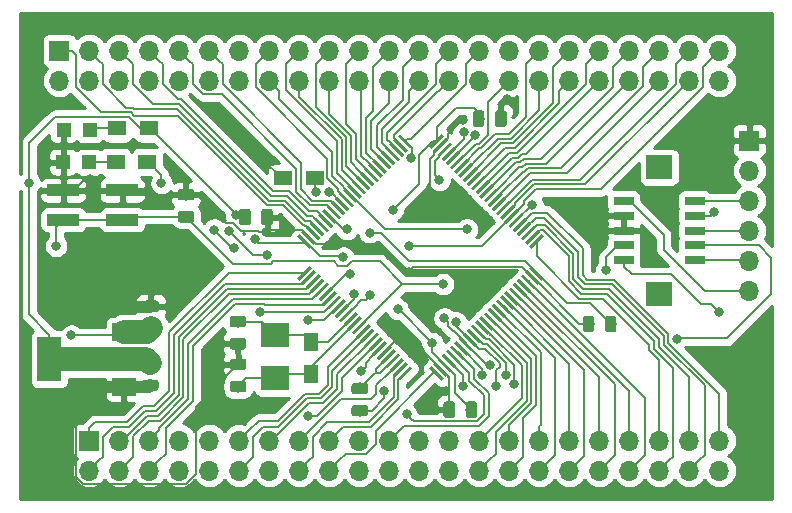
<source format=gtl>
G04 #@! TF.GenerationSoftware,KiCad,Pcbnew,(6.0.0-rc1-dev-1521-g81a0ab4d7)*
G04 #@! TF.CreationDate,2019-02-16T05:45:14+09:00
G04 #@! TF.ProjectId,STM32F303VET6,53544d33-3246-4333-9033-564554362e6b,rev?*
G04 #@! TF.SameCoordinates,Original*
G04 #@! TF.FileFunction,Copper,L1,Top*
G04 #@! TF.FilePolarity,Positive*
%FSLAX46Y46*%
G04 Gerber Fmt 4.6, Leading zero omitted, Abs format (unit mm)*
G04 Created by KiCad (PCBNEW (6.0.0-rc1-dev-1521-g81a0ab4d7)) date 2019/02/16 5:45:14*
%MOMM*%
%LPD*%
G04 APERTURE LIST*
%ADD10C,0.100000*%
%ADD11C,0.975000*%
%ADD12R,2.400000X2.000000*%
%ADD13C,0.280000*%
%ADD14R,1.200000X1.200000*%
%ADD15R,1.500000X1.300000*%
%ADD16R,1.300000X1.500000*%
%ADD17R,2.750000X1.000000*%
%ADD18R,2.000000X1.500000*%
%ADD19R,2.000000X3.800000*%
%ADD20R,1.700000X1.700000*%
%ADD21O,1.700000X1.700000*%
%ADD22R,1.700000X0.700000*%
%ADD23R,2.200000X2.000000*%
%ADD24C,0.800000*%
%ADD25C,1.000000*%
%ADD26C,0.200000*%
%ADD27C,2.000000*%
%ADD28C,0.254000*%
G04 APERTURE END LIST*
D10*
G36*
X119900142Y-111948674D02*
G01*
X119923803Y-111952184D01*
X119947007Y-111957996D01*
X119969529Y-111966054D01*
X119991153Y-111976282D01*
X120011670Y-111988579D01*
X120030883Y-112002829D01*
X120048607Y-112018893D01*
X120064671Y-112036617D01*
X120078921Y-112055830D01*
X120091218Y-112076347D01*
X120101446Y-112097971D01*
X120109504Y-112120493D01*
X120115316Y-112143697D01*
X120118826Y-112167358D01*
X120120000Y-112191250D01*
X120120000Y-112678750D01*
X120118826Y-112702642D01*
X120115316Y-112726303D01*
X120109504Y-112749507D01*
X120101446Y-112772029D01*
X120091218Y-112793653D01*
X120078921Y-112814170D01*
X120064671Y-112833383D01*
X120048607Y-112851107D01*
X120030883Y-112867171D01*
X120011670Y-112881421D01*
X119991153Y-112893718D01*
X119969529Y-112903946D01*
X119947007Y-112912004D01*
X119923803Y-112917816D01*
X119900142Y-112921326D01*
X119876250Y-112922500D01*
X118963750Y-112922500D01*
X118939858Y-112921326D01*
X118916197Y-112917816D01*
X118892993Y-112912004D01*
X118870471Y-112903946D01*
X118848847Y-112893718D01*
X118828330Y-112881421D01*
X118809117Y-112867171D01*
X118791393Y-112851107D01*
X118775329Y-112833383D01*
X118761079Y-112814170D01*
X118748782Y-112793653D01*
X118738554Y-112772029D01*
X118730496Y-112749507D01*
X118724684Y-112726303D01*
X118721174Y-112702642D01*
X118720000Y-112678750D01*
X118720000Y-112191250D01*
X118721174Y-112167358D01*
X118724684Y-112143697D01*
X118730496Y-112120493D01*
X118738554Y-112097971D01*
X118748782Y-112076347D01*
X118761079Y-112055830D01*
X118775329Y-112036617D01*
X118791393Y-112018893D01*
X118809117Y-112002829D01*
X118828330Y-111988579D01*
X118848847Y-111976282D01*
X118870471Y-111966054D01*
X118892993Y-111957996D01*
X118916197Y-111952184D01*
X118939858Y-111948674D01*
X118963750Y-111947500D01*
X119876250Y-111947500D01*
X119900142Y-111948674D01*
X119900142Y-111948674D01*
G37*
D11*
X119420000Y-112435000D03*
D10*
G36*
X119900142Y-113823674D02*
G01*
X119923803Y-113827184D01*
X119947007Y-113832996D01*
X119969529Y-113841054D01*
X119991153Y-113851282D01*
X120011670Y-113863579D01*
X120030883Y-113877829D01*
X120048607Y-113893893D01*
X120064671Y-113911617D01*
X120078921Y-113930830D01*
X120091218Y-113951347D01*
X120101446Y-113972971D01*
X120109504Y-113995493D01*
X120115316Y-114018697D01*
X120118826Y-114042358D01*
X120120000Y-114066250D01*
X120120000Y-114553750D01*
X120118826Y-114577642D01*
X120115316Y-114601303D01*
X120109504Y-114624507D01*
X120101446Y-114647029D01*
X120091218Y-114668653D01*
X120078921Y-114689170D01*
X120064671Y-114708383D01*
X120048607Y-114726107D01*
X120030883Y-114742171D01*
X120011670Y-114756421D01*
X119991153Y-114768718D01*
X119969529Y-114778946D01*
X119947007Y-114787004D01*
X119923803Y-114792816D01*
X119900142Y-114796326D01*
X119876250Y-114797500D01*
X118963750Y-114797500D01*
X118939858Y-114796326D01*
X118916197Y-114792816D01*
X118892993Y-114787004D01*
X118870471Y-114778946D01*
X118848847Y-114768718D01*
X118828330Y-114756421D01*
X118809117Y-114742171D01*
X118791393Y-114726107D01*
X118775329Y-114708383D01*
X118761079Y-114689170D01*
X118748782Y-114668653D01*
X118738554Y-114647029D01*
X118730496Y-114624507D01*
X118724684Y-114601303D01*
X118721174Y-114577642D01*
X118720000Y-114553750D01*
X118720000Y-114066250D01*
X118721174Y-114042358D01*
X118724684Y-114018697D01*
X118730496Y-113995493D01*
X118738554Y-113972971D01*
X118748782Y-113951347D01*
X118761079Y-113930830D01*
X118775329Y-113911617D01*
X118791393Y-113893893D01*
X118809117Y-113877829D01*
X118828330Y-113863579D01*
X118848847Y-113851282D01*
X118870471Y-113841054D01*
X118892993Y-113832996D01*
X118916197Y-113827184D01*
X118939858Y-113823674D01*
X118963750Y-113822500D01*
X119876250Y-113822500D01*
X119900142Y-113823674D01*
X119900142Y-113823674D01*
G37*
D11*
X119420000Y-114310000D03*
D10*
G36*
X127257642Y-113531174D02*
G01*
X127281303Y-113534684D01*
X127304507Y-113540496D01*
X127327029Y-113548554D01*
X127348653Y-113558782D01*
X127369170Y-113571079D01*
X127388383Y-113585329D01*
X127406107Y-113601393D01*
X127422171Y-113619117D01*
X127436421Y-113638330D01*
X127448718Y-113658847D01*
X127458946Y-113680471D01*
X127467004Y-113702993D01*
X127472816Y-113726197D01*
X127476326Y-113749858D01*
X127477500Y-113773750D01*
X127477500Y-114686250D01*
X127476326Y-114710142D01*
X127472816Y-114733803D01*
X127467004Y-114757007D01*
X127458946Y-114779529D01*
X127448718Y-114801153D01*
X127436421Y-114821670D01*
X127422171Y-114840883D01*
X127406107Y-114858607D01*
X127388383Y-114874671D01*
X127369170Y-114888921D01*
X127348653Y-114901218D01*
X127327029Y-114911446D01*
X127304507Y-114919504D01*
X127281303Y-114925316D01*
X127257642Y-114928826D01*
X127233750Y-114930000D01*
X126746250Y-114930000D01*
X126722358Y-114928826D01*
X126698697Y-114925316D01*
X126675493Y-114919504D01*
X126652971Y-114911446D01*
X126631347Y-114901218D01*
X126610830Y-114888921D01*
X126591617Y-114874671D01*
X126573893Y-114858607D01*
X126557829Y-114840883D01*
X126543579Y-114821670D01*
X126531282Y-114801153D01*
X126521054Y-114779529D01*
X126512996Y-114757007D01*
X126507184Y-114733803D01*
X126503674Y-114710142D01*
X126502500Y-114686250D01*
X126502500Y-113773750D01*
X126503674Y-113749858D01*
X126507184Y-113726197D01*
X126512996Y-113702993D01*
X126521054Y-113680471D01*
X126531282Y-113658847D01*
X126543579Y-113638330D01*
X126557829Y-113619117D01*
X126573893Y-113601393D01*
X126591617Y-113585329D01*
X126610830Y-113571079D01*
X126631347Y-113558782D01*
X126652971Y-113548554D01*
X126675493Y-113540496D01*
X126698697Y-113534684D01*
X126722358Y-113531174D01*
X126746250Y-113530000D01*
X127233750Y-113530000D01*
X127257642Y-113531174D01*
X127257642Y-113531174D01*
G37*
D11*
X126990000Y-114230000D03*
D10*
G36*
X129132642Y-113531174D02*
G01*
X129156303Y-113534684D01*
X129179507Y-113540496D01*
X129202029Y-113548554D01*
X129223653Y-113558782D01*
X129244170Y-113571079D01*
X129263383Y-113585329D01*
X129281107Y-113601393D01*
X129297171Y-113619117D01*
X129311421Y-113638330D01*
X129323718Y-113658847D01*
X129333946Y-113680471D01*
X129342004Y-113702993D01*
X129347816Y-113726197D01*
X129351326Y-113749858D01*
X129352500Y-113773750D01*
X129352500Y-114686250D01*
X129351326Y-114710142D01*
X129347816Y-114733803D01*
X129342004Y-114757007D01*
X129333946Y-114779529D01*
X129323718Y-114801153D01*
X129311421Y-114821670D01*
X129297171Y-114840883D01*
X129281107Y-114858607D01*
X129263383Y-114874671D01*
X129244170Y-114888921D01*
X129223653Y-114901218D01*
X129202029Y-114911446D01*
X129179507Y-114919504D01*
X129156303Y-114925316D01*
X129132642Y-114928826D01*
X129108750Y-114930000D01*
X128621250Y-114930000D01*
X128597358Y-114928826D01*
X128573697Y-114925316D01*
X128550493Y-114919504D01*
X128527971Y-114911446D01*
X128506347Y-114901218D01*
X128485830Y-114888921D01*
X128466617Y-114874671D01*
X128448893Y-114858607D01*
X128432829Y-114840883D01*
X128418579Y-114821670D01*
X128406282Y-114801153D01*
X128396054Y-114779529D01*
X128387996Y-114757007D01*
X128382184Y-114733803D01*
X128378674Y-114710142D01*
X128377500Y-114686250D01*
X128377500Y-113773750D01*
X128378674Y-113749858D01*
X128382184Y-113726197D01*
X128387996Y-113702993D01*
X128396054Y-113680471D01*
X128406282Y-113658847D01*
X128418579Y-113638330D01*
X128432829Y-113619117D01*
X128448893Y-113601393D01*
X128466617Y-113585329D01*
X128485830Y-113571079D01*
X128506347Y-113558782D01*
X128527971Y-113548554D01*
X128550493Y-113540496D01*
X128573697Y-113534684D01*
X128597358Y-113531174D01*
X128621250Y-113530000D01*
X129108750Y-113530000D01*
X129132642Y-113531174D01*
X129132642Y-113531174D01*
G37*
D11*
X128865000Y-114230000D03*
D12*
X112260000Y-107880000D03*
X112260000Y-111580000D03*
D13*
X114761216Y-99976497D03*
D10*
G36*
X115390541Y-100407832D02*
G01*
X115192551Y-100605822D01*
X114131891Y-99545162D01*
X114329881Y-99347172D01*
X115390541Y-100407832D01*
X115390541Y-100407832D01*
G37*
D13*
X115114769Y-99622944D03*
D10*
G36*
X115744094Y-100054279D02*
G01*
X115546104Y-100252269D01*
X114485444Y-99191609D01*
X114683434Y-98993619D01*
X115744094Y-100054279D01*
X115744094Y-100054279D01*
G37*
D13*
X115468323Y-99269390D03*
D10*
G36*
X116097648Y-99700725D02*
G01*
X115899658Y-99898715D01*
X114838998Y-98838055D01*
X115036988Y-98640065D01*
X116097648Y-99700725D01*
X116097648Y-99700725D01*
G37*
D13*
X115821876Y-98915837D03*
D10*
G36*
X116451201Y-99347172D02*
G01*
X116253211Y-99545162D01*
X115192551Y-98484502D01*
X115390541Y-98286512D01*
X116451201Y-99347172D01*
X116451201Y-99347172D01*
G37*
D13*
X116175429Y-98562284D03*
D10*
G36*
X116804754Y-98993619D02*
G01*
X116606764Y-99191609D01*
X115546104Y-98130949D01*
X115744094Y-97932959D01*
X116804754Y-98993619D01*
X116804754Y-98993619D01*
G37*
D13*
X116528983Y-98208730D03*
D10*
G36*
X117158308Y-98640065D02*
G01*
X116960318Y-98838055D01*
X115899658Y-97777395D01*
X116097648Y-97579405D01*
X117158308Y-98640065D01*
X117158308Y-98640065D01*
G37*
D13*
X116882536Y-97855177D03*
D10*
G36*
X117511861Y-98286512D02*
G01*
X117313871Y-98484502D01*
X116253211Y-97423842D01*
X116451201Y-97225852D01*
X117511861Y-98286512D01*
X117511861Y-98286512D01*
G37*
D13*
X117236089Y-97501623D03*
D10*
G36*
X117865414Y-97932958D02*
G01*
X117667424Y-98130948D01*
X116606764Y-97070288D01*
X116804754Y-96872298D01*
X117865414Y-97932958D01*
X117865414Y-97932958D01*
G37*
D13*
X117589643Y-97148070D03*
D10*
G36*
X118218968Y-97579405D02*
G01*
X118020978Y-97777395D01*
X116960318Y-96716735D01*
X117158308Y-96518745D01*
X118218968Y-97579405D01*
X118218968Y-97579405D01*
G37*
D13*
X117943196Y-96794517D03*
D10*
G36*
X118572521Y-97225852D02*
G01*
X118374531Y-97423842D01*
X117313871Y-96363182D01*
X117511861Y-96165192D01*
X118572521Y-97225852D01*
X118572521Y-97225852D01*
G37*
D13*
X118296750Y-96440963D03*
D10*
G36*
X118926075Y-96872298D02*
G01*
X118728085Y-97070288D01*
X117667425Y-96009628D01*
X117865415Y-95811638D01*
X118926075Y-96872298D01*
X118926075Y-96872298D01*
G37*
D13*
X118650303Y-96087410D03*
D10*
G36*
X119279628Y-96518745D02*
G01*
X119081638Y-96716735D01*
X118020978Y-95656075D01*
X118218968Y-95458085D01*
X119279628Y-96518745D01*
X119279628Y-96518745D01*
G37*
D13*
X119003856Y-95733856D03*
D10*
G36*
X119633181Y-96165191D02*
G01*
X119435191Y-96363181D01*
X118374531Y-95302521D01*
X118572521Y-95104531D01*
X119633181Y-96165191D01*
X119633181Y-96165191D01*
G37*
D13*
X119357410Y-95380303D03*
D10*
G36*
X119986735Y-95811638D02*
G01*
X119788745Y-96009628D01*
X118728085Y-94948968D01*
X118926075Y-94750978D01*
X119986735Y-95811638D01*
X119986735Y-95811638D01*
G37*
D13*
X119710963Y-95026750D03*
D10*
G36*
X120340288Y-95458085D02*
G01*
X120142298Y-95656075D01*
X119081638Y-94595415D01*
X119279628Y-94397425D01*
X120340288Y-95458085D01*
X120340288Y-95458085D01*
G37*
D13*
X120064517Y-94673196D03*
D10*
G36*
X120693842Y-95104531D02*
G01*
X120495852Y-95302521D01*
X119435192Y-94241861D01*
X119633182Y-94043871D01*
X120693842Y-95104531D01*
X120693842Y-95104531D01*
G37*
D13*
X120418070Y-94319643D03*
D10*
G36*
X121047395Y-94750978D02*
G01*
X120849405Y-94948968D01*
X119788745Y-93888308D01*
X119986735Y-93690318D01*
X121047395Y-94750978D01*
X121047395Y-94750978D01*
G37*
D13*
X120771623Y-93966089D03*
D10*
G36*
X121400948Y-94397424D02*
G01*
X121202958Y-94595414D01*
X120142298Y-93534754D01*
X120340288Y-93336764D01*
X121400948Y-94397424D01*
X121400948Y-94397424D01*
G37*
D13*
X121125177Y-93612536D03*
D10*
G36*
X121754502Y-94043871D02*
G01*
X121556512Y-94241861D01*
X120495852Y-93181201D01*
X120693842Y-92983211D01*
X121754502Y-94043871D01*
X121754502Y-94043871D01*
G37*
D13*
X121478730Y-93258983D03*
D10*
G36*
X122108055Y-93690318D02*
G01*
X121910065Y-93888308D01*
X120849405Y-92827648D01*
X121047395Y-92629658D01*
X122108055Y-93690318D01*
X122108055Y-93690318D01*
G37*
D13*
X121832284Y-92905429D03*
D10*
G36*
X122461609Y-93336764D02*
G01*
X122263619Y-93534754D01*
X121202959Y-92474094D01*
X121400949Y-92276104D01*
X122461609Y-93336764D01*
X122461609Y-93336764D01*
G37*
D13*
X122185837Y-92551876D03*
D10*
G36*
X122815162Y-92983211D02*
G01*
X122617172Y-93181201D01*
X121556512Y-92120541D01*
X121754502Y-91922551D01*
X122815162Y-92983211D01*
X122815162Y-92983211D01*
G37*
D13*
X122539390Y-92198323D03*
D10*
G36*
X123168715Y-92629658D02*
G01*
X122970725Y-92827648D01*
X121910065Y-91766988D01*
X122108055Y-91568998D01*
X123168715Y-92629658D01*
X123168715Y-92629658D01*
G37*
D13*
X122892944Y-91844769D03*
D10*
G36*
X123522269Y-92276104D02*
G01*
X123324279Y-92474094D01*
X122263619Y-91413434D01*
X122461609Y-91215444D01*
X123522269Y-92276104D01*
X123522269Y-92276104D01*
G37*
D13*
X123246497Y-91491216D03*
D10*
G36*
X123875822Y-91922551D02*
G01*
X123677832Y-92120541D01*
X122617172Y-91059881D01*
X122815162Y-90861891D01*
X123875822Y-91922551D01*
X123875822Y-91922551D01*
G37*
D13*
X125933503Y-91491216D03*
D10*
G36*
X125502168Y-92120541D02*
G01*
X125304178Y-91922551D01*
X126364838Y-90861891D01*
X126562828Y-91059881D01*
X125502168Y-92120541D01*
X125502168Y-92120541D01*
G37*
D13*
X126287056Y-91844769D03*
D10*
G36*
X125855721Y-92474094D02*
G01*
X125657731Y-92276104D01*
X126718391Y-91215444D01*
X126916381Y-91413434D01*
X125855721Y-92474094D01*
X125855721Y-92474094D01*
G37*
D13*
X126640610Y-92198323D03*
D10*
G36*
X126209275Y-92827648D02*
G01*
X126011285Y-92629658D01*
X127071945Y-91568998D01*
X127269935Y-91766988D01*
X126209275Y-92827648D01*
X126209275Y-92827648D01*
G37*
D13*
X126994163Y-92551876D03*
D10*
G36*
X126562828Y-93181201D02*
G01*
X126364838Y-92983211D01*
X127425498Y-91922551D01*
X127623488Y-92120541D01*
X126562828Y-93181201D01*
X126562828Y-93181201D01*
G37*
D13*
X127347716Y-92905429D03*
D10*
G36*
X126916381Y-93534754D02*
G01*
X126718391Y-93336764D01*
X127779051Y-92276104D01*
X127977041Y-92474094D01*
X126916381Y-93534754D01*
X126916381Y-93534754D01*
G37*
D13*
X127701270Y-93258983D03*
D10*
G36*
X127269935Y-93888308D02*
G01*
X127071945Y-93690318D01*
X128132605Y-92629658D01*
X128330595Y-92827648D01*
X127269935Y-93888308D01*
X127269935Y-93888308D01*
G37*
D13*
X128054823Y-93612536D03*
D10*
G36*
X127623488Y-94241861D02*
G01*
X127425498Y-94043871D01*
X128486158Y-92983211D01*
X128684148Y-93181201D01*
X127623488Y-94241861D01*
X127623488Y-94241861D01*
G37*
D13*
X128408377Y-93966089D03*
D10*
G36*
X127977042Y-94595414D02*
G01*
X127779052Y-94397424D01*
X128839712Y-93336764D01*
X129037702Y-93534754D01*
X127977042Y-94595414D01*
X127977042Y-94595414D01*
G37*
D13*
X128761930Y-94319643D03*
D10*
G36*
X128330595Y-94948968D02*
G01*
X128132605Y-94750978D01*
X129193265Y-93690318D01*
X129391255Y-93888308D01*
X128330595Y-94948968D01*
X128330595Y-94948968D01*
G37*
D13*
X129115483Y-94673196D03*
D10*
G36*
X128684148Y-95302521D02*
G01*
X128486158Y-95104531D01*
X129546818Y-94043871D01*
X129744808Y-94241861D01*
X128684148Y-95302521D01*
X128684148Y-95302521D01*
G37*
D13*
X129469037Y-95026750D03*
D10*
G36*
X129037702Y-95656075D02*
G01*
X128839712Y-95458085D01*
X129900372Y-94397425D01*
X130098362Y-94595415D01*
X129037702Y-95656075D01*
X129037702Y-95656075D01*
G37*
D13*
X129822590Y-95380303D03*
D10*
G36*
X129391255Y-96009628D02*
G01*
X129193265Y-95811638D01*
X130253925Y-94750978D01*
X130451915Y-94948968D01*
X129391255Y-96009628D01*
X129391255Y-96009628D01*
G37*
D13*
X130176144Y-95733856D03*
D10*
G36*
X129744809Y-96363181D02*
G01*
X129546819Y-96165191D01*
X130607479Y-95104531D01*
X130805469Y-95302521D01*
X129744809Y-96363181D01*
X129744809Y-96363181D01*
G37*
D13*
X130529697Y-96087410D03*
D10*
G36*
X130098362Y-96716735D02*
G01*
X129900372Y-96518745D01*
X130961032Y-95458085D01*
X131159022Y-95656075D01*
X130098362Y-96716735D01*
X130098362Y-96716735D01*
G37*
D13*
X130883250Y-96440963D03*
D10*
G36*
X130451915Y-97070288D02*
G01*
X130253925Y-96872298D01*
X131314585Y-95811638D01*
X131512575Y-96009628D01*
X130451915Y-97070288D01*
X130451915Y-97070288D01*
G37*
D13*
X131236804Y-96794517D03*
D10*
G36*
X130805469Y-97423842D02*
G01*
X130607479Y-97225852D01*
X131668139Y-96165192D01*
X131866129Y-96363182D01*
X130805469Y-97423842D01*
X130805469Y-97423842D01*
G37*
D13*
X131590357Y-97148070D03*
D10*
G36*
X131159022Y-97777395D02*
G01*
X130961032Y-97579405D01*
X132021692Y-96518745D01*
X132219682Y-96716735D01*
X131159022Y-97777395D01*
X131159022Y-97777395D01*
G37*
D13*
X131943911Y-97501623D03*
D10*
G36*
X131512576Y-98130948D02*
G01*
X131314586Y-97932958D01*
X132375246Y-96872298D01*
X132573236Y-97070288D01*
X131512576Y-98130948D01*
X131512576Y-98130948D01*
G37*
D13*
X132297464Y-97855177D03*
D10*
G36*
X131866129Y-98484502D02*
G01*
X131668139Y-98286512D01*
X132728799Y-97225852D01*
X132926789Y-97423842D01*
X131866129Y-98484502D01*
X131866129Y-98484502D01*
G37*
D13*
X132651017Y-98208730D03*
D10*
G36*
X132219682Y-98838055D02*
G01*
X132021692Y-98640065D01*
X133082352Y-97579405D01*
X133280342Y-97777395D01*
X132219682Y-98838055D01*
X132219682Y-98838055D01*
G37*
D13*
X133004571Y-98562284D03*
D10*
G36*
X132573236Y-99191609D02*
G01*
X132375246Y-98993619D01*
X133435906Y-97932959D01*
X133633896Y-98130949D01*
X132573236Y-99191609D01*
X132573236Y-99191609D01*
G37*
D13*
X133358124Y-98915837D03*
D10*
G36*
X132926789Y-99545162D02*
G01*
X132728799Y-99347172D01*
X133789459Y-98286512D01*
X133987449Y-98484502D01*
X132926789Y-99545162D01*
X132926789Y-99545162D01*
G37*
D13*
X133711677Y-99269390D03*
D10*
G36*
X133280342Y-99898715D02*
G01*
X133082352Y-99700725D01*
X134143012Y-98640065D01*
X134341002Y-98838055D01*
X133280342Y-99898715D01*
X133280342Y-99898715D01*
G37*
D13*
X134065231Y-99622944D03*
D10*
G36*
X133633896Y-100252269D02*
G01*
X133435906Y-100054279D01*
X134496566Y-98993619D01*
X134694556Y-99191609D01*
X133633896Y-100252269D01*
X133633896Y-100252269D01*
G37*
D13*
X134418784Y-99976497D03*
D10*
G36*
X133987449Y-100605822D02*
G01*
X133789459Y-100407832D01*
X134850119Y-99347172D01*
X135048109Y-99545162D01*
X133987449Y-100605822D01*
X133987449Y-100605822D01*
G37*
D13*
X134418784Y-102663503D03*
D10*
G36*
X135048109Y-103094838D02*
G01*
X134850119Y-103292828D01*
X133789459Y-102232168D01*
X133987449Y-102034178D01*
X135048109Y-103094838D01*
X135048109Y-103094838D01*
G37*
D13*
X134065231Y-103017056D03*
D10*
G36*
X134694556Y-103448391D02*
G01*
X134496566Y-103646381D01*
X133435906Y-102585721D01*
X133633896Y-102387731D01*
X134694556Y-103448391D01*
X134694556Y-103448391D01*
G37*
D13*
X133711677Y-103370610D03*
D10*
G36*
X134341002Y-103801945D02*
G01*
X134143012Y-103999935D01*
X133082352Y-102939275D01*
X133280342Y-102741285D01*
X134341002Y-103801945D01*
X134341002Y-103801945D01*
G37*
D13*
X133358124Y-103724163D03*
D10*
G36*
X133987449Y-104155498D02*
G01*
X133789459Y-104353488D01*
X132728799Y-103292828D01*
X132926789Y-103094838D01*
X133987449Y-104155498D01*
X133987449Y-104155498D01*
G37*
D13*
X133004571Y-104077716D03*
D10*
G36*
X133633896Y-104509051D02*
G01*
X133435906Y-104707041D01*
X132375246Y-103646381D01*
X132573236Y-103448391D01*
X133633896Y-104509051D01*
X133633896Y-104509051D01*
G37*
D13*
X132651017Y-104431270D03*
D10*
G36*
X133280342Y-104862605D02*
G01*
X133082352Y-105060595D01*
X132021692Y-103999935D01*
X132219682Y-103801945D01*
X133280342Y-104862605D01*
X133280342Y-104862605D01*
G37*
D13*
X132297464Y-104784823D03*
D10*
G36*
X132926789Y-105216158D02*
G01*
X132728799Y-105414148D01*
X131668139Y-104353488D01*
X131866129Y-104155498D01*
X132926789Y-105216158D01*
X132926789Y-105216158D01*
G37*
D13*
X131943911Y-105138377D03*
D10*
G36*
X132573236Y-105569712D02*
G01*
X132375246Y-105767702D01*
X131314586Y-104707042D01*
X131512576Y-104509052D01*
X132573236Y-105569712D01*
X132573236Y-105569712D01*
G37*
D13*
X131590357Y-105491930D03*
D10*
G36*
X132219682Y-105923265D02*
G01*
X132021692Y-106121255D01*
X130961032Y-105060595D01*
X131159022Y-104862605D01*
X132219682Y-105923265D01*
X132219682Y-105923265D01*
G37*
D13*
X131236804Y-105845483D03*
D10*
G36*
X131866129Y-106276818D02*
G01*
X131668139Y-106474808D01*
X130607479Y-105414148D01*
X130805469Y-105216158D01*
X131866129Y-106276818D01*
X131866129Y-106276818D01*
G37*
D13*
X130883250Y-106199037D03*
D10*
G36*
X131512575Y-106630372D02*
G01*
X131314585Y-106828362D01*
X130253925Y-105767702D01*
X130451915Y-105569712D01*
X131512575Y-106630372D01*
X131512575Y-106630372D01*
G37*
D13*
X130529697Y-106552590D03*
D10*
G36*
X131159022Y-106983925D02*
G01*
X130961032Y-107181915D01*
X129900372Y-106121255D01*
X130098362Y-105923265D01*
X131159022Y-106983925D01*
X131159022Y-106983925D01*
G37*
D13*
X130176144Y-106906144D03*
D10*
G36*
X130805469Y-107337479D02*
G01*
X130607479Y-107535469D01*
X129546819Y-106474809D01*
X129744809Y-106276819D01*
X130805469Y-107337479D01*
X130805469Y-107337479D01*
G37*
D13*
X129822590Y-107259697D03*
D10*
G36*
X130451915Y-107691032D02*
G01*
X130253925Y-107889022D01*
X129193265Y-106828362D01*
X129391255Y-106630372D01*
X130451915Y-107691032D01*
X130451915Y-107691032D01*
G37*
D13*
X129469037Y-107613250D03*
D10*
G36*
X130098362Y-108044585D02*
G01*
X129900372Y-108242575D01*
X128839712Y-107181915D01*
X129037702Y-106983925D01*
X130098362Y-108044585D01*
X130098362Y-108044585D01*
G37*
D13*
X129115483Y-107966804D03*
D10*
G36*
X129744808Y-108398139D02*
G01*
X129546818Y-108596129D01*
X128486158Y-107535469D01*
X128684148Y-107337479D01*
X129744808Y-108398139D01*
X129744808Y-108398139D01*
G37*
D13*
X128761930Y-108320357D03*
D10*
G36*
X129391255Y-108751692D02*
G01*
X129193265Y-108949682D01*
X128132605Y-107889022D01*
X128330595Y-107691032D01*
X129391255Y-108751692D01*
X129391255Y-108751692D01*
G37*
D13*
X128408377Y-108673911D03*
D10*
G36*
X129037702Y-109105246D02*
G01*
X128839712Y-109303236D01*
X127779052Y-108242576D01*
X127977042Y-108044586D01*
X129037702Y-109105246D01*
X129037702Y-109105246D01*
G37*
D13*
X128054823Y-109027464D03*
D10*
G36*
X128684148Y-109458799D02*
G01*
X128486158Y-109656789D01*
X127425498Y-108596129D01*
X127623488Y-108398139D01*
X128684148Y-109458799D01*
X128684148Y-109458799D01*
G37*
D13*
X127701270Y-109381017D03*
D10*
G36*
X128330595Y-109812352D02*
G01*
X128132605Y-110010342D01*
X127071945Y-108949682D01*
X127269935Y-108751692D01*
X128330595Y-109812352D01*
X128330595Y-109812352D01*
G37*
D13*
X127347716Y-109734571D03*
D10*
G36*
X127977041Y-110165906D02*
G01*
X127779051Y-110363896D01*
X126718391Y-109303236D01*
X126916381Y-109105246D01*
X127977041Y-110165906D01*
X127977041Y-110165906D01*
G37*
D13*
X126994163Y-110088124D03*
D10*
G36*
X127623488Y-110519459D02*
G01*
X127425498Y-110717449D01*
X126364838Y-109656789D01*
X126562828Y-109458799D01*
X127623488Y-110519459D01*
X127623488Y-110519459D01*
G37*
D13*
X126640610Y-110441677D03*
D10*
G36*
X127269935Y-110873012D02*
G01*
X127071945Y-111071002D01*
X126011285Y-110010342D01*
X126209275Y-109812352D01*
X127269935Y-110873012D01*
X127269935Y-110873012D01*
G37*
D13*
X126287056Y-110795231D03*
D10*
G36*
X126916381Y-111226566D02*
G01*
X126718391Y-111424556D01*
X125657731Y-110363896D01*
X125855721Y-110165906D01*
X126916381Y-111226566D01*
X126916381Y-111226566D01*
G37*
D13*
X125933503Y-111148784D03*
D10*
G36*
X126562828Y-111580119D02*
G01*
X126364838Y-111778109D01*
X125304178Y-110717449D01*
X125502168Y-110519459D01*
X126562828Y-111580119D01*
X126562828Y-111580119D01*
G37*
D13*
X123246497Y-111148784D03*
D10*
G36*
X122815162Y-111778109D02*
G01*
X122617172Y-111580119D01*
X123677832Y-110519459D01*
X123875822Y-110717449D01*
X122815162Y-111778109D01*
X122815162Y-111778109D01*
G37*
D13*
X122892944Y-110795231D03*
D10*
G36*
X122461609Y-111424556D02*
G01*
X122263619Y-111226566D01*
X123324279Y-110165906D01*
X123522269Y-110363896D01*
X122461609Y-111424556D01*
X122461609Y-111424556D01*
G37*
D13*
X122539390Y-110441677D03*
D10*
G36*
X122108055Y-111071002D02*
G01*
X121910065Y-110873012D01*
X122970725Y-109812352D01*
X123168715Y-110010342D01*
X122108055Y-111071002D01*
X122108055Y-111071002D01*
G37*
D13*
X122185837Y-110088124D03*
D10*
G36*
X121754502Y-110717449D02*
G01*
X121556512Y-110519459D01*
X122617172Y-109458799D01*
X122815162Y-109656789D01*
X121754502Y-110717449D01*
X121754502Y-110717449D01*
G37*
D13*
X121832284Y-109734571D03*
D10*
G36*
X121400949Y-110363896D02*
G01*
X121202959Y-110165906D01*
X122263619Y-109105246D01*
X122461609Y-109303236D01*
X121400949Y-110363896D01*
X121400949Y-110363896D01*
G37*
D13*
X121478730Y-109381017D03*
D10*
G36*
X121047395Y-110010342D02*
G01*
X120849405Y-109812352D01*
X121910065Y-108751692D01*
X122108055Y-108949682D01*
X121047395Y-110010342D01*
X121047395Y-110010342D01*
G37*
D13*
X121125177Y-109027464D03*
D10*
G36*
X120693842Y-109656789D02*
G01*
X120495852Y-109458799D01*
X121556512Y-108398139D01*
X121754502Y-108596129D01*
X120693842Y-109656789D01*
X120693842Y-109656789D01*
G37*
D13*
X120771623Y-108673911D03*
D10*
G36*
X120340288Y-109303236D02*
G01*
X120142298Y-109105246D01*
X121202958Y-108044586D01*
X121400948Y-108242576D01*
X120340288Y-109303236D01*
X120340288Y-109303236D01*
G37*
D13*
X120418070Y-108320357D03*
D10*
G36*
X119986735Y-108949682D02*
G01*
X119788745Y-108751692D01*
X120849405Y-107691032D01*
X121047395Y-107889022D01*
X119986735Y-108949682D01*
X119986735Y-108949682D01*
G37*
D13*
X120064517Y-107966804D03*
D10*
G36*
X119633182Y-108596129D02*
G01*
X119435192Y-108398139D01*
X120495852Y-107337479D01*
X120693842Y-107535469D01*
X119633182Y-108596129D01*
X119633182Y-108596129D01*
G37*
D13*
X119710963Y-107613250D03*
D10*
G36*
X119279628Y-108242575D02*
G01*
X119081638Y-108044585D01*
X120142298Y-106983925D01*
X120340288Y-107181915D01*
X119279628Y-108242575D01*
X119279628Y-108242575D01*
G37*
D13*
X119357410Y-107259697D03*
D10*
G36*
X118926075Y-107889022D02*
G01*
X118728085Y-107691032D01*
X119788745Y-106630372D01*
X119986735Y-106828362D01*
X118926075Y-107889022D01*
X118926075Y-107889022D01*
G37*
D13*
X119003856Y-106906144D03*
D10*
G36*
X118572521Y-107535469D02*
G01*
X118374531Y-107337479D01*
X119435191Y-106276819D01*
X119633181Y-106474809D01*
X118572521Y-107535469D01*
X118572521Y-107535469D01*
G37*
D13*
X118650303Y-106552590D03*
D10*
G36*
X118218968Y-107181915D02*
G01*
X118020978Y-106983925D01*
X119081638Y-105923265D01*
X119279628Y-106121255D01*
X118218968Y-107181915D01*
X118218968Y-107181915D01*
G37*
D13*
X118296750Y-106199037D03*
D10*
G36*
X117865415Y-106828362D02*
G01*
X117667425Y-106630372D01*
X118728085Y-105569712D01*
X118926075Y-105767702D01*
X117865415Y-106828362D01*
X117865415Y-106828362D01*
G37*
D13*
X117943196Y-105845483D03*
D10*
G36*
X117511861Y-106474808D02*
G01*
X117313871Y-106276818D01*
X118374531Y-105216158D01*
X118572521Y-105414148D01*
X117511861Y-106474808D01*
X117511861Y-106474808D01*
G37*
D13*
X117589643Y-105491930D03*
D10*
G36*
X117158308Y-106121255D02*
G01*
X116960318Y-105923265D01*
X118020978Y-104862605D01*
X118218968Y-105060595D01*
X117158308Y-106121255D01*
X117158308Y-106121255D01*
G37*
D13*
X117236089Y-105138377D03*
D10*
G36*
X116804754Y-105767702D02*
G01*
X116606764Y-105569712D01*
X117667424Y-104509052D01*
X117865414Y-104707042D01*
X116804754Y-105767702D01*
X116804754Y-105767702D01*
G37*
D13*
X116882536Y-104784823D03*
D10*
G36*
X116451201Y-105414148D02*
G01*
X116253211Y-105216158D01*
X117313871Y-104155498D01*
X117511861Y-104353488D01*
X116451201Y-105414148D01*
X116451201Y-105414148D01*
G37*
D13*
X116528983Y-104431270D03*
D10*
G36*
X116097648Y-105060595D02*
G01*
X115899658Y-104862605D01*
X116960318Y-103801945D01*
X117158308Y-103999935D01*
X116097648Y-105060595D01*
X116097648Y-105060595D01*
G37*
D13*
X116175429Y-104077716D03*
D10*
G36*
X115744094Y-104707041D02*
G01*
X115546104Y-104509051D01*
X116606764Y-103448391D01*
X116804754Y-103646381D01*
X115744094Y-104707041D01*
X115744094Y-104707041D01*
G37*
D13*
X115821876Y-103724163D03*
D10*
G36*
X115390541Y-104353488D02*
G01*
X115192551Y-104155498D01*
X116253211Y-103094838D01*
X116451201Y-103292828D01*
X115390541Y-104353488D01*
X115390541Y-104353488D01*
G37*
D13*
X115468323Y-103370610D03*
D10*
G36*
X115036988Y-103999935D02*
G01*
X114838998Y-103801945D01*
X115899658Y-102741285D01*
X116097648Y-102939275D01*
X115036988Y-103999935D01*
X115036988Y-103999935D01*
G37*
D13*
X115114769Y-103017056D03*
D10*
G36*
X114683434Y-103646381D02*
G01*
X114485444Y-103448391D01*
X115546104Y-102387731D01*
X115744094Y-102585721D01*
X114683434Y-103646381D01*
X114683434Y-103646381D01*
G37*
D13*
X114761216Y-102663503D03*
D10*
G36*
X114329881Y-103292828D02*
G01*
X114131891Y-103094838D01*
X115192551Y-102034178D01*
X115390541Y-102232168D01*
X114329881Y-103292828D01*
X114329881Y-103292828D01*
G37*
D14*
X96540000Y-90530000D03*
X94340000Y-90530000D03*
X94300000Y-93270000D03*
X96500000Y-93270000D03*
D15*
X115630000Y-94650000D03*
X112930000Y-94650000D03*
X101590000Y-90410000D03*
X98890000Y-90410000D03*
X98740000Y-93270000D03*
X101440000Y-93270000D03*
D16*
X115310000Y-108500000D03*
X115310000Y-111200000D03*
D17*
X94310000Y-98150000D03*
X99310000Y-98150000D03*
X99310000Y-95650000D03*
X94310000Y-95650000D03*
D18*
X99450000Y-112270000D03*
X99450000Y-107670000D03*
X99450000Y-109970000D03*
D19*
X93150000Y-109970000D03*
D10*
G36*
X105180142Y-97411174D02*
G01*
X105203803Y-97414684D01*
X105227007Y-97420496D01*
X105249529Y-97428554D01*
X105271153Y-97438782D01*
X105291670Y-97451079D01*
X105310883Y-97465329D01*
X105328607Y-97481393D01*
X105344671Y-97499117D01*
X105358921Y-97518330D01*
X105371218Y-97538847D01*
X105381446Y-97560471D01*
X105389504Y-97582993D01*
X105395316Y-97606197D01*
X105398826Y-97629858D01*
X105400000Y-97653750D01*
X105400000Y-98141250D01*
X105398826Y-98165142D01*
X105395316Y-98188803D01*
X105389504Y-98212007D01*
X105381446Y-98234529D01*
X105371218Y-98256153D01*
X105358921Y-98276670D01*
X105344671Y-98295883D01*
X105328607Y-98313607D01*
X105310883Y-98329671D01*
X105291670Y-98343921D01*
X105271153Y-98356218D01*
X105249529Y-98366446D01*
X105227007Y-98374504D01*
X105203803Y-98380316D01*
X105180142Y-98383826D01*
X105156250Y-98385000D01*
X104243750Y-98385000D01*
X104219858Y-98383826D01*
X104196197Y-98380316D01*
X104172993Y-98374504D01*
X104150471Y-98366446D01*
X104128847Y-98356218D01*
X104108330Y-98343921D01*
X104089117Y-98329671D01*
X104071393Y-98313607D01*
X104055329Y-98295883D01*
X104041079Y-98276670D01*
X104028782Y-98256153D01*
X104018554Y-98234529D01*
X104010496Y-98212007D01*
X104004684Y-98188803D01*
X104001174Y-98165142D01*
X104000000Y-98141250D01*
X104000000Y-97653750D01*
X104001174Y-97629858D01*
X104004684Y-97606197D01*
X104010496Y-97582993D01*
X104018554Y-97560471D01*
X104028782Y-97538847D01*
X104041079Y-97518330D01*
X104055329Y-97499117D01*
X104071393Y-97481393D01*
X104089117Y-97465329D01*
X104108330Y-97451079D01*
X104128847Y-97438782D01*
X104150471Y-97428554D01*
X104172993Y-97420496D01*
X104196197Y-97414684D01*
X104219858Y-97411174D01*
X104243750Y-97410000D01*
X105156250Y-97410000D01*
X105180142Y-97411174D01*
X105180142Y-97411174D01*
G37*
D11*
X104700000Y-97897500D03*
D10*
G36*
X105180142Y-95536174D02*
G01*
X105203803Y-95539684D01*
X105227007Y-95545496D01*
X105249529Y-95553554D01*
X105271153Y-95563782D01*
X105291670Y-95576079D01*
X105310883Y-95590329D01*
X105328607Y-95606393D01*
X105344671Y-95624117D01*
X105358921Y-95643330D01*
X105371218Y-95663847D01*
X105381446Y-95685471D01*
X105389504Y-95707993D01*
X105395316Y-95731197D01*
X105398826Y-95754858D01*
X105400000Y-95778750D01*
X105400000Y-96266250D01*
X105398826Y-96290142D01*
X105395316Y-96313803D01*
X105389504Y-96337007D01*
X105381446Y-96359529D01*
X105371218Y-96381153D01*
X105358921Y-96401670D01*
X105344671Y-96420883D01*
X105328607Y-96438607D01*
X105310883Y-96454671D01*
X105291670Y-96468921D01*
X105271153Y-96481218D01*
X105249529Y-96491446D01*
X105227007Y-96499504D01*
X105203803Y-96505316D01*
X105180142Y-96508826D01*
X105156250Y-96510000D01*
X104243750Y-96510000D01*
X104219858Y-96508826D01*
X104196197Y-96505316D01*
X104172993Y-96499504D01*
X104150471Y-96491446D01*
X104128847Y-96481218D01*
X104108330Y-96468921D01*
X104089117Y-96454671D01*
X104071393Y-96438607D01*
X104055329Y-96420883D01*
X104041079Y-96401670D01*
X104028782Y-96381153D01*
X104018554Y-96359529D01*
X104010496Y-96337007D01*
X104004684Y-96313803D01*
X104001174Y-96290142D01*
X104000000Y-96266250D01*
X104000000Y-95778750D01*
X104001174Y-95754858D01*
X104004684Y-95731197D01*
X104010496Y-95707993D01*
X104018554Y-95685471D01*
X104028782Y-95663847D01*
X104041079Y-95643330D01*
X104055329Y-95624117D01*
X104071393Y-95606393D01*
X104089117Y-95590329D01*
X104108330Y-95576079D01*
X104128847Y-95563782D01*
X104150471Y-95553554D01*
X104172993Y-95545496D01*
X104196197Y-95539684D01*
X104219858Y-95536174D01*
X104243750Y-95535000D01*
X105156250Y-95535000D01*
X105180142Y-95536174D01*
X105180142Y-95536174D01*
G37*
D11*
X104700000Y-96022500D03*
D10*
G36*
X109580142Y-108161174D02*
G01*
X109603803Y-108164684D01*
X109627007Y-108170496D01*
X109649529Y-108178554D01*
X109671153Y-108188782D01*
X109691670Y-108201079D01*
X109710883Y-108215329D01*
X109728607Y-108231393D01*
X109744671Y-108249117D01*
X109758921Y-108268330D01*
X109771218Y-108288847D01*
X109781446Y-108310471D01*
X109789504Y-108332993D01*
X109795316Y-108356197D01*
X109798826Y-108379858D01*
X109800000Y-108403750D01*
X109800000Y-108891250D01*
X109798826Y-108915142D01*
X109795316Y-108938803D01*
X109789504Y-108962007D01*
X109781446Y-108984529D01*
X109771218Y-109006153D01*
X109758921Y-109026670D01*
X109744671Y-109045883D01*
X109728607Y-109063607D01*
X109710883Y-109079671D01*
X109691670Y-109093921D01*
X109671153Y-109106218D01*
X109649529Y-109116446D01*
X109627007Y-109124504D01*
X109603803Y-109130316D01*
X109580142Y-109133826D01*
X109556250Y-109135000D01*
X108643750Y-109135000D01*
X108619858Y-109133826D01*
X108596197Y-109130316D01*
X108572993Y-109124504D01*
X108550471Y-109116446D01*
X108528847Y-109106218D01*
X108508330Y-109093921D01*
X108489117Y-109079671D01*
X108471393Y-109063607D01*
X108455329Y-109045883D01*
X108441079Y-109026670D01*
X108428782Y-109006153D01*
X108418554Y-108984529D01*
X108410496Y-108962007D01*
X108404684Y-108938803D01*
X108401174Y-108915142D01*
X108400000Y-108891250D01*
X108400000Y-108403750D01*
X108401174Y-108379858D01*
X108404684Y-108356197D01*
X108410496Y-108332993D01*
X108418554Y-108310471D01*
X108428782Y-108288847D01*
X108441079Y-108268330D01*
X108455329Y-108249117D01*
X108471393Y-108231393D01*
X108489117Y-108215329D01*
X108508330Y-108201079D01*
X108528847Y-108188782D01*
X108550471Y-108178554D01*
X108572993Y-108170496D01*
X108596197Y-108164684D01*
X108619858Y-108161174D01*
X108643750Y-108160000D01*
X109556250Y-108160000D01*
X109580142Y-108161174D01*
X109580142Y-108161174D01*
G37*
D11*
X109100000Y-108647500D03*
D10*
G36*
X109580142Y-106286174D02*
G01*
X109603803Y-106289684D01*
X109627007Y-106295496D01*
X109649529Y-106303554D01*
X109671153Y-106313782D01*
X109691670Y-106326079D01*
X109710883Y-106340329D01*
X109728607Y-106356393D01*
X109744671Y-106374117D01*
X109758921Y-106393330D01*
X109771218Y-106413847D01*
X109781446Y-106435471D01*
X109789504Y-106457993D01*
X109795316Y-106481197D01*
X109798826Y-106504858D01*
X109800000Y-106528750D01*
X109800000Y-107016250D01*
X109798826Y-107040142D01*
X109795316Y-107063803D01*
X109789504Y-107087007D01*
X109781446Y-107109529D01*
X109771218Y-107131153D01*
X109758921Y-107151670D01*
X109744671Y-107170883D01*
X109728607Y-107188607D01*
X109710883Y-107204671D01*
X109691670Y-107218921D01*
X109671153Y-107231218D01*
X109649529Y-107241446D01*
X109627007Y-107249504D01*
X109603803Y-107255316D01*
X109580142Y-107258826D01*
X109556250Y-107260000D01*
X108643750Y-107260000D01*
X108619858Y-107258826D01*
X108596197Y-107255316D01*
X108572993Y-107249504D01*
X108550471Y-107241446D01*
X108528847Y-107231218D01*
X108508330Y-107218921D01*
X108489117Y-107204671D01*
X108471393Y-107188607D01*
X108455329Y-107170883D01*
X108441079Y-107151670D01*
X108428782Y-107131153D01*
X108418554Y-107109529D01*
X108410496Y-107087007D01*
X108404684Y-107063803D01*
X108401174Y-107040142D01*
X108400000Y-107016250D01*
X108400000Y-106528750D01*
X108401174Y-106504858D01*
X108404684Y-106481197D01*
X108410496Y-106457993D01*
X108418554Y-106435471D01*
X108428782Y-106413847D01*
X108441079Y-106393330D01*
X108455329Y-106374117D01*
X108471393Y-106356393D01*
X108489117Y-106340329D01*
X108508330Y-106326079D01*
X108528847Y-106313782D01*
X108550471Y-106303554D01*
X108572993Y-106295496D01*
X108596197Y-106289684D01*
X108619858Y-106286174D01*
X108643750Y-106285000D01*
X109556250Y-106285000D01*
X109580142Y-106286174D01*
X109580142Y-106286174D01*
G37*
D11*
X109100000Y-106772500D03*
D10*
G36*
X109600142Y-109906674D02*
G01*
X109623803Y-109910184D01*
X109647007Y-109915996D01*
X109669529Y-109924054D01*
X109691153Y-109934282D01*
X109711670Y-109946579D01*
X109730883Y-109960829D01*
X109748607Y-109976893D01*
X109764671Y-109994617D01*
X109778921Y-110013830D01*
X109791218Y-110034347D01*
X109801446Y-110055971D01*
X109809504Y-110078493D01*
X109815316Y-110101697D01*
X109818826Y-110125358D01*
X109820000Y-110149250D01*
X109820000Y-110636750D01*
X109818826Y-110660642D01*
X109815316Y-110684303D01*
X109809504Y-110707507D01*
X109801446Y-110730029D01*
X109791218Y-110751653D01*
X109778921Y-110772170D01*
X109764671Y-110791383D01*
X109748607Y-110809107D01*
X109730883Y-110825171D01*
X109711670Y-110839421D01*
X109691153Y-110851718D01*
X109669529Y-110861946D01*
X109647007Y-110870004D01*
X109623803Y-110875816D01*
X109600142Y-110879326D01*
X109576250Y-110880500D01*
X108663750Y-110880500D01*
X108639858Y-110879326D01*
X108616197Y-110875816D01*
X108592993Y-110870004D01*
X108570471Y-110861946D01*
X108548847Y-110851718D01*
X108528330Y-110839421D01*
X108509117Y-110825171D01*
X108491393Y-110809107D01*
X108475329Y-110791383D01*
X108461079Y-110772170D01*
X108448782Y-110751653D01*
X108438554Y-110730029D01*
X108430496Y-110707507D01*
X108424684Y-110684303D01*
X108421174Y-110660642D01*
X108420000Y-110636750D01*
X108420000Y-110149250D01*
X108421174Y-110125358D01*
X108424684Y-110101697D01*
X108430496Y-110078493D01*
X108438554Y-110055971D01*
X108448782Y-110034347D01*
X108461079Y-110013830D01*
X108475329Y-109994617D01*
X108491393Y-109976893D01*
X108509117Y-109960829D01*
X108528330Y-109946579D01*
X108548847Y-109934282D01*
X108570471Y-109924054D01*
X108592993Y-109915996D01*
X108616197Y-109910184D01*
X108639858Y-109906674D01*
X108663750Y-109905500D01*
X109576250Y-109905500D01*
X109600142Y-109906674D01*
X109600142Y-109906674D01*
G37*
D11*
X109120000Y-110393000D03*
D10*
G36*
X109600142Y-111781674D02*
G01*
X109623803Y-111785184D01*
X109647007Y-111790996D01*
X109669529Y-111799054D01*
X109691153Y-111809282D01*
X109711670Y-111821579D01*
X109730883Y-111835829D01*
X109748607Y-111851893D01*
X109764671Y-111869617D01*
X109778921Y-111888830D01*
X109791218Y-111909347D01*
X109801446Y-111930971D01*
X109809504Y-111953493D01*
X109815316Y-111976697D01*
X109818826Y-112000358D01*
X109820000Y-112024250D01*
X109820000Y-112511750D01*
X109818826Y-112535642D01*
X109815316Y-112559303D01*
X109809504Y-112582507D01*
X109801446Y-112605029D01*
X109791218Y-112626653D01*
X109778921Y-112647170D01*
X109764671Y-112666383D01*
X109748607Y-112684107D01*
X109730883Y-112700171D01*
X109711670Y-112714421D01*
X109691153Y-112726718D01*
X109669529Y-112736946D01*
X109647007Y-112745004D01*
X109623803Y-112750816D01*
X109600142Y-112754326D01*
X109576250Y-112755500D01*
X108663750Y-112755500D01*
X108639858Y-112754326D01*
X108616197Y-112750816D01*
X108592993Y-112745004D01*
X108570471Y-112736946D01*
X108548847Y-112726718D01*
X108528330Y-112714421D01*
X108509117Y-112700171D01*
X108491393Y-112684107D01*
X108475329Y-112666383D01*
X108461079Y-112647170D01*
X108448782Y-112626653D01*
X108438554Y-112605029D01*
X108430496Y-112582507D01*
X108424684Y-112559303D01*
X108421174Y-112535642D01*
X108420000Y-112511750D01*
X108420000Y-112024250D01*
X108421174Y-112000358D01*
X108424684Y-111976697D01*
X108430496Y-111953493D01*
X108438554Y-111930971D01*
X108448782Y-111909347D01*
X108461079Y-111888830D01*
X108475329Y-111869617D01*
X108491393Y-111851893D01*
X108509117Y-111835829D01*
X108528330Y-111821579D01*
X108548847Y-111809282D01*
X108570471Y-111799054D01*
X108592993Y-111790996D01*
X108616197Y-111785184D01*
X108639858Y-111781674D01*
X108663750Y-111780500D01*
X109576250Y-111780500D01*
X109600142Y-111781674D01*
X109600142Y-111781674D01*
G37*
D11*
X109120000Y-112268000D03*
D10*
G36*
X102220142Y-106861174D02*
G01*
X102243803Y-106864684D01*
X102267007Y-106870496D01*
X102289529Y-106878554D01*
X102311153Y-106888782D01*
X102331670Y-106901079D01*
X102350883Y-106915329D01*
X102368607Y-106931393D01*
X102384671Y-106949117D01*
X102398921Y-106968330D01*
X102411218Y-106988847D01*
X102421446Y-107010471D01*
X102429504Y-107032993D01*
X102435316Y-107056197D01*
X102438826Y-107079858D01*
X102440000Y-107103750D01*
X102440000Y-107591250D01*
X102438826Y-107615142D01*
X102435316Y-107638803D01*
X102429504Y-107662007D01*
X102421446Y-107684529D01*
X102411218Y-107706153D01*
X102398921Y-107726670D01*
X102384671Y-107745883D01*
X102368607Y-107763607D01*
X102350883Y-107779671D01*
X102331670Y-107793921D01*
X102311153Y-107806218D01*
X102289529Y-107816446D01*
X102267007Y-107824504D01*
X102243803Y-107830316D01*
X102220142Y-107833826D01*
X102196250Y-107835000D01*
X101283750Y-107835000D01*
X101259858Y-107833826D01*
X101236197Y-107830316D01*
X101212993Y-107824504D01*
X101190471Y-107816446D01*
X101168847Y-107806218D01*
X101148330Y-107793921D01*
X101129117Y-107779671D01*
X101111393Y-107763607D01*
X101095329Y-107745883D01*
X101081079Y-107726670D01*
X101068782Y-107706153D01*
X101058554Y-107684529D01*
X101050496Y-107662007D01*
X101044684Y-107638803D01*
X101041174Y-107615142D01*
X101040000Y-107591250D01*
X101040000Y-107103750D01*
X101041174Y-107079858D01*
X101044684Y-107056197D01*
X101050496Y-107032993D01*
X101058554Y-107010471D01*
X101068782Y-106988847D01*
X101081079Y-106968330D01*
X101095329Y-106949117D01*
X101111393Y-106931393D01*
X101129117Y-106915329D01*
X101148330Y-106901079D01*
X101168847Y-106888782D01*
X101190471Y-106878554D01*
X101212993Y-106870496D01*
X101236197Y-106864684D01*
X101259858Y-106861174D01*
X101283750Y-106860000D01*
X102196250Y-106860000D01*
X102220142Y-106861174D01*
X102220142Y-106861174D01*
G37*
D11*
X101740000Y-107347500D03*
D10*
G36*
X102220142Y-104986174D02*
G01*
X102243803Y-104989684D01*
X102267007Y-104995496D01*
X102289529Y-105003554D01*
X102311153Y-105013782D01*
X102331670Y-105026079D01*
X102350883Y-105040329D01*
X102368607Y-105056393D01*
X102384671Y-105074117D01*
X102398921Y-105093330D01*
X102411218Y-105113847D01*
X102421446Y-105135471D01*
X102429504Y-105157993D01*
X102435316Y-105181197D01*
X102438826Y-105204858D01*
X102440000Y-105228750D01*
X102440000Y-105716250D01*
X102438826Y-105740142D01*
X102435316Y-105763803D01*
X102429504Y-105787007D01*
X102421446Y-105809529D01*
X102411218Y-105831153D01*
X102398921Y-105851670D01*
X102384671Y-105870883D01*
X102368607Y-105888607D01*
X102350883Y-105904671D01*
X102331670Y-105918921D01*
X102311153Y-105931218D01*
X102289529Y-105941446D01*
X102267007Y-105949504D01*
X102243803Y-105955316D01*
X102220142Y-105958826D01*
X102196250Y-105960000D01*
X101283750Y-105960000D01*
X101259858Y-105958826D01*
X101236197Y-105955316D01*
X101212993Y-105949504D01*
X101190471Y-105941446D01*
X101168847Y-105931218D01*
X101148330Y-105918921D01*
X101129117Y-105904671D01*
X101111393Y-105888607D01*
X101095329Y-105870883D01*
X101081079Y-105851670D01*
X101068782Y-105831153D01*
X101058554Y-105809529D01*
X101050496Y-105787007D01*
X101044684Y-105763803D01*
X101041174Y-105740142D01*
X101040000Y-105716250D01*
X101040000Y-105228750D01*
X101041174Y-105204858D01*
X101044684Y-105181197D01*
X101050496Y-105157993D01*
X101058554Y-105135471D01*
X101068782Y-105113847D01*
X101081079Y-105093330D01*
X101095329Y-105074117D01*
X101111393Y-105056393D01*
X101129117Y-105040329D01*
X101148330Y-105026079D01*
X101168847Y-105013782D01*
X101190471Y-105003554D01*
X101212993Y-104995496D01*
X101236197Y-104989684D01*
X101259858Y-104986174D01*
X101283750Y-104985000D01*
X102196250Y-104985000D01*
X102220142Y-104986174D01*
X102220142Y-104986174D01*
G37*
D11*
X101740000Y-105472500D03*
D10*
G36*
X140935142Y-106271174D02*
G01*
X140958803Y-106274684D01*
X140982007Y-106280496D01*
X141004529Y-106288554D01*
X141026153Y-106298782D01*
X141046670Y-106311079D01*
X141065883Y-106325329D01*
X141083607Y-106341393D01*
X141099671Y-106359117D01*
X141113921Y-106378330D01*
X141126218Y-106398847D01*
X141136446Y-106420471D01*
X141144504Y-106442993D01*
X141150316Y-106466197D01*
X141153826Y-106489858D01*
X141155000Y-106513750D01*
X141155000Y-107426250D01*
X141153826Y-107450142D01*
X141150316Y-107473803D01*
X141144504Y-107497007D01*
X141136446Y-107519529D01*
X141126218Y-107541153D01*
X141113921Y-107561670D01*
X141099671Y-107580883D01*
X141083607Y-107598607D01*
X141065883Y-107614671D01*
X141046670Y-107628921D01*
X141026153Y-107641218D01*
X141004529Y-107651446D01*
X140982007Y-107659504D01*
X140958803Y-107665316D01*
X140935142Y-107668826D01*
X140911250Y-107670000D01*
X140423750Y-107670000D01*
X140399858Y-107668826D01*
X140376197Y-107665316D01*
X140352993Y-107659504D01*
X140330471Y-107651446D01*
X140308847Y-107641218D01*
X140288330Y-107628921D01*
X140269117Y-107614671D01*
X140251393Y-107598607D01*
X140235329Y-107580883D01*
X140221079Y-107561670D01*
X140208782Y-107541153D01*
X140198554Y-107519529D01*
X140190496Y-107497007D01*
X140184684Y-107473803D01*
X140181174Y-107450142D01*
X140180000Y-107426250D01*
X140180000Y-106513750D01*
X140181174Y-106489858D01*
X140184684Y-106466197D01*
X140190496Y-106442993D01*
X140198554Y-106420471D01*
X140208782Y-106398847D01*
X140221079Y-106378330D01*
X140235329Y-106359117D01*
X140251393Y-106341393D01*
X140269117Y-106325329D01*
X140288330Y-106311079D01*
X140308847Y-106298782D01*
X140330471Y-106288554D01*
X140352993Y-106280496D01*
X140376197Y-106274684D01*
X140399858Y-106271174D01*
X140423750Y-106270000D01*
X140911250Y-106270000D01*
X140935142Y-106271174D01*
X140935142Y-106271174D01*
G37*
D11*
X140667500Y-106970000D03*
D10*
G36*
X139060142Y-106271174D02*
G01*
X139083803Y-106274684D01*
X139107007Y-106280496D01*
X139129529Y-106288554D01*
X139151153Y-106298782D01*
X139171670Y-106311079D01*
X139190883Y-106325329D01*
X139208607Y-106341393D01*
X139224671Y-106359117D01*
X139238921Y-106378330D01*
X139251218Y-106398847D01*
X139261446Y-106420471D01*
X139269504Y-106442993D01*
X139275316Y-106466197D01*
X139278826Y-106489858D01*
X139280000Y-106513750D01*
X139280000Y-107426250D01*
X139278826Y-107450142D01*
X139275316Y-107473803D01*
X139269504Y-107497007D01*
X139261446Y-107519529D01*
X139251218Y-107541153D01*
X139238921Y-107561670D01*
X139224671Y-107580883D01*
X139208607Y-107598607D01*
X139190883Y-107614671D01*
X139171670Y-107628921D01*
X139151153Y-107641218D01*
X139129529Y-107651446D01*
X139107007Y-107659504D01*
X139083803Y-107665316D01*
X139060142Y-107668826D01*
X139036250Y-107670000D01*
X138548750Y-107670000D01*
X138524858Y-107668826D01*
X138501197Y-107665316D01*
X138477993Y-107659504D01*
X138455471Y-107651446D01*
X138433847Y-107641218D01*
X138413330Y-107628921D01*
X138394117Y-107614671D01*
X138376393Y-107598607D01*
X138360329Y-107580883D01*
X138346079Y-107561670D01*
X138333782Y-107541153D01*
X138323554Y-107519529D01*
X138315496Y-107497007D01*
X138309684Y-107473803D01*
X138306174Y-107450142D01*
X138305000Y-107426250D01*
X138305000Y-106513750D01*
X138306174Y-106489858D01*
X138309684Y-106466197D01*
X138315496Y-106442993D01*
X138323554Y-106420471D01*
X138333782Y-106398847D01*
X138346079Y-106378330D01*
X138360329Y-106359117D01*
X138376393Y-106341393D01*
X138394117Y-106325329D01*
X138413330Y-106311079D01*
X138433847Y-106298782D01*
X138455471Y-106288554D01*
X138477993Y-106280496D01*
X138501197Y-106274684D01*
X138524858Y-106271174D01*
X138548750Y-106270000D01*
X139036250Y-106270000D01*
X139060142Y-106271174D01*
X139060142Y-106271174D01*
G37*
D11*
X138792500Y-106970000D03*
D10*
G36*
X131635142Y-88891174D02*
G01*
X131658803Y-88894684D01*
X131682007Y-88900496D01*
X131704529Y-88908554D01*
X131726153Y-88918782D01*
X131746670Y-88931079D01*
X131765883Y-88945329D01*
X131783607Y-88961393D01*
X131799671Y-88979117D01*
X131813921Y-88998330D01*
X131826218Y-89018847D01*
X131836446Y-89040471D01*
X131844504Y-89062993D01*
X131850316Y-89086197D01*
X131853826Y-89109858D01*
X131855000Y-89133750D01*
X131855000Y-90046250D01*
X131853826Y-90070142D01*
X131850316Y-90093803D01*
X131844504Y-90117007D01*
X131836446Y-90139529D01*
X131826218Y-90161153D01*
X131813921Y-90181670D01*
X131799671Y-90200883D01*
X131783607Y-90218607D01*
X131765883Y-90234671D01*
X131746670Y-90248921D01*
X131726153Y-90261218D01*
X131704529Y-90271446D01*
X131682007Y-90279504D01*
X131658803Y-90285316D01*
X131635142Y-90288826D01*
X131611250Y-90290000D01*
X131123750Y-90290000D01*
X131099858Y-90288826D01*
X131076197Y-90285316D01*
X131052993Y-90279504D01*
X131030471Y-90271446D01*
X131008847Y-90261218D01*
X130988330Y-90248921D01*
X130969117Y-90234671D01*
X130951393Y-90218607D01*
X130935329Y-90200883D01*
X130921079Y-90181670D01*
X130908782Y-90161153D01*
X130898554Y-90139529D01*
X130890496Y-90117007D01*
X130884684Y-90093803D01*
X130881174Y-90070142D01*
X130880000Y-90046250D01*
X130880000Y-89133750D01*
X130881174Y-89109858D01*
X130884684Y-89086197D01*
X130890496Y-89062993D01*
X130898554Y-89040471D01*
X130908782Y-89018847D01*
X130921079Y-88998330D01*
X130935329Y-88979117D01*
X130951393Y-88961393D01*
X130969117Y-88945329D01*
X130988330Y-88931079D01*
X131008847Y-88918782D01*
X131030471Y-88908554D01*
X131052993Y-88900496D01*
X131076197Y-88894684D01*
X131099858Y-88891174D01*
X131123750Y-88890000D01*
X131611250Y-88890000D01*
X131635142Y-88891174D01*
X131635142Y-88891174D01*
G37*
D11*
X131367500Y-89590000D03*
D10*
G36*
X129760142Y-88891174D02*
G01*
X129783803Y-88894684D01*
X129807007Y-88900496D01*
X129829529Y-88908554D01*
X129851153Y-88918782D01*
X129871670Y-88931079D01*
X129890883Y-88945329D01*
X129908607Y-88961393D01*
X129924671Y-88979117D01*
X129938921Y-88998330D01*
X129951218Y-89018847D01*
X129961446Y-89040471D01*
X129969504Y-89062993D01*
X129975316Y-89086197D01*
X129978826Y-89109858D01*
X129980000Y-89133750D01*
X129980000Y-90046250D01*
X129978826Y-90070142D01*
X129975316Y-90093803D01*
X129969504Y-90117007D01*
X129961446Y-90139529D01*
X129951218Y-90161153D01*
X129938921Y-90181670D01*
X129924671Y-90200883D01*
X129908607Y-90218607D01*
X129890883Y-90234671D01*
X129871670Y-90248921D01*
X129851153Y-90261218D01*
X129829529Y-90271446D01*
X129807007Y-90279504D01*
X129783803Y-90285316D01*
X129760142Y-90288826D01*
X129736250Y-90290000D01*
X129248750Y-90290000D01*
X129224858Y-90288826D01*
X129201197Y-90285316D01*
X129177993Y-90279504D01*
X129155471Y-90271446D01*
X129133847Y-90261218D01*
X129113330Y-90248921D01*
X129094117Y-90234671D01*
X129076393Y-90218607D01*
X129060329Y-90200883D01*
X129046079Y-90181670D01*
X129033782Y-90161153D01*
X129023554Y-90139529D01*
X129015496Y-90117007D01*
X129009684Y-90093803D01*
X129006174Y-90070142D01*
X129005000Y-90046250D01*
X129005000Y-89133750D01*
X129006174Y-89109858D01*
X129009684Y-89086197D01*
X129015496Y-89062993D01*
X129023554Y-89040471D01*
X129033782Y-89018847D01*
X129046079Y-88998330D01*
X129060329Y-88979117D01*
X129076393Y-88961393D01*
X129094117Y-88945329D01*
X129113330Y-88931079D01*
X129133847Y-88918782D01*
X129155471Y-88908554D01*
X129177993Y-88900496D01*
X129201197Y-88894684D01*
X129224858Y-88891174D01*
X129248750Y-88890000D01*
X129736250Y-88890000D01*
X129760142Y-88891174D01*
X129760142Y-88891174D01*
G37*
D11*
X129492500Y-89590000D03*
D10*
G36*
X102160142Y-109806174D02*
G01*
X102183803Y-109809684D01*
X102207007Y-109815496D01*
X102229529Y-109823554D01*
X102251153Y-109833782D01*
X102271670Y-109846079D01*
X102290883Y-109860329D01*
X102308607Y-109876393D01*
X102324671Y-109894117D01*
X102338921Y-109913330D01*
X102351218Y-109933847D01*
X102361446Y-109955471D01*
X102369504Y-109977993D01*
X102375316Y-110001197D01*
X102378826Y-110024858D01*
X102380000Y-110048750D01*
X102380000Y-110536250D01*
X102378826Y-110560142D01*
X102375316Y-110583803D01*
X102369504Y-110607007D01*
X102361446Y-110629529D01*
X102351218Y-110651153D01*
X102338921Y-110671670D01*
X102324671Y-110690883D01*
X102308607Y-110708607D01*
X102290883Y-110724671D01*
X102271670Y-110738921D01*
X102251153Y-110751218D01*
X102229529Y-110761446D01*
X102207007Y-110769504D01*
X102183803Y-110775316D01*
X102160142Y-110778826D01*
X102136250Y-110780000D01*
X101223750Y-110780000D01*
X101199858Y-110778826D01*
X101176197Y-110775316D01*
X101152993Y-110769504D01*
X101130471Y-110761446D01*
X101108847Y-110751218D01*
X101088330Y-110738921D01*
X101069117Y-110724671D01*
X101051393Y-110708607D01*
X101035329Y-110690883D01*
X101021079Y-110671670D01*
X101008782Y-110651153D01*
X100998554Y-110629529D01*
X100990496Y-110607007D01*
X100984684Y-110583803D01*
X100981174Y-110560142D01*
X100980000Y-110536250D01*
X100980000Y-110048750D01*
X100981174Y-110024858D01*
X100984684Y-110001197D01*
X100990496Y-109977993D01*
X100998554Y-109955471D01*
X101008782Y-109933847D01*
X101021079Y-109913330D01*
X101035329Y-109894117D01*
X101051393Y-109876393D01*
X101069117Y-109860329D01*
X101088330Y-109846079D01*
X101108847Y-109833782D01*
X101130471Y-109823554D01*
X101152993Y-109815496D01*
X101176197Y-109809684D01*
X101199858Y-109806174D01*
X101223750Y-109805000D01*
X102136250Y-109805000D01*
X102160142Y-109806174D01*
X102160142Y-109806174D01*
G37*
D11*
X101680000Y-110292500D03*
D10*
G36*
X102160142Y-111681174D02*
G01*
X102183803Y-111684684D01*
X102207007Y-111690496D01*
X102229529Y-111698554D01*
X102251153Y-111708782D01*
X102271670Y-111721079D01*
X102290883Y-111735329D01*
X102308607Y-111751393D01*
X102324671Y-111769117D01*
X102338921Y-111788330D01*
X102351218Y-111808847D01*
X102361446Y-111830471D01*
X102369504Y-111852993D01*
X102375316Y-111876197D01*
X102378826Y-111899858D01*
X102380000Y-111923750D01*
X102380000Y-112411250D01*
X102378826Y-112435142D01*
X102375316Y-112458803D01*
X102369504Y-112482007D01*
X102361446Y-112504529D01*
X102351218Y-112526153D01*
X102338921Y-112546670D01*
X102324671Y-112565883D01*
X102308607Y-112583607D01*
X102290883Y-112599671D01*
X102271670Y-112613921D01*
X102251153Y-112626218D01*
X102229529Y-112636446D01*
X102207007Y-112644504D01*
X102183803Y-112650316D01*
X102160142Y-112653826D01*
X102136250Y-112655000D01*
X101223750Y-112655000D01*
X101199858Y-112653826D01*
X101176197Y-112650316D01*
X101152993Y-112644504D01*
X101130471Y-112636446D01*
X101108847Y-112626218D01*
X101088330Y-112613921D01*
X101069117Y-112599671D01*
X101051393Y-112583607D01*
X101035329Y-112565883D01*
X101021079Y-112546670D01*
X101008782Y-112526153D01*
X100998554Y-112504529D01*
X100990496Y-112482007D01*
X100984684Y-112458803D01*
X100981174Y-112435142D01*
X100980000Y-112411250D01*
X100980000Y-111923750D01*
X100981174Y-111899858D01*
X100984684Y-111876197D01*
X100990496Y-111852993D01*
X100998554Y-111830471D01*
X101008782Y-111808847D01*
X101021079Y-111788330D01*
X101035329Y-111769117D01*
X101051393Y-111751393D01*
X101069117Y-111735329D01*
X101088330Y-111721079D01*
X101108847Y-111708782D01*
X101130471Y-111698554D01*
X101152993Y-111690496D01*
X101176197Y-111684684D01*
X101199858Y-111681174D01*
X101223750Y-111680000D01*
X102136250Y-111680000D01*
X102160142Y-111681174D01*
X102160142Y-111681174D01*
G37*
D11*
X101680000Y-112167500D03*
D10*
G36*
X111837642Y-97221174D02*
G01*
X111861303Y-97224684D01*
X111884507Y-97230496D01*
X111907029Y-97238554D01*
X111928653Y-97248782D01*
X111949170Y-97261079D01*
X111968383Y-97275329D01*
X111986107Y-97291393D01*
X112002171Y-97309117D01*
X112016421Y-97328330D01*
X112028718Y-97348847D01*
X112038946Y-97370471D01*
X112047004Y-97392993D01*
X112052816Y-97416197D01*
X112056326Y-97439858D01*
X112057500Y-97463750D01*
X112057500Y-98376250D01*
X112056326Y-98400142D01*
X112052816Y-98423803D01*
X112047004Y-98447007D01*
X112038946Y-98469529D01*
X112028718Y-98491153D01*
X112016421Y-98511670D01*
X112002171Y-98530883D01*
X111986107Y-98548607D01*
X111968383Y-98564671D01*
X111949170Y-98578921D01*
X111928653Y-98591218D01*
X111907029Y-98601446D01*
X111884507Y-98609504D01*
X111861303Y-98615316D01*
X111837642Y-98618826D01*
X111813750Y-98620000D01*
X111326250Y-98620000D01*
X111302358Y-98618826D01*
X111278697Y-98615316D01*
X111255493Y-98609504D01*
X111232971Y-98601446D01*
X111211347Y-98591218D01*
X111190830Y-98578921D01*
X111171617Y-98564671D01*
X111153893Y-98548607D01*
X111137829Y-98530883D01*
X111123579Y-98511670D01*
X111111282Y-98491153D01*
X111101054Y-98469529D01*
X111092996Y-98447007D01*
X111087184Y-98423803D01*
X111083674Y-98400142D01*
X111082500Y-98376250D01*
X111082500Y-97463750D01*
X111083674Y-97439858D01*
X111087184Y-97416197D01*
X111092996Y-97392993D01*
X111101054Y-97370471D01*
X111111282Y-97348847D01*
X111123579Y-97328330D01*
X111137829Y-97309117D01*
X111153893Y-97291393D01*
X111171617Y-97275329D01*
X111190830Y-97261079D01*
X111211347Y-97248782D01*
X111232971Y-97238554D01*
X111255493Y-97230496D01*
X111278697Y-97224684D01*
X111302358Y-97221174D01*
X111326250Y-97220000D01*
X111813750Y-97220000D01*
X111837642Y-97221174D01*
X111837642Y-97221174D01*
G37*
D11*
X111570000Y-97920000D03*
D10*
G36*
X109962642Y-97221174D02*
G01*
X109986303Y-97224684D01*
X110009507Y-97230496D01*
X110032029Y-97238554D01*
X110053653Y-97248782D01*
X110074170Y-97261079D01*
X110093383Y-97275329D01*
X110111107Y-97291393D01*
X110127171Y-97309117D01*
X110141421Y-97328330D01*
X110153718Y-97348847D01*
X110163946Y-97370471D01*
X110172004Y-97392993D01*
X110177816Y-97416197D01*
X110181326Y-97439858D01*
X110182500Y-97463750D01*
X110182500Y-98376250D01*
X110181326Y-98400142D01*
X110177816Y-98423803D01*
X110172004Y-98447007D01*
X110163946Y-98469529D01*
X110153718Y-98491153D01*
X110141421Y-98511670D01*
X110127171Y-98530883D01*
X110111107Y-98548607D01*
X110093383Y-98564671D01*
X110074170Y-98578921D01*
X110053653Y-98591218D01*
X110032029Y-98601446D01*
X110009507Y-98609504D01*
X109986303Y-98615316D01*
X109962642Y-98618826D01*
X109938750Y-98620000D01*
X109451250Y-98620000D01*
X109427358Y-98618826D01*
X109403697Y-98615316D01*
X109380493Y-98609504D01*
X109357971Y-98601446D01*
X109336347Y-98591218D01*
X109315830Y-98578921D01*
X109296617Y-98564671D01*
X109278893Y-98548607D01*
X109262829Y-98530883D01*
X109248579Y-98511670D01*
X109236282Y-98491153D01*
X109226054Y-98469529D01*
X109217996Y-98447007D01*
X109212184Y-98423803D01*
X109208674Y-98400142D01*
X109207500Y-98376250D01*
X109207500Y-97463750D01*
X109208674Y-97439858D01*
X109212184Y-97416197D01*
X109217996Y-97392993D01*
X109226054Y-97370471D01*
X109236282Y-97348847D01*
X109248579Y-97328330D01*
X109262829Y-97309117D01*
X109278893Y-97291393D01*
X109296617Y-97275329D01*
X109315830Y-97261079D01*
X109336347Y-97248782D01*
X109357971Y-97238554D01*
X109380493Y-97230496D01*
X109403697Y-97224684D01*
X109427358Y-97221174D01*
X109451250Y-97220000D01*
X109938750Y-97220000D01*
X109962642Y-97221174D01*
X109962642Y-97221174D01*
G37*
D11*
X109695000Y-97920000D03*
D20*
X152400000Y-91440000D03*
D21*
X152400000Y-93980000D03*
X152400000Y-96520000D03*
X152400000Y-99060000D03*
X152400000Y-101600000D03*
X152400000Y-104140000D03*
D20*
X93980000Y-83820000D03*
D21*
X93980000Y-86360000D03*
X96520000Y-83820000D03*
X96520000Y-86360000D03*
X99060000Y-83820000D03*
X99060000Y-86360000D03*
X101600000Y-83820000D03*
X101600000Y-86360000D03*
X104140000Y-83820000D03*
X104140000Y-86360000D03*
X106680000Y-83820000D03*
X106680000Y-86360000D03*
X109220000Y-83820000D03*
X109220000Y-86360000D03*
X111760000Y-83820000D03*
X111760000Y-86360000D03*
X114300000Y-83820000D03*
X114300000Y-86360000D03*
X116840000Y-83820000D03*
X116840000Y-86360000D03*
X119380000Y-83820000D03*
X119380000Y-86360000D03*
X121920000Y-83820000D03*
X121920000Y-86360000D03*
X124460000Y-83820000D03*
X124460000Y-86360000D03*
X127000000Y-83820000D03*
X127000000Y-86360000D03*
X129540000Y-83820000D03*
X129540000Y-86360000D03*
X132080000Y-83820000D03*
X132080000Y-86360000D03*
X134620000Y-83820000D03*
X134620000Y-86360000D03*
X137160000Y-83820000D03*
X137160000Y-86360000D03*
X139700000Y-83820000D03*
X139700000Y-86360000D03*
X142240000Y-83820000D03*
X142240000Y-86360000D03*
X144780000Y-83820000D03*
X144780000Y-86360000D03*
X147320000Y-83820000D03*
X147320000Y-86360000D03*
X149860000Y-83820000D03*
X149860000Y-86360000D03*
D20*
X96520000Y-116840000D03*
D21*
X96520000Y-119380000D03*
X99060000Y-116840000D03*
X99060000Y-119380000D03*
X101600000Y-116840000D03*
X101600000Y-119380000D03*
X104140000Y-116840000D03*
X104140000Y-119380000D03*
X106680000Y-116840000D03*
X106680000Y-119380000D03*
X109220000Y-116840000D03*
X109220000Y-119380000D03*
X111760000Y-116840000D03*
X111760000Y-119380000D03*
X114300000Y-116840000D03*
X114300000Y-119380000D03*
X116840000Y-116840000D03*
X116840000Y-119380000D03*
X119380000Y-116840000D03*
X119380000Y-119380000D03*
X121920000Y-116840000D03*
X121920000Y-119380000D03*
X124460000Y-116840000D03*
X124460000Y-119380000D03*
X127000000Y-116840000D03*
X127000000Y-119380000D03*
X129540000Y-116840000D03*
X129540000Y-119380000D03*
X132080000Y-116840000D03*
X132080000Y-119380000D03*
X134620000Y-116840000D03*
X134620000Y-119380000D03*
X137160000Y-116840000D03*
X137160000Y-119380000D03*
X139700000Y-116840000D03*
X139700000Y-119380000D03*
X142240000Y-116840000D03*
X142240000Y-119380000D03*
X144780000Y-116840000D03*
X144780000Y-119380000D03*
X147320000Y-116840000D03*
X147320000Y-119380000D03*
X149860000Y-116840000D03*
X149860000Y-119380000D03*
D22*
X147780000Y-96560000D03*
X147780000Y-97810000D03*
X147790000Y-99060000D03*
X147780000Y-100310000D03*
X147780000Y-101560000D03*
X141780000Y-96560000D03*
X141780000Y-97810000D03*
X141780000Y-99060000D03*
X141780000Y-100310000D03*
D23*
X144780000Y-93710000D03*
X144780000Y-104410000D03*
D22*
X141780000Y-101560000D03*
D24*
X96590000Y-112190000D03*
X96590000Y-105530000D03*
X128143180Y-89663029D03*
X131870018Y-87930018D03*
X111350000Y-92830000D03*
X96590000Y-94690000D03*
X123550000Y-102550000D03*
X123410000Y-107850000D03*
X111481479Y-99219990D03*
X124660000Y-97930000D03*
X105785188Y-82130010D03*
X140000000Y-97440000D03*
X126460000Y-103590000D03*
X93720000Y-100350000D03*
X149800000Y-105920000D03*
X95010000Y-107940000D03*
X122630000Y-105720000D03*
X118040000Y-101340010D03*
X118584615Y-102708214D03*
X122230000Y-97290000D03*
X120260000Y-99260000D03*
X110515732Y-99820068D03*
X108923068Y-97768300D03*
X125570000Y-108590000D03*
X121510000Y-112610000D03*
X91440000Y-94996000D03*
X115730000Y-95820000D03*
X118325102Y-98939990D03*
X102620000Y-95050000D03*
X123610000Y-100380000D03*
X116840000Y-95800000D03*
X128500000Y-98960000D03*
X123749990Y-92900172D03*
X126160000Y-94800000D03*
X128207338Y-90739250D03*
X149435018Y-97515018D03*
X129170000Y-91010000D03*
X134034755Y-96858373D03*
X132449946Y-112067737D03*
X131803962Y-111304371D03*
X130989956Y-112265687D03*
X146250000Y-108220000D03*
X127610000Y-106840000D03*
X130439360Y-110457825D03*
X126580000Y-106490000D03*
X140270000Y-102430000D03*
X129799990Y-111271960D03*
X123390000Y-114630000D03*
X128203144Y-112266776D03*
X119510000Y-110980000D03*
X115050000Y-114740000D03*
X108390000Y-99140000D03*
X111550000Y-101170000D03*
X120320000Y-104560000D03*
X118900000Y-104420000D03*
X107087399Y-98987631D03*
X108742605Y-100539816D03*
X115050000Y-106650010D03*
X110950000Y-105950000D03*
D25*
X101577500Y-112270000D02*
X101680000Y-112167500D01*
X99450000Y-112270000D02*
X101577500Y-112270000D01*
X99450000Y-112270000D02*
X96670000Y-112270000D01*
X96670000Y-112270000D02*
X96590000Y-112190000D01*
X101682500Y-105530000D02*
X101740000Y-105472500D01*
X96590000Y-105530000D02*
X101682500Y-105530000D01*
D26*
X109120000Y-108667500D02*
X109100000Y-108647500D01*
X109120000Y-110393000D02*
X109120000Y-108667500D01*
X96190001Y-112589999D02*
X96590000Y-112190000D01*
X95369999Y-113410001D02*
X96190001Y-112589999D01*
X95369999Y-119932001D02*
X95369999Y-113410001D01*
X95967999Y-120530001D02*
X95369999Y-119932001D01*
X104692001Y-120530001D02*
X95967999Y-120530001D01*
X105529999Y-119692003D02*
X104692001Y-120530001D01*
X105529999Y-113983001D02*
X105529999Y-119692003D01*
X109120000Y-110393000D02*
X105529999Y-113983001D01*
X126888096Y-111396271D02*
X126888096Y-111498096D01*
X126287056Y-110795231D02*
X126888096Y-111396271D01*
X126990000Y-111498175D02*
X126990000Y-114230000D01*
X126888096Y-111396271D02*
X126990000Y-111498175D01*
X138018175Y-106970000D02*
X138792500Y-106970000D01*
X134065231Y-103017056D02*
X138018175Y-106970000D01*
X141780000Y-99060000D02*
X141780000Y-97810000D01*
X126287056Y-91844769D02*
X126888096Y-91243729D01*
X126888096Y-91243729D02*
X126888096Y-90918113D01*
X127743181Y-90063028D02*
X128143180Y-89663029D01*
X126888096Y-90918113D02*
X127743181Y-90063028D01*
X131470019Y-88330017D02*
X131870018Y-87930018D01*
X131367500Y-89590000D02*
X131367500Y-88432536D01*
X131367500Y-88432536D02*
X131470019Y-88330017D01*
X111350000Y-93170000D02*
X111350000Y-92830000D01*
X112930000Y-94650000D02*
X112830000Y-94650000D01*
X112830000Y-94650000D02*
X111350000Y-93170000D01*
X99682500Y-96022500D02*
X99310000Y-95650000D01*
X104700000Y-96022500D02*
X99682500Y-96022500D01*
X99310000Y-95650000D02*
X94310000Y-95650000D01*
X94340000Y-93230000D02*
X94300000Y-93270000D01*
X94340000Y-90530000D02*
X94340000Y-93230000D01*
X94300000Y-95640000D02*
X94310000Y-95650000D01*
X94300000Y-93270000D02*
X94300000Y-95640000D01*
X96145000Y-94690000D02*
X96590000Y-94690000D01*
X95185000Y-95650000D02*
X96145000Y-94690000D01*
X94310000Y-95650000D02*
X95185000Y-95650000D01*
X115715809Y-100223984D02*
X121233984Y-100223984D01*
X115114769Y-99622944D02*
X115715809Y-100223984D01*
X121233984Y-100223984D02*
X123310000Y-102300000D01*
X123310000Y-102300000D02*
X123310000Y-102310000D01*
X123310000Y-102310000D02*
X123550000Y-102550000D01*
X122079770Y-108779977D02*
X121478730Y-109381017D01*
X122609748Y-108249999D02*
X122079770Y-108779977D01*
X123010001Y-108249999D02*
X122609748Y-108249999D01*
X123410000Y-107850000D02*
X123010001Y-108249999D01*
X123410000Y-107918175D02*
X123410000Y-107850000D01*
X126287056Y-110795231D02*
X123410000Y-107918175D01*
X111570000Y-99131469D02*
X111481479Y-99219990D01*
X114513729Y-99021904D02*
X111679565Y-99021904D01*
X111570000Y-97920000D02*
X111570000Y-99131469D01*
X111679565Y-99021904D02*
X111481479Y-99219990D01*
X115114769Y-99622944D02*
X114513729Y-99021904D01*
X125359991Y-92980010D02*
X125359991Y-95960009D01*
X125686016Y-92653986D02*
X125359991Y-92980010D01*
X126287056Y-91844769D02*
X125686016Y-92445809D01*
X125686016Y-92445809D02*
X125686016Y-92653986D01*
X125359991Y-95960009D02*
X124660000Y-96660000D01*
X124660000Y-96660000D02*
X124660000Y-97930000D01*
X123949999Y-102150001D02*
X123550000Y-102550000D01*
X133198176Y-102150001D02*
X123949999Y-102150001D01*
X134065231Y-103017056D02*
X133198176Y-102150001D01*
X152400000Y-91440000D02*
X152400000Y-84330000D01*
X152400000Y-84330000D02*
X150200010Y-82130010D01*
X106350873Y-82130010D02*
X105785188Y-82130010D01*
X150200010Y-82130010D02*
X106350873Y-82130010D01*
X105648504Y-96022500D02*
X108066003Y-98439999D01*
X108066003Y-98439999D02*
X108726001Y-98439999D01*
X109406069Y-99120067D02*
X110815871Y-99120067D01*
X110815871Y-99120067D02*
X110915794Y-99219990D01*
X110915794Y-99219990D02*
X111481479Y-99219990D01*
X108726001Y-98439999D02*
X109406069Y-99120067D01*
X104700000Y-96022500D02*
X105648504Y-96022500D01*
X140000000Y-97780000D02*
X140000000Y-97440000D01*
X141780000Y-99060000D02*
X141280000Y-99060000D01*
X140370000Y-97810000D02*
X140000000Y-97440000D01*
X141780000Y-97810000D02*
X140370000Y-97810000D01*
X152360000Y-101560000D02*
X152400000Y-101600000D01*
X147780000Y-101560000D02*
X152360000Y-101560000D01*
X99562500Y-97897500D02*
X99310000Y-98150000D01*
X104700000Y-97897500D02*
X99562500Y-97897500D01*
X99310000Y-98150000D02*
X94310000Y-98150000D01*
X123027107Y-103590000D02*
X119357410Y-107259697D01*
X126460000Y-103590000D02*
X123027107Y-103590000D01*
X93720000Y-98740000D02*
X94310000Y-98150000D01*
X93720000Y-100350000D02*
X93720000Y-98740000D01*
X105256237Y-98453737D02*
X104700000Y-97897500D01*
X108672502Y-101870002D02*
X105256237Y-98453737D01*
X111886002Y-101870002D02*
X108672502Y-101870002D01*
X112086004Y-101670000D02*
X111886002Y-101870002D01*
X121107107Y-101670000D02*
X118746012Y-101670000D01*
X118746012Y-101670000D02*
X118376001Y-102040011D01*
X118376001Y-102040011D02*
X117618616Y-102040011D01*
X123027107Y-103590000D02*
X121107107Y-101670000D01*
X117618616Y-102040011D02*
X117248605Y-101670000D01*
X117248605Y-101670000D02*
X112086004Y-101670000D01*
X111152500Y-106772500D02*
X112260000Y-107880000D01*
X109100000Y-106772500D02*
X111152500Y-106772500D01*
X114690000Y-107880000D02*
X115310000Y-108500000D01*
X112260000Y-107880000D02*
X114690000Y-107880000D01*
X116702893Y-108500000D02*
X115310000Y-108500000D01*
X118650303Y-106552590D02*
X116702893Y-108500000D01*
X115310000Y-110600000D02*
X115310000Y-111200000D01*
X119003856Y-106906144D02*
X115310000Y-110600000D01*
X112640000Y-111200000D02*
X112260000Y-111580000D01*
X115310000Y-111200000D02*
X112640000Y-111200000D01*
X109808000Y-111580000D02*
X112260000Y-111580000D01*
X109120000Y-112268000D02*
X109808000Y-111580000D01*
X141780000Y-102110000D02*
X142450000Y-102780000D01*
X141780000Y-101560000D02*
X141780000Y-102110000D01*
X145790002Y-102780000D02*
X148310002Y-105300000D01*
X142450000Y-102780000D02*
X145790002Y-102780000D01*
X148310002Y-105300000D02*
X149180000Y-105300000D01*
X149180000Y-105300000D02*
X149800000Y-105920000D01*
X99180000Y-107940000D02*
X99450000Y-107670000D01*
X95010000Y-107940000D02*
X99180000Y-107940000D01*
D27*
X101417500Y-107670000D02*
X101740000Y-107347500D01*
X99450000Y-107670000D02*
X101417500Y-107670000D01*
D26*
X128308763Y-113673763D02*
X128865000Y-114230000D01*
X127450000Y-112815000D02*
X128308763Y-113673763D01*
X127450000Y-111251067D02*
X127450000Y-112815000D01*
X126640610Y-110441677D02*
X127450000Y-111251067D01*
X125933503Y-91193226D02*
X125933503Y-91491216D01*
X125933503Y-90304539D02*
X125933503Y-91193226D01*
X127568042Y-88670000D02*
X125933503Y-90304539D01*
X129130000Y-88670000D02*
X127568042Y-88670000D01*
X129492500Y-89590000D02*
X129492500Y-89032500D01*
X129492500Y-89032500D02*
X129130000Y-88670000D01*
X138927557Y-105230057D02*
X140111263Y-106413763D01*
X140111263Y-106413763D02*
X140667500Y-106970000D01*
X134418784Y-102663503D02*
X136985338Y-105230057D01*
X136985338Y-105230057D02*
X138927557Y-105230057D01*
X125570000Y-109371067D02*
X126640610Y-110441677D01*
X125570000Y-108590000D02*
X125570000Y-109371067D01*
X125570000Y-108590000D02*
X122700000Y-105720000D01*
X122700000Y-105720000D02*
X122630000Y-105720000D01*
X116044729Y-101260010D02*
X117960000Y-101260010D01*
X117960000Y-101260010D02*
X118040000Y-101340010D01*
X114761216Y-99976497D02*
X116044729Y-101260010D01*
X118252039Y-102708214D02*
X118584615Y-102708214D01*
X116528983Y-104431270D02*
X118252039Y-102708214D01*
X124449991Y-93236173D02*
X124440000Y-93246164D01*
X124449991Y-92676738D02*
X124449991Y-93236173D01*
X125933503Y-91491216D02*
X125635513Y-91491216D01*
X125635513Y-91491216D02*
X124449991Y-92676738D01*
X124440000Y-93246164D02*
X124440000Y-95080000D01*
X124440000Y-95080000D02*
X122230000Y-97290000D01*
X133405281Y-101650000D02*
X123590000Y-101650000D01*
X134418784Y-102663503D02*
X133405281Y-101650000D01*
X121200000Y-99260000D02*
X120260000Y-99260000D01*
X123590000Y-101650000D02*
X121200000Y-99260000D01*
X114761216Y-99976497D02*
X114591511Y-100146202D01*
X110735664Y-100040000D02*
X110515732Y-99820068D01*
X110841866Y-100146202D02*
X110735664Y-100040000D01*
X114591511Y-100146202D02*
X110841866Y-100146202D01*
X109695000Y-97920000D02*
X109074768Y-97920000D01*
X101590000Y-90410000D02*
X101690000Y-90410000D01*
X108923068Y-97643068D02*
X108923068Y-97768300D01*
X109074768Y-97920000D02*
X108923068Y-97768300D01*
X101690000Y-90410000D02*
X108923068Y-97643068D01*
X142280000Y-96560000D02*
X141780000Y-96560000D01*
X145160000Y-99440000D02*
X142280000Y-96560000D01*
X145160000Y-100680002D02*
X145160000Y-99440000D01*
X152400000Y-104140000D02*
X148619998Y-104140000D01*
X148619998Y-104140000D02*
X145160000Y-100680002D01*
X121510000Y-113225000D02*
X121510000Y-112610000D01*
X119420000Y-114310000D02*
X120425000Y-114310000D01*
X120425000Y-114310000D02*
X121510000Y-113225000D01*
D27*
X99450000Y-109970000D02*
X93150000Y-109970000D01*
X101357500Y-109970000D02*
X101680000Y-110292500D01*
X99450000Y-109970000D02*
X101357500Y-109970000D01*
D26*
X91440000Y-94430315D02*
X91440000Y-94996000D01*
X93616316Y-89459999D02*
X91440000Y-91636315D01*
X91440000Y-91636315D02*
X91440000Y-94430315D01*
X101590000Y-90410000D02*
X100830002Y-90410000D01*
X99880001Y-89459999D02*
X93616316Y-89459999D01*
X100830002Y-90410000D02*
X99880001Y-89459999D01*
X91440000Y-95795998D02*
X91440000Y-94996000D01*
X91440000Y-106160000D02*
X91440000Y-95795998D01*
X93150000Y-109970000D02*
X93150000Y-107870000D01*
X93150000Y-107870000D02*
X91440000Y-106160000D01*
X96660000Y-90410000D02*
X96540000Y-90530000D01*
X98890000Y-90410000D02*
X96660000Y-90410000D01*
X97790000Y-93270000D02*
X96500000Y-93270000D01*
X98740000Y-93270000D02*
X97790000Y-93270000D01*
X120040000Y-112620000D02*
X120040000Y-112020000D01*
X121832284Y-109734571D02*
X120780000Y-110786855D01*
X120780000Y-111040000D02*
X120900000Y-111160000D01*
X120780000Y-110786855D02*
X120780000Y-111040000D01*
X121113961Y-111160000D02*
X122185837Y-110088124D01*
X120900000Y-111160000D02*
X121113961Y-111160000D01*
X120695000Y-111160000D02*
X120900000Y-111160000D01*
X119420000Y-112435000D02*
X120695000Y-111160000D01*
X115630000Y-95720000D02*
X115730000Y-95820000D01*
X115630000Y-94650000D02*
X115630000Y-95720000D01*
X116882536Y-97855177D02*
X117967349Y-98939990D01*
X117967349Y-98939990D02*
X118325102Y-98939990D01*
X102620000Y-94350000D02*
X102620000Y-95050000D01*
X101440000Y-93270000D02*
X101540000Y-93270000D01*
X101540000Y-93270000D02*
X102620000Y-94350000D01*
X129772641Y-100380000D02*
X132170000Y-97982641D01*
X123610000Y-100380000D02*
X129772641Y-100380000D01*
X132170000Y-97982641D02*
X132297464Y-97855177D01*
X134317881Y-95550022D02*
X139831980Y-95550022D01*
X133334753Y-96533150D02*
X134317881Y-95550022D01*
X132297464Y-97855177D02*
X133334753Y-96817888D01*
X148470001Y-85209999D02*
X149010001Y-84669999D01*
X133334753Y-96817888D02*
X133334753Y-96533150D01*
X148470001Y-86912001D02*
X148470001Y-85209999D01*
X139831980Y-95550022D02*
X148470001Y-86912001D01*
X149010001Y-84669999D02*
X149860000Y-83820000D01*
X95030000Y-83820000D02*
X95369999Y-84159999D01*
X112935690Y-96919990D02*
X114637593Y-98621893D01*
X95369999Y-86912001D02*
X97517986Y-89059988D01*
X93980000Y-83820000D02*
X95030000Y-83820000D01*
X104000000Y-89340000D02*
X111579990Y-96919990D01*
X111579990Y-96919990D02*
X112935690Y-96919990D01*
X114637593Y-98621893D02*
X114679418Y-98621893D01*
X114751134Y-98693609D02*
X114892542Y-98693609D01*
X114679418Y-98621893D02*
X114751134Y-98693609D01*
X97517986Y-89059988D02*
X100045690Y-89059988D01*
X114892542Y-98693609D02*
X115468323Y-99269390D01*
X100045690Y-89059988D02*
X100325702Y-89340000D01*
X95369999Y-84159999D02*
X95369999Y-86912001D01*
X100325702Y-89340000D02*
X104000000Y-89340000D01*
X114803282Y-98221882D02*
X113101379Y-96519979D01*
X100311402Y-88760000D02*
X100211379Y-88659977D01*
X103985700Y-88760000D02*
X100311402Y-88760000D01*
X115821876Y-98915837D02*
X115199637Y-98293598D01*
X113101379Y-96519979D02*
X111745679Y-96519979D01*
X97670001Y-84970001D02*
X97369999Y-84669999D01*
X97369999Y-84669999D02*
X96520000Y-83820000D01*
X100211379Y-88659977D02*
X99657975Y-88659977D01*
X115199637Y-98293598D02*
X114916823Y-98293598D01*
X97670001Y-86672003D02*
X97670001Y-84970001D01*
X114916823Y-98293598D02*
X114845107Y-98221882D01*
X111745679Y-96519979D02*
X103985700Y-88760000D01*
X114845107Y-98221882D02*
X114803282Y-98221882D01*
X99657975Y-88659977D02*
X97670001Y-86672003D01*
X100210001Y-84970001D02*
X100210001Y-86672003D01*
X101897987Y-88359989D02*
X104151389Y-88359989D01*
X104151389Y-88359989D02*
X111911368Y-96119968D01*
X114987091Y-97839991D02*
X115453136Y-97839991D01*
X115453136Y-97839991D02*
X115574389Y-97961244D01*
X115574389Y-97961244D02*
X116175429Y-98562284D01*
X113267068Y-96119968D02*
X114987091Y-97839991D01*
X99060000Y-83820000D02*
X100210001Y-84970001D01*
X111911368Y-96119968D02*
X113267068Y-96119968D01*
X100210001Y-86672003D02*
X101897987Y-88359989D01*
X116528983Y-98208730D02*
X115760233Y-97439980D01*
X102750001Y-84970001D02*
X102449999Y-84669999D01*
X102750001Y-86672003D02*
X102750001Y-84970001D01*
X113432757Y-95719957D02*
X112077057Y-95719957D01*
X104317078Y-87959978D02*
X104037976Y-87959978D01*
X104037976Y-87959978D02*
X102750001Y-86672003D01*
X115152780Y-97439980D02*
X113432757Y-95719957D01*
X115760233Y-97439980D02*
X115152780Y-97439980D01*
X112077057Y-95719957D02*
X104317078Y-87959978D01*
X102449999Y-84669999D02*
X101600000Y-83820000D01*
X114060000Y-93839998D02*
X107730003Y-87510001D01*
X107730003Y-87510001D02*
X106127999Y-87510001D01*
X106127999Y-87510001D02*
X105290001Y-86672003D01*
X105290001Y-86672003D02*
X105290001Y-84970001D01*
X104989999Y-84669999D02*
X104140000Y-83820000D01*
X105290001Y-84970001D02*
X104989999Y-84669999D01*
X114060000Y-95781500D02*
X114060000Y-93839998D01*
X117236089Y-97501623D02*
X116660308Y-96925842D01*
X116660308Y-96925842D02*
X115204342Y-96925842D01*
X115204342Y-96925842D02*
X114060000Y-95781500D01*
X117589643Y-97148070D02*
X116961575Y-96520002D01*
X115393998Y-96520002D02*
X114460011Y-95586015D01*
X107830001Y-84970001D02*
X107529999Y-84669999D01*
X107529999Y-84669999D02*
X106680000Y-83820000D01*
X107830001Y-86672003D02*
X107830001Y-84970001D01*
X114460011Y-93302013D02*
X107830001Y-86672003D01*
X114460011Y-95586015D02*
X114460011Y-93302013D01*
X116961575Y-96520002D02*
X115393998Y-96520002D01*
X116948679Y-95800000D02*
X116840000Y-95800000D01*
X117943196Y-96794517D02*
X116948679Y-95800000D01*
X110910001Y-84669999D02*
X111760000Y-83820000D01*
X116680001Y-94643997D02*
X116680001Y-92982003D01*
X118296750Y-96440963D02*
X117540002Y-95684215D01*
X110609999Y-84970001D02*
X110910001Y-84669999D01*
X117540002Y-95503998D02*
X116680001Y-94643997D01*
X117540002Y-95684215D02*
X117540002Y-95503998D01*
X110609999Y-86912001D02*
X110609999Y-84970001D01*
X116680001Y-92982003D02*
X110609999Y-86912001D01*
X147790000Y-99060000D02*
X152400000Y-99060000D01*
X118049263Y-95407559D02*
X117080012Y-94438308D01*
X117080012Y-94438308D02*
X117080012Y-92394312D01*
X112609999Y-87209999D02*
X111760000Y-86360000D01*
X117080012Y-92394312D02*
X112609999Y-87924299D01*
X118049263Y-95486370D02*
X118049263Y-95407559D01*
X118650303Y-96087410D02*
X118049263Y-95486370D01*
X112609999Y-87924299D02*
X112609999Y-87209999D01*
X118650303Y-96087410D02*
X121522893Y-98960000D01*
X121522893Y-98960000D02*
X128500000Y-98960000D01*
X113450001Y-84669999D02*
X114300000Y-83820000D01*
X113149999Y-87184299D02*
X113149999Y-84970001D01*
X117480023Y-94210023D02*
X117480023Y-91514323D01*
X113149999Y-84970001D02*
X113450001Y-84669999D01*
X117480023Y-91514323D02*
X113149999Y-87184299D01*
X119003856Y-95733856D02*
X117480023Y-94210023D01*
X114300000Y-86360000D02*
X114300000Y-87768600D01*
X117880034Y-93902927D02*
X118756370Y-94779263D01*
X117880034Y-91348634D02*
X117880034Y-93902927D01*
X118756370Y-94779263D02*
X119357410Y-95380303D01*
X114300000Y-87768600D02*
X117880034Y-91348634D01*
X115990001Y-84669999D02*
X116840000Y-83820000D01*
X119710963Y-95026750D02*
X118280045Y-93595832D01*
X118280045Y-91182945D02*
X115689999Y-88592899D01*
X118280045Y-93595832D02*
X118280045Y-91182945D01*
X115689999Y-84970001D02*
X115990001Y-84669999D01*
X115689999Y-88592899D02*
X115689999Y-84970001D01*
X118680056Y-93288735D02*
X119463477Y-94072156D01*
X118680056Y-91017256D02*
X118680056Y-93288735D01*
X119463477Y-94072156D02*
X120064517Y-94673196D01*
X116840000Y-86360000D02*
X116840000Y-89177200D01*
X116840000Y-89177200D02*
X118680056Y-91017256D01*
X118530001Y-84669999D02*
X119380000Y-83820000D01*
X118229999Y-90001499D02*
X118229999Y-84970001D01*
X119080067Y-92981640D02*
X119080067Y-90851567D01*
X119080067Y-90851567D02*
X118229999Y-90001499D01*
X118229999Y-84970001D02*
X118530001Y-84669999D01*
X120418070Y-94319643D02*
X119080067Y-92981640D01*
X120170583Y-93365049D02*
X120771623Y-93966089D01*
X119550075Y-92744541D02*
X120170583Y-93365049D01*
X119380000Y-86360000D02*
X119550075Y-86530075D01*
X119550075Y-86530075D02*
X119550075Y-92744541D01*
X120530001Y-85209999D02*
X120530001Y-88939999D01*
X121920000Y-83820000D02*
X120530001Y-85209999D01*
X120530001Y-88939999D02*
X119970000Y-89500000D01*
X119970000Y-92457359D02*
X121125177Y-93612536D01*
X119970000Y-89500000D02*
X119970000Y-92457359D01*
X121920000Y-86360000D02*
X121920000Y-88290000D01*
X121920000Y-88290000D02*
X120410000Y-89800000D01*
X120410000Y-92190253D02*
X121478730Y-93258983D01*
X120410000Y-89800000D02*
X120410000Y-92190253D01*
X121231244Y-92304389D02*
X121832284Y-92905429D01*
X120920000Y-91993145D02*
X121231244Y-92304389D01*
X120920000Y-90150000D02*
X120920000Y-91993145D01*
X123070001Y-87999999D02*
X120920000Y-90150000D01*
X124460000Y-83820000D02*
X123070001Y-85209999D01*
X123070001Y-85209999D02*
X123070001Y-87999999D01*
X123610001Y-87209999D02*
X124460000Y-86360000D01*
X123610001Y-88209999D02*
X123610001Y-87209999D01*
X121320011Y-90499989D02*
X123610001Y-88209999D01*
X122185837Y-92551876D02*
X121320011Y-91686050D01*
X121320011Y-91686050D02*
X121320011Y-90499989D01*
X147820000Y-96520000D02*
X147780000Y-96560000D01*
X152400000Y-96520000D02*
X147820000Y-96520000D01*
X128690001Y-84669999D02*
X129540000Y-83820000D01*
X128389999Y-84970001D02*
X128690001Y-84669999D01*
X128389999Y-86672003D02*
X128389999Y-84970001D01*
X123740491Y-91321511D02*
X128389999Y-86672003D01*
X123416202Y-91321511D02*
X123740491Y-91321511D01*
X123246497Y-91491216D02*
X123416202Y-91321511D01*
X123847537Y-92092256D02*
X123847537Y-92802625D01*
X123847537Y-92802625D02*
X123749990Y-92900172D01*
X123246497Y-91491216D02*
X123847537Y-92092256D01*
X125760001Y-93145699D02*
X125760001Y-94400001D01*
X125760001Y-94400001D02*
X126160000Y-94800000D01*
X126640610Y-92198323D02*
X126640610Y-92265090D01*
X126640610Y-92265090D02*
X125760001Y-93145699D01*
X126994163Y-92551876D02*
X128207338Y-91338701D01*
X128207338Y-91338701D02*
X128207338Y-91304935D01*
X128207338Y-91304935D02*
X128207338Y-90739250D01*
X147780000Y-97810000D02*
X149140036Y-97810000D01*
X149140036Y-97810000D02*
X149435018Y-97515018D01*
X128960000Y-91293145D02*
X128960000Y-91220000D01*
X128960000Y-91220000D02*
X129170000Y-91010000D01*
X127347716Y-92905429D02*
X128960000Y-91293145D01*
X130280010Y-88159990D02*
X130280010Y-90935994D01*
X129506002Y-91710002D02*
X129250251Y-91710002D01*
X128302310Y-92657943D02*
X127701270Y-93258983D01*
X130280010Y-90935994D02*
X129506002Y-91710002D01*
X129250251Y-91710002D02*
X128302310Y-92657943D01*
X132080000Y-86360000D02*
X130280010Y-88159990D01*
X133770001Y-84669999D02*
X134620000Y-83820000D01*
X133469999Y-84970001D02*
X133770001Y-84669999D01*
X133469999Y-89440001D02*
X133469999Y-84970001D01*
X132030000Y-90880000D02*
X133469999Y-89440001D01*
X130901704Y-90880000D02*
X132030000Y-90880000D01*
X129671691Y-92110013D02*
X130901704Y-90880000D01*
X129557346Y-92110013D02*
X129671691Y-92110013D01*
X128054823Y-93612536D02*
X129557346Y-92110013D01*
X129009417Y-93365049D02*
X128408377Y-93966089D01*
X131094455Y-91280011D02*
X129009417Y-93365049D01*
X134620000Y-86360000D02*
X134620000Y-88855700D01*
X134620000Y-88855700D02*
X132195689Y-91280011D01*
X132195689Y-91280011D02*
X131094455Y-91280011D01*
X128761930Y-94319643D02*
X131401552Y-91680022D01*
X132361378Y-91680022D02*
X135770001Y-88271399D01*
X136310001Y-84669999D02*
X137160000Y-83820000D01*
X131401552Y-91680022D02*
X132361378Y-91680022D01*
X135770001Y-88271399D02*
X135770001Y-85209999D01*
X135770001Y-85209999D02*
X136310001Y-84669999D01*
X132527067Y-92080033D02*
X131708646Y-92080033D01*
X129716523Y-94072156D02*
X129115483Y-94673196D01*
X136310001Y-87209999D02*
X136310001Y-88297099D01*
X136310001Y-88297099D02*
X132527067Y-92080033D01*
X131708646Y-92080033D02*
X129716523Y-94072156D01*
X137160000Y-86360000D02*
X136310001Y-87209999D01*
X132692756Y-92480044D02*
X132015743Y-92480044D01*
X132962756Y-92210044D02*
X132692756Y-92480044D01*
X132015743Y-92480044D02*
X130070077Y-94425710D01*
X138549999Y-86672003D02*
X133011958Y-92210044D01*
X130070077Y-94425710D02*
X129469037Y-95026750D01*
X138549999Y-84970001D02*
X138549999Y-86672003D01*
X139700000Y-83820000D02*
X138549999Y-84970001D01*
X133011958Y-92210044D02*
X132962756Y-92210044D01*
X132322839Y-92880055D02*
X132858445Y-92880055D01*
X138850001Y-87209999D02*
X139700000Y-86360000D01*
X132858445Y-92880055D02*
X133148435Y-92590065D01*
X129822590Y-95380303D02*
X132322839Y-92880055D01*
X133469935Y-92590065D02*
X138850001Y-87209999D01*
X133148435Y-92590065D02*
X133469935Y-92590065D01*
X133024134Y-93280066D02*
X132629934Y-93280066D01*
X132629934Y-93280066D02*
X130777184Y-95132816D01*
X130777184Y-95132816D02*
X130176144Y-95733856D01*
X134762002Y-93000000D02*
X133304200Y-93000000D01*
X140850001Y-86912001D02*
X134762002Y-93000000D01*
X133304200Y-93000000D02*
X133024134Y-93280066D01*
X140850001Y-85209999D02*
X140850001Y-86912001D01*
X142240000Y-83820000D02*
X140850001Y-85209999D01*
X133189823Y-93680077D02*
X132937030Y-93680077D01*
X142240000Y-86360000D02*
X135199989Y-93400011D01*
X132937030Y-93680077D02*
X131027107Y-95590000D01*
X133469889Y-93400011D02*
X133189823Y-93680077D01*
X135199989Y-93400011D02*
X133469889Y-93400011D01*
X133635578Y-93800022D02*
X133355512Y-94080088D01*
X144780000Y-83820000D02*
X143390001Y-85209999D01*
X133244125Y-94080088D02*
X131484290Y-95839923D01*
X131484290Y-95839923D02*
X130883250Y-96440963D01*
X133355512Y-94080088D02*
X133244125Y-94080088D01*
X136452961Y-93800022D02*
X133635578Y-93800022D01*
X143390001Y-86862982D02*
X136452961Y-93800022D01*
X143390001Y-85209999D02*
X143390001Y-86862982D01*
X143930001Y-87209999D02*
X144780000Y-86360000D01*
X131236804Y-96794517D02*
X133831288Y-94200033D01*
X133831288Y-94200033D02*
X136939967Y-94200033D01*
X136939967Y-94200033D02*
X143930001Y-87209999D01*
X146169999Y-84970001D02*
X146169999Y-86672003D01*
X138092002Y-94750000D02*
X133975724Y-94750000D01*
X146169999Y-86672003D02*
X138092002Y-94750000D01*
X133975724Y-94750000D02*
X132191397Y-96534327D01*
X132191397Y-96534327D02*
X132191397Y-96547030D01*
X132191397Y-96547030D02*
X131590357Y-97148070D01*
X147320000Y-83820000D02*
X146169999Y-84970001D01*
X132544951Y-96900583D02*
X131943911Y-97501623D01*
X132544951Y-96746473D02*
X132544951Y-96900583D01*
X147320000Y-86360000D02*
X138529989Y-95150011D01*
X138529989Y-95150011D02*
X134141413Y-95150011D01*
X134141413Y-95150011D02*
X132544951Y-96746473D01*
X132651017Y-98208730D02*
X134001374Y-96858373D01*
X134001374Y-96858373D02*
X134034755Y-96858373D01*
X134006855Y-97560000D02*
X133605611Y-97961244D01*
X140970002Y-103230002D02*
X138673998Y-103230002D01*
X149860000Y-116840000D02*
X149860000Y-112866004D01*
X149860000Y-112866004D02*
X145549998Y-108556002D01*
X145549998Y-107809998D02*
X140970002Y-103230002D01*
X138673998Y-103230002D02*
X138309998Y-102866002D01*
X138309998Y-102866002D02*
X138309998Y-100569998D01*
X138309998Y-100569998D02*
X135300000Y-97560000D01*
X135300000Y-97560000D02*
X134006855Y-97560000D01*
X145549998Y-108556002D02*
X145549998Y-107809998D01*
X133605611Y-97961244D02*
X133004571Y-98562284D01*
X148169999Y-118530001D02*
X147320000Y-119380000D01*
X148610000Y-112181704D02*
X148610000Y-118090000D01*
X145149987Y-108721691D02*
X148610000Y-112181704D01*
X145149987Y-107975687D02*
X145149987Y-108721691D01*
X148610000Y-118090000D02*
X148169999Y-118530001D01*
X140804313Y-103630013D02*
X145149987Y-107975687D01*
X134313950Y-97960011D02*
X135031689Y-97960011D01*
X133358124Y-98915837D02*
X134313950Y-97960011D01*
X135031689Y-97960011D02*
X137909987Y-100838309D01*
X137909987Y-100838309D02*
X137909987Y-103031691D01*
X137909987Y-103031691D02*
X138508309Y-103630013D01*
X138508309Y-103630013D02*
X140804313Y-103630013D01*
X135114820Y-98621894D02*
X134359173Y-98621894D01*
X134312717Y-98668350D02*
X133711677Y-99269390D01*
X137509976Y-103197380D02*
X137509976Y-101017050D01*
X137509976Y-101017050D02*
X135114820Y-98621894D01*
X134359173Y-98621894D02*
X134312717Y-98668350D01*
X138342620Y-104030024D02*
X137509976Y-103197380D01*
X140522951Y-104030024D02*
X138342620Y-104030024D01*
X144749976Y-108257050D02*
X140522951Y-104030024D01*
X144749976Y-108887380D02*
X144749976Y-108257050D01*
X147320000Y-111457404D02*
X144749976Y-108887380D01*
X147320000Y-116840000D02*
X147320000Y-111457404D01*
X145960000Y-118200000D02*
X145629999Y-118530001D01*
X145960000Y-110663104D02*
X145960000Y-118200000D01*
X144349965Y-109053069D02*
X145960000Y-110663104D01*
X145629999Y-118530001D02*
X144780000Y-119380000D01*
X144349965Y-108422739D02*
X144349965Y-109053069D01*
X134666271Y-99021904D02*
X134949129Y-99021904D01*
X140357261Y-104430035D02*
X144349965Y-108422739D01*
X134065231Y-99622944D02*
X134666271Y-99021904D01*
X134949129Y-99021904D02*
X137109965Y-101182740D01*
X137109965Y-101182740D02*
X137109965Y-103363069D01*
X137109965Y-103363069D02*
X138176931Y-104430035D01*
X138176931Y-104430035D02*
X140357261Y-104430035D01*
X134418784Y-101237588D02*
X134418784Y-100274487D01*
X134418784Y-100274487D02*
X134418784Y-99976497D01*
X138011242Y-104830046D02*
X134418784Y-101237588D01*
X144780000Y-110048804D02*
X143949954Y-109218758D01*
X139996540Y-104830046D02*
X138011242Y-104830046D01*
X143949954Y-108783460D02*
X139996540Y-104830046D01*
X144780000Y-116840000D02*
X144780000Y-110048804D01*
X143949954Y-109218758D02*
X143949954Y-108783460D01*
X133621067Y-103280000D02*
X133711677Y-103370610D01*
X143550000Y-113208933D02*
X133621067Y-103280000D01*
X142240000Y-119380000D02*
X143550000Y-118070000D01*
X143550000Y-118070000D02*
X143550000Y-113208933D01*
X142240000Y-112606039D02*
X142240000Y-116840000D01*
X133358124Y-103724163D02*
X142240000Y-112606039D01*
X133605611Y-104678756D02*
X133004571Y-104077716D01*
X141000000Y-112073145D02*
X133605611Y-104678756D01*
X139700000Y-119380000D02*
X141000000Y-118080000D01*
X141000000Y-118080000D02*
X141000000Y-112073145D01*
X139700000Y-111480253D02*
X139700000Y-116840000D01*
X132651017Y-104431270D02*
X139700000Y-111480253D01*
X132898504Y-105385863D02*
X132297464Y-104784823D01*
X138370000Y-110857359D02*
X132898504Y-105385863D01*
X137160000Y-119380000D02*
X138370000Y-118170000D01*
X138370000Y-118170000D02*
X138370000Y-110857359D01*
X137160000Y-110354466D02*
X137160000Y-116840000D01*
X131943911Y-105138377D02*
X137160000Y-110354466D01*
X132191397Y-106092970D02*
X131590357Y-105491930D01*
X135910000Y-109811573D02*
X132191397Y-106092970D01*
X134620000Y-119380000D02*
X135910000Y-118090000D01*
X135910000Y-118090000D02*
X135910000Y-109811573D01*
X134620000Y-115637919D02*
X134620000Y-116840000D01*
X131236804Y-105845483D02*
X134750000Y-109358679D01*
X134750000Y-109358679D02*
X134750000Y-115507919D01*
X134750000Y-115507919D02*
X134620000Y-115637919D01*
X131484290Y-106800077D02*
X130883250Y-106199037D01*
X134349989Y-109665776D02*
X131484290Y-106800077D01*
X134349989Y-113860011D02*
X134349989Y-109665776D01*
X133250000Y-114960000D02*
X134349989Y-113860011D01*
X132080000Y-119380000D02*
X133250000Y-118210000D01*
X133250000Y-118210000D02*
X133250000Y-114960000D01*
X132080000Y-115637919D02*
X132080000Y-116840000D01*
X132080000Y-115564300D02*
X132080000Y-115637919D01*
X133949978Y-109972871D02*
X133949978Y-113694322D01*
X133949978Y-113694322D02*
X132080000Y-115564300D01*
X130529697Y-106552590D02*
X133949978Y-109972871D01*
X133549967Y-110279967D02*
X133549967Y-113528633D01*
X133549967Y-113528633D02*
X130929999Y-116148601D01*
X130389999Y-118530001D02*
X129540000Y-119380000D01*
X130929999Y-117990001D02*
X130389999Y-118530001D01*
X130929999Y-116148601D02*
X130929999Y-117990001D01*
X130176144Y-106906144D02*
X133549967Y-110279967D01*
X129540000Y-116840000D02*
X133149956Y-113230044D01*
X130423630Y-107860737D02*
X129822590Y-107259697D01*
X130444829Y-107881936D02*
X130423630Y-107860737D01*
X130550536Y-107881936D02*
X130444829Y-107881936D01*
X133149956Y-110481356D02*
X130550536Y-107881936D01*
X133149956Y-113230044D02*
X133149956Y-110481356D01*
X129469037Y-107613250D02*
X130137734Y-108281947D01*
X130384847Y-108281947D02*
X132517624Y-110414724D01*
X132517624Y-112000059D02*
X132449946Y-112067737D01*
X132517624Y-110414724D02*
X132517624Y-112000059D01*
X130137734Y-108281947D02*
X130384847Y-108281947D01*
X131803962Y-110266762D02*
X131803962Y-110738686D01*
X131803962Y-110738686D02*
X131803962Y-111304371D01*
X130219158Y-108681958D02*
X131803962Y-110266762D01*
X129830637Y-108681958D02*
X130219158Y-108681958D01*
X129115483Y-107966804D02*
X129830637Y-108681958D01*
X129523542Y-109081969D02*
X130053469Y-109081969D01*
X128761930Y-108320357D02*
X129523542Y-109081969D01*
X130053469Y-109081969D02*
X131258279Y-110286779D01*
X130989956Y-110897193D02*
X130989956Y-111700002D01*
X131258279Y-110628870D02*
X130989956Y-110897193D01*
X130989956Y-111700002D02*
X130989956Y-112265687D01*
X131258279Y-110286779D02*
X131258279Y-110628870D01*
X127610000Y-107168427D02*
X128761930Y-108320357D01*
X127610000Y-106840000D02*
X127610000Y-107168427D01*
X146270000Y-108200000D02*
X146250000Y-108220000D01*
X150540000Y-108200000D02*
X146270000Y-108200000D01*
X154270000Y-104470000D02*
X150540000Y-108200000D01*
X154270000Y-101360000D02*
X154270000Y-104470000D01*
X147780000Y-100310000D02*
X153220000Y-100310000D01*
X153220000Y-100310000D02*
X154270000Y-101360000D01*
X128408377Y-108673911D02*
X130192291Y-110457825D01*
X130192291Y-110457825D02*
X130439360Y-110457825D01*
X127359304Y-107540001D02*
X128408377Y-108589074D01*
X127273999Y-107540001D02*
X127359304Y-107540001D01*
X126909999Y-107176001D02*
X127273999Y-107540001D01*
X126909999Y-106819999D02*
X126909999Y-107176001D01*
X126580000Y-106490000D02*
X126909999Y-106819999D01*
X128408377Y-108589074D02*
X128408377Y-108673911D01*
X140270000Y-101864315D02*
X140270000Y-102430000D01*
X140270000Y-101320000D02*
X140270000Y-101864315D01*
X141780000Y-100310000D02*
X141280000Y-100310000D01*
X141280000Y-100310000D02*
X140270000Y-101320000D01*
X129799990Y-110772631D02*
X129799990Y-111271960D01*
X128054823Y-109027464D02*
X129799990Y-110772631D01*
X129099988Y-111607962D02*
X129099988Y-110779735D01*
X130340011Y-112847985D02*
X129099988Y-111607962D01*
X129099988Y-110779735D02*
X128302310Y-109982057D01*
X128302310Y-109982057D02*
X127701270Y-109381017D01*
X123129979Y-115630021D02*
X129499673Y-115630021D01*
X130340011Y-114789683D02*
X130340011Y-112847985D01*
X129499673Y-115630021D02*
X130340011Y-114789683D01*
X121920000Y-116840000D02*
X123129979Y-115630021D01*
X128699977Y-111773651D02*
X129940000Y-113013674D01*
X129940000Y-114623994D02*
X129333984Y-115230010D01*
X128699977Y-111086832D02*
X128699977Y-111773651D01*
X129333984Y-115230010D02*
X123990010Y-115230010D01*
X123990010Y-115230010D02*
X123789999Y-115029999D01*
X127347716Y-109734571D02*
X128699977Y-111086832D01*
X129940000Y-113013674D02*
X129940000Y-114623994D01*
X123789999Y-115029999D02*
X123390000Y-114630000D01*
X128203144Y-111297105D02*
X128203144Y-111701091D01*
X126994163Y-110088124D02*
X128203144Y-111297105D01*
X128203144Y-111701091D02*
X128203144Y-112266776D01*
X119932001Y-117990001D02*
X118229999Y-117990001D01*
X118229999Y-117990001D02*
X117689999Y-118530001D01*
X117689999Y-118530001D02*
X116840000Y-119380000D01*
X120769999Y-116014298D02*
X120769999Y-117152003D01*
X125635513Y-111148784D02*
X120769999Y-116014298D01*
X125933503Y-111148784D02*
X125635513Y-111148784D01*
X120769999Y-117152003D02*
X119932001Y-117990001D01*
X122691914Y-111703367D02*
X123246497Y-111148784D01*
X122691914Y-113348787D02*
X122691914Y-111703367D01*
X120350703Y-115689998D02*
X122691914Y-113348787D01*
X116840000Y-116840000D02*
X117990001Y-115689999D01*
X117990001Y-115689999D02*
X120350703Y-115689998D01*
X122291904Y-111396271D02*
X122291904Y-113183098D01*
X122892944Y-110795231D02*
X122291904Y-111396271D01*
X115450001Y-116527997D02*
X115450001Y-118229999D01*
X115450001Y-118229999D02*
X115149999Y-118530001D01*
X116688010Y-115289988D02*
X115450001Y-116527997D01*
X120185014Y-115289988D02*
X116688010Y-115289988D01*
X115149999Y-118530001D02*
X114300000Y-119380000D01*
X122291904Y-113183098D02*
X120185014Y-115289988D01*
X121938350Y-111042717D02*
X122539390Y-110441677D01*
X120809998Y-112171069D02*
X121938350Y-111042717D01*
X120809998Y-112860002D02*
X120809998Y-112171069D01*
X120330499Y-113339501D02*
X120809998Y-112860002D01*
X114300000Y-116840000D02*
X117800499Y-113339501D01*
X117800499Y-113339501D02*
X120330499Y-113339501D01*
X120524137Y-109628504D02*
X121125177Y-109027464D01*
X119909999Y-110242642D02*
X120524137Y-109628504D01*
X119909999Y-110580001D02*
X119909999Y-110242642D01*
X119510000Y-110980000D02*
X119909999Y-110580001D01*
X117900033Y-111545501D02*
X117900033Y-112627067D01*
X115615685Y-114740000D02*
X115050000Y-114740000D01*
X117900033Y-112627067D02*
X115787100Y-114740000D01*
X115787100Y-114740000D02*
X115615685Y-114740000D01*
X120470000Y-108975534D02*
X117900033Y-111545501D01*
X116291378Y-113670022D02*
X115113976Y-113670022D01*
X115113976Y-113670022D02*
X111943998Y-116840000D01*
X120418070Y-108320357D02*
X117500022Y-111238405D01*
X117500022Y-111238405D02*
X117500022Y-112461378D01*
X117500022Y-112461378D02*
X116291378Y-113670022D01*
X111943998Y-116840000D02*
X111760000Y-116840000D01*
X117100011Y-112295689D02*
X117100011Y-110931310D01*
X119463477Y-108567844D02*
X120064517Y-107966804D01*
X117100011Y-110931310D02*
X119463477Y-108567844D01*
X110370001Y-118229999D02*
X110370001Y-116527997D01*
X114948287Y-113270011D02*
X116125689Y-113270011D01*
X112528299Y-115689999D02*
X114948287Y-113270011D01*
X111207999Y-115689999D02*
X112528299Y-115689999D01*
X109220000Y-119380000D02*
X110370001Y-118229999D01*
X110370001Y-116527997D02*
X111207999Y-115689999D01*
X116125689Y-113270011D02*
X117100011Y-112295689D01*
X110069999Y-115990001D02*
X109220000Y-116840000D01*
X110880011Y-115179989D02*
X110069999Y-115990001D01*
X112472609Y-115179989D02*
X110880011Y-115179989D01*
X115960000Y-112870000D02*
X114782598Y-112870000D01*
X114782598Y-112870000D02*
X112472609Y-115179989D01*
X116700000Y-112130000D02*
X115960000Y-112870000D01*
X119710963Y-107613250D02*
X116700000Y-110624213D01*
X116700000Y-110624213D02*
X116700000Y-112130000D01*
X108390000Y-99140000D02*
X110420000Y-101170000D01*
X110420000Y-101170000D02*
X111550000Y-101170000D01*
X118897790Y-105597997D02*
X118296750Y-106199037D01*
X119535788Y-104959999D02*
X118897790Y-105597997D01*
X119920001Y-104959999D02*
X119535788Y-104959999D01*
X120320000Y-104560000D02*
X119920001Y-104959999D01*
X117943196Y-105845483D02*
X118900000Y-104888679D01*
X118900000Y-104888679D02*
X118900000Y-104420000D01*
X108639584Y-100539816D02*
X108742605Y-100539816D01*
X107087399Y-98987631D02*
X108639584Y-100539816D01*
X117589643Y-105491930D02*
X116431563Y-106650010D01*
X115615685Y-106650010D02*
X115050000Y-106650010D01*
X116431563Y-106650010D02*
X115615685Y-106650010D01*
X111515685Y-105950000D02*
X110950000Y-105950000D01*
X117236089Y-105138377D02*
X116424466Y-105950000D01*
X116424466Y-105950000D02*
X111515685Y-105950000D01*
X102449999Y-118530001D02*
X101600000Y-119380000D01*
X105290055Y-108829945D02*
X105290055Y-113478445D01*
X116882536Y-104784823D02*
X116281496Y-105385863D01*
X116281496Y-105385863D02*
X111421867Y-105385863D01*
X111286002Y-105249998D02*
X108870002Y-105249998D01*
X108870002Y-105249998D02*
X105290055Y-108829945D01*
X111421867Y-105385863D02*
X111286002Y-105249998D01*
X105290055Y-113478445D02*
X102989999Y-115778501D01*
X102989999Y-115778501D02*
X102989999Y-117990001D01*
X102989999Y-117990001D02*
X102449999Y-118530001D01*
X116175429Y-104077716D02*
X115403158Y-104849987D01*
X115403158Y-104849987D02*
X108704313Y-104849987D01*
X108704313Y-104849987D02*
X104890044Y-108664256D01*
X104890044Y-108664256D02*
X104890044Y-113312756D01*
X102449999Y-115990001D02*
X101600000Y-116840000D01*
X104890044Y-113312756D02*
X102449999Y-115752801D01*
X102449999Y-115752801D02*
X102449999Y-115990001D01*
X100210001Y-118229999D02*
X100210001Y-116495697D01*
X102487067Y-115150033D02*
X104490033Y-113147067D01*
X100210001Y-116495697D02*
X101555665Y-115150033D01*
X115146028Y-104400011D02*
X115220836Y-104325203D01*
X115220836Y-104325203D02*
X115821876Y-103724163D01*
X101555665Y-115150033D02*
X102487067Y-115150033D01*
X108349989Y-104400011D02*
X115146028Y-104400011D01*
X99060000Y-119380000D02*
X100210001Y-118229999D01*
X104490033Y-108259967D02*
X108349989Y-104400011D01*
X104490033Y-113147067D02*
X104490033Y-108259967D01*
X115468323Y-103370610D02*
X114838933Y-104000000D01*
X114867283Y-103971650D02*
X115468323Y-103370610D01*
X114838933Y-104000000D02*
X114867283Y-103971650D01*
X108170000Y-104000000D02*
X104090022Y-108079978D01*
X104090022Y-108079978D02*
X104090022Y-112981378D01*
X104090022Y-112981378D02*
X102321378Y-114750022D01*
X99299998Y-116840000D02*
X99060000Y-116840000D01*
X101389976Y-114750022D02*
X99299998Y-116840000D01*
X102321378Y-114750022D02*
X101389976Y-114750022D01*
X114838933Y-104000000D02*
X108170000Y-104000000D01*
X114531836Y-103599989D02*
X107980011Y-103599989D01*
X103690011Y-112815689D02*
X102155689Y-114350011D01*
X97670001Y-118229999D02*
X97369999Y-118530001D01*
X97369999Y-118530001D02*
X96520000Y-119380000D01*
X97670001Y-116527997D02*
X97670001Y-118229999D01*
X99884299Y-115689999D02*
X98507999Y-115689999D01*
X101224287Y-114350011D02*
X99884299Y-115689999D01*
X102155689Y-114350011D02*
X101224287Y-114350011D01*
X103690011Y-107889989D02*
X103690011Y-112815689D01*
X115114769Y-103017056D02*
X114531836Y-103599989D01*
X98507999Y-115689999D02*
X97670001Y-116527997D01*
X107980011Y-103599989D02*
X103690011Y-107889989D01*
X96520000Y-115790000D02*
X96520000Y-116840000D01*
X97020012Y-115289988D02*
X96520000Y-115790000D01*
X101990000Y-113950000D02*
X101058598Y-113950000D01*
X114761216Y-102663503D02*
X108316497Y-102663503D01*
X103290000Y-107690000D02*
X103290000Y-112650000D01*
X103290000Y-112650000D02*
X101990000Y-113950000D01*
X108316497Y-102663503D02*
X103290000Y-107690000D01*
X101058598Y-113950000D02*
X99718610Y-115289988D01*
X99718610Y-115289988D02*
X97020012Y-115289988D01*
X121720022Y-91378955D02*
X121938350Y-91597283D01*
X125849999Y-84970001D02*
X125849999Y-86672003D01*
X121938350Y-91597283D02*
X122539390Y-92198323D01*
X127000000Y-83820000D02*
X125849999Y-84970001D01*
X125849999Y-86672003D02*
X121720022Y-90801980D01*
X121720022Y-90801980D02*
X121720022Y-91378955D01*
X126150001Y-87209999D02*
X127000000Y-86360000D01*
X126042774Y-87209999D02*
X126150001Y-87209999D01*
X122291904Y-90960869D02*
X126042774Y-87209999D01*
X122291904Y-91243729D02*
X122291904Y-90960869D01*
X122892944Y-91844769D02*
X122291904Y-91243729D01*
D28*
G36*
X90705000Y-95724711D02*
G01*
X90705000Y-95832102D01*
X90705001Y-95832112D01*
X90705000Y-106123895D01*
X90701444Y-106160000D01*
X90715635Y-106304085D01*
X90724736Y-106334087D01*
X90757663Y-106442632D01*
X90825913Y-106570319D01*
X90917762Y-106682237D01*
X90945808Y-106705254D01*
X91786998Y-107546445D01*
X91698815Y-107618815D01*
X91619463Y-107715506D01*
X91560498Y-107825820D01*
X91524188Y-107945518D01*
X91511928Y-108070000D01*
X91511928Y-109920869D01*
X91507089Y-109970000D01*
X91511928Y-110019131D01*
X91511928Y-111870000D01*
X91524188Y-111994482D01*
X91560498Y-112114180D01*
X91619463Y-112224494D01*
X91698815Y-112321185D01*
X91795506Y-112400537D01*
X91905820Y-112459502D01*
X92025518Y-112495812D01*
X92150000Y-112508072D01*
X94150000Y-112508072D01*
X94274482Y-112495812D01*
X94394180Y-112459502D01*
X94504494Y-112400537D01*
X94601185Y-112321185D01*
X94680537Y-112224494D01*
X94739502Y-112114180D01*
X94775812Y-111994482D01*
X94788072Y-111870000D01*
X94788072Y-111605000D01*
X97815000Y-111605000D01*
X97815000Y-111984250D01*
X97973750Y-112143000D01*
X99323000Y-112143000D01*
X99323000Y-112123000D01*
X99577000Y-112123000D01*
X99577000Y-112143000D01*
X100926250Y-112143000D01*
X101028750Y-112040500D01*
X101553000Y-112040500D01*
X101553000Y-112020500D01*
X101807000Y-112020500D01*
X101807000Y-112040500D01*
X101827000Y-112040500D01*
X101827000Y-112294500D01*
X101807000Y-112294500D01*
X101807000Y-112314500D01*
X101553000Y-112314500D01*
X101553000Y-112294500D01*
X100503750Y-112294500D01*
X100401250Y-112397000D01*
X99577000Y-112397000D01*
X99577000Y-113496250D01*
X99735750Y-113655000D01*
X100314151Y-113655000D01*
X99414164Y-114554988D01*
X97056117Y-114554988D01*
X97020012Y-114551432D01*
X96875927Y-114565623D01*
X96737378Y-114607651D01*
X96612566Y-114674365D01*
X96609692Y-114675901D01*
X96497774Y-114767750D01*
X96474758Y-114795795D01*
X96025808Y-115244746D01*
X95997762Y-115267763D01*
X95928689Y-115351928D01*
X95670000Y-115351928D01*
X95545518Y-115364188D01*
X95425820Y-115400498D01*
X95315506Y-115459463D01*
X95218815Y-115538815D01*
X95139463Y-115635506D01*
X95080498Y-115745820D01*
X95044188Y-115865518D01*
X95031928Y-115990000D01*
X95031928Y-117690000D01*
X95044188Y-117814482D01*
X95080498Y-117934180D01*
X95139463Y-118044494D01*
X95218815Y-118141185D01*
X95315506Y-118220537D01*
X95425820Y-118279502D01*
X95494687Y-118300393D01*
X95464866Y-118324866D01*
X95279294Y-118550986D01*
X95141401Y-118808966D01*
X95056487Y-119088889D01*
X95027815Y-119380000D01*
X95056487Y-119671111D01*
X95141401Y-119951034D01*
X95279294Y-120209014D01*
X95464866Y-120435134D01*
X95690986Y-120620706D01*
X95948966Y-120758599D01*
X96228889Y-120843513D01*
X96447050Y-120865000D01*
X96592950Y-120865000D01*
X96811111Y-120843513D01*
X97091034Y-120758599D01*
X97349014Y-120620706D01*
X97575134Y-120435134D01*
X97760706Y-120209014D01*
X97790000Y-120154209D01*
X97819294Y-120209014D01*
X98004866Y-120435134D01*
X98230986Y-120620706D01*
X98488966Y-120758599D01*
X98768889Y-120843513D01*
X98987050Y-120865000D01*
X99132950Y-120865000D01*
X99351111Y-120843513D01*
X99631034Y-120758599D01*
X99889014Y-120620706D01*
X100115134Y-120435134D01*
X100300706Y-120209014D01*
X100330000Y-120154209D01*
X100359294Y-120209014D01*
X100544866Y-120435134D01*
X100770986Y-120620706D01*
X101028966Y-120758599D01*
X101308889Y-120843513D01*
X101527050Y-120865000D01*
X101672950Y-120865000D01*
X101891111Y-120843513D01*
X102171034Y-120758599D01*
X102429014Y-120620706D01*
X102655134Y-120435134D01*
X102840706Y-120209014D01*
X102870000Y-120154209D01*
X102899294Y-120209014D01*
X103084866Y-120435134D01*
X103310986Y-120620706D01*
X103568966Y-120758599D01*
X103848889Y-120843513D01*
X104067050Y-120865000D01*
X104212950Y-120865000D01*
X104431111Y-120843513D01*
X104711034Y-120758599D01*
X104969014Y-120620706D01*
X105195134Y-120435134D01*
X105380706Y-120209014D01*
X105410000Y-120154209D01*
X105439294Y-120209014D01*
X105624866Y-120435134D01*
X105850986Y-120620706D01*
X106108966Y-120758599D01*
X106388889Y-120843513D01*
X106607050Y-120865000D01*
X106752950Y-120865000D01*
X106971111Y-120843513D01*
X107251034Y-120758599D01*
X107509014Y-120620706D01*
X107735134Y-120435134D01*
X107920706Y-120209014D01*
X107950000Y-120154209D01*
X107979294Y-120209014D01*
X108164866Y-120435134D01*
X108390986Y-120620706D01*
X108648966Y-120758599D01*
X108928889Y-120843513D01*
X109147050Y-120865000D01*
X109292950Y-120865000D01*
X109511111Y-120843513D01*
X109791034Y-120758599D01*
X110049014Y-120620706D01*
X110275134Y-120435134D01*
X110460706Y-120209014D01*
X110490000Y-120154209D01*
X110519294Y-120209014D01*
X110704866Y-120435134D01*
X110930986Y-120620706D01*
X111188966Y-120758599D01*
X111468889Y-120843513D01*
X111687050Y-120865000D01*
X111832950Y-120865000D01*
X112051111Y-120843513D01*
X112331034Y-120758599D01*
X112589014Y-120620706D01*
X112815134Y-120435134D01*
X113000706Y-120209014D01*
X113030000Y-120154209D01*
X113059294Y-120209014D01*
X113244866Y-120435134D01*
X113470986Y-120620706D01*
X113728966Y-120758599D01*
X114008889Y-120843513D01*
X114227050Y-120865000D01*
X114372950Y-120865000D01*
X114591111Y-120843513D01*
X114871034Y-120758599D01*
X115129014Y-120620706D01*
X115355134Y-120435134D01*
X115540706Y-120209014D01*
X115570000Y-120154209D01*
X115599294Y-120209014D01*
X115784866Y-120435134D01*
X116010986Y-120620706D01*
X116268966Y-120758599D01*
X116548889Y-120843513D01*
X116767050Y-120865000D01*
X116912950Y-120865000D01*
X117131111Y-120843513D01*
X117411034Y-120758599D01*
X117669014Y-120620706D01*
X117895134Y-120435134D01*
X118080706Y-120209014D01*
X118110000Y-120154209D01*
X118139294Y-120209014D01*
X118324866Y-120435134D01*
X118550986Y-120620706D01*
X118808966Y-120758599D01*
X119088889Y-120843513D01*
X119307050Y-120865000D01*
X119452950Y-120865000D01*
X119671111Y-120843513D01*
X119951034Y-120758599D01*
X120209014Y-120620706D01*
X120435134Y-120435134D01*
X120620706Y-120209014D01*
X120650000Y-120154209D01*
X120679294Y-120209014D01*
X120864866Y-120435134D01*
X121090986Y-120620706D01*
X121348966Y-120758599D01*
X121628889Y-120843513D01*
X121847050Y-120865000D01*
X121992950Y-120865000D01*
X122211111Y-120843513D01*
X122491034Y-120758599D01*
X122749014Y-120620706D01*
X122975134Y-120435134D01*
X123160706Y-120209014D01*
X123190000Y-120154209D01*
X123219294Y-120209014D01*
X123404866Y-120435134D01*
X123630986Y-120620706D01*
X123888966Y-120758599D01*
X124168889Y-120843513D01*
X124387050Y-120865000D01*
X124532950Y-120865000D01*
X124751111Y-120843513D01*
X125031034Y-120758599D01*
X125289014Y-120620706D01*
X125515134Y-120435134D01*
X125700706Y-120209014D01*
X125730000Y-120154209D01*
X125759294Y-120209014D01*
X125944866Y-120435134D01*
X126170986Y-120620706D01*
X126428966Y-120758599D01*
X126708889Y-120843513D01*
X126927050Y-120865000D01*
X127072950Y-120865000D01*
X127291111Y-120843513D01*
X127571034Y-120758599D01*
X127829014Y-120620706D01*
X128055134Y-120435134D01*
X128240706Y-120209014D01*
X128270000Y-120154209D01*
X128299294Y-120209014D01*
X128484866Y-120435134D01*
X128710986Y-120620706D01*
X128968966Y-120758599D01*
X129248889Y-120843513D01*
X129467050Y-120865000D01*
X129612950Y-120865000D01*
X129831111Y-120843513D01*
X130111034Y-120758599D01*
X130369014Y-120620706D01*
X130595134Y-120435134D01*
X130780706Y-120209014D01*
X130810000Y-120154209D01*
X130839294Y-120209014D01*
X131024866Y-120435134D01*
X131250986Y-120620706D01*
X131508966Y-120758599D01*
X131788889Y-120843513D01*
X132007050Y-120865000D01*
X132152950Y-120865000D01*
X132371111Y-120843513D01*
X132651034Y-120758599D01*
X132909014Y-120620706D01*
X133135134Y-120435134D01*
X133320706Y-120209014D01*
X133350000Y-120154209D01*
X133379294Y-120209014D01*
X133564866Y-120435134D01*
X133790986Y-120620706D01*
X134048966Y-120758599D01*
X134328889Y-120843513D01*
X134547050Y-120865000D01*
X134692950Y-120865000D01*
X134911111Y-120843513D01*
X135191034Y-120758599D01*
X135449014Y-120620706D01*
X135675134Y-120435134D01*
X135860706Y-120209014D01*
X135890000Y-120154209D01*
X135919294Y-120209014D01*
X136104866Y-120435134D01*
X136330986Y-120620706D01*
X136588966Y-120758599D01*
X136868889Y-120843513D01*
X137087050Y-120865000D01*
X137232950Y-120865000D01*
X137451111Y-120843513D01*
X137731034Y-120758599D01*
X137989014Y-120620706D01*
X138215134Y-120435134D01*
X138400706Y-120209014D01*
X138430000Y-120154209D01*
X138459294Y-120209014D01*
X138644866Y-120435134D01*
X138870986Y-120620706D01*
X139128966Y-120758599D01*
X139408889Y-120843513D01*
X139627050Y-120865000D01*
X139772950Y-120865000D01*
X139991111Y-120843513D01*
X140271034Y-120758599D01*
X140529014Y-120620706D01*
X140755134Y-120435134D01*
X140940706Y-120209014D01*
X140970000Y-120154209D01*
X140999294Y-120209014D01*
X141184866Y-120435134D01*
X141410986Y-120620706D01*
X141668966Y-120758599D01*
X141948889Y-120843513D01*
X142167050Y-120865000D01*
X142312950Y-120865000D01*
X142531111Y-120843513D01*
X142811034Y-120758599D01*
X143069014Y-120620706D01*
X143295134Y-120435134D01*
X143480706Y-120209014D01*
X143510000Y-120154209D01*
X143539294Y-120209014D01*
X143724866Y-120435134D01*
X143950986Y-120620706D01*
X144208966Y-120758599D01*
X144488889Y-120843513D01*
X144707050Y-120865000D01*
X144852950Y-120865000D01*
X145071111Y-120843513D01*
X145351034Y-120758599D01*
X145609014Y-120620706D01*
X145835134Y-120435134D01*
X146020706Y-120209014D01*
X146050000Y-120154209D01*
X146079294Y-120209014D01*
X146264866Y-120435134D01*
X146490986Y-120620706D01*
X146748966Y-120758599D01*
X147028889Y-120843513D01*
X147247050Y-120865000D01*
X147392950Y-120865000D01*
X147611111Y-120843513D01*
X147891034Y-120758599D01*
X148149014Y-120620706D01*
X148375134Y-120435134D01*
X148560706Y-120209014D01*
X148590000Y-120154209D01*
X148619294Y-120209014D01*
X148804866Y-120435134D01*
X149030986Y-120620706D01*
X149288966Y-120758599D01*
X149568889Y-120843513D01*
X149787050Y-120865000D01*
X149932950Y-120865000D01*
X150151111Y-120843513D01*
X150431034Y-120758599D01*
X150689014Y-120620706D01*
X150915134Y-120435134D01*
X151100706Y-120209014D01*
X151238599Y-119951034D01*
X151323513Y-119671111D01*
X151352185Y-119380000D01*
X151323513Y-119088889D01*
X151238599Y-118808966D01*
X151100706Y-118550986D01*
X150915134Y-118324866D01*
X150689014Y-118139294D01*
X150634209Y-118110000D01*
X150689014Y-118080706D01*
X150915134Y-117895134D01*
X151100706Y-117669014D01*
X151238599Y-117411034D01*
X151323513Y-117131111D01*
X151352185Y-116840000D01*
X151323513Y-116548889D01*
X151238599Y-116268966D01*
X151100706Y-116010986D01*
X150915134Y-115784866D01*
X150689014Y-115599294D01*
X150595000Y-115549043D01*
X150595000Y-112902098D01*
X150598555Y-112866003D01*
X150595000Y-112829908D01*
X150595000Y-112829899D01*
X150584365Y-112721919D01*
X150542337Y-112583371D01*
X150474087Y-112455684D01*
X150382238Y-112343766D01*
X150354193Y-112320750D01*
X146983577Y-108950134D01*
X146998711Y-108935000D01*
X150503895Y-108935000D01*
X150540000Y-108938556D01*
X150576105Y-108935000D01*
X150684085Y-108924365D01*
X150822633Y-108882337D01*
X150950320Y-108814087D01*
X151062238Y-108722238D01*
X151085259Y-108694187D01*
X154315001Y-105464446D01*
X154315001Y-121815000D01*
X90685000Y-121815000D01*
X90685000Y-112555750D01*
X97815000Y-112555750D01*
X97815000Y-113082542D01*
X97839403Y-113205223D01*
X97887270Y-113320785D01*
X97956763Y-113424789D01*
X98045211Y-113513237D01*
X98149215Y-113582730D01*
X98264777Y-113630597D01*
X98387458Y-113655000D01*
X99164250Y-113655000D01*
X99323000Y-113496250D01*
X99323000Y-112397000D01*
X97973750Y-112397000D01*
X97815000Y-112555750D01*
X90685000Y-112555750D01*
X90685000Y-95704711D01*
X90705000Y-95724711D01*
X90705000Y-95724711D01*
G37*
X90705000Y-95724711D02*
X90705000Y-95832102D01*
X90705001Y-95832112D01*
X90705000Y-106123895D01*
X90701444Y-106160000D01*
X90715635Y-106304085D01*
X90724736Y-106334087D01*
X90757663Y-106442632D01*
X90825913Y-106570319D01*
X90917762Y-106682237D01*
X90945808Y-106705254D01*
X91786998Y-107546445D01*
X91698815Y-107618815D01*
X91619463Y-107715506D01*
X91560498Y-107825820D01*
X91524188Y-107945518D01*
X91511928Y-108070000D01*
X91511928Y-109920869D01*
X91507089Y-109970000D01*
X91511928Y-110019131D01*
X91511928Y-111870000D01*
X91524188Y-111994482D01*
X91560498Y-112114180D01*
X91619463Y-112224494D01*
X91698815Y-112321185D01*
X91795506Y-112400537D01*
X91905820Y-112459502D01*
X92025518Y-112495812D01*
X92150000Y-112508072D01*
X94150000Y-112508072D01*
X94274482Y-112495812D01*
X94394180Y-112459502D01*
X94504494Y-112400537D01*
X94601185Y-112321185D01*
X94680537Y-112224494D01*
X94739502Y-112114180D01*
X94775812Y-111994482D01*
X94788072Y-111870000D01*
X94788072Y-111605000D01*
X97815000Y-111605000D01*
X97815000Y-111984250D01*
X97973750Y-112143000D01*
X99323000Y-112143000D01*
X99323000Y-112123000D01*
X99577000Y-112123000D01*
X99577000Y-112143000D01*
X100926250Y-112143000D01*
X101028750Y-112040500D01*
X101553000Y-112040500D01*
X101553000Y-112020500D01*
X101807000Y-112020500D01*
X101807000Y-112040500D01*
X101827000Y-112040500D01*
X101827000Y-112294500D01*
X101807000Y-112294500D01*
X101807000Y-112314500D01*
X101553000Y-112314500D01*
X101553000Y-112294500D01*
X100503750Y-112294500D01*
X100401250Y-112397000D01*
X99577000Y-112397000D01*
X99577000Y-113496250D01*
X99735750Y-113655000D01*
X100314151Y-113655000D01*
X99414164Y-114554988D01*
X97056117Y-114554988D01*
X97020012Y-114551432D01*
X96875927Y-114565623D01*
X96737378Y-114607651D01*
X96612566Y-114674365D01*
X96609692Y-114675901D01*
X96497774Y-114767750D01*
X96474758Y-114795795D01*
X96025808Y-115244746D01*
X95997762Y-115267763D01*
X95928689Y-115351928D01*
X95670000Y-115351928D01*
X95545518Y-115364188D01*
X95425820Y-115400498D01*
X95315506Y-115459463D01*
X95218815Y-115538815D01*
X95139463Y-115635506D01*
X95080498Y-115745820D01*
X95044188Y-115865518D01*
X95031928Y-115990000D01*
X95031928Y-117690000D01*
X95044188Y-117814482D01*
X95080498Y-117934180D01*
X95139463Y-118044494D01*
X95218815Y-118141185D01*
X95315506Y-118220537D01*
X95425820Y-118279502D01*
X95494687Y-118300393D01*
X95464866Y-118324866D01*
X95279294Y-118550986D01*
X95141401Y-118808966D01*
X95056487Y-119088889D01*
X95027815Y-119380000D01*
X95056487Y-119671111D01*
X95141401Y-119951034D01*
X95279294Y-120209014D01*
X95464866Y-120435134D01*
X95690986Y-120620706D01*
X95948966Y-120758599D01*
X96228889Y-120843513D01*
X96447050Y-120865000D01*
X96592950Y-120865000D01*
X96811111Y-120843513D01*
X97091034Y-120758599D01*
X97349014Y-120620706D01*
X97575134Y-120435134D01*
X97760706Y-120209014D01*
X97790000Y-120154209D01*
X97819294Y-120209014D01*
X98004866Y-120435134D01*
X98230986Y-120620706D01*
X98488966Y-120758599D01*
X98768889Y-120843513D01*
X98987050Y-120865000D01*
X99132950Y-120865000D01*
X99351111Y-120843513D01*
X99631034Y-120758599D01*
X99889014Y-120620706D01*
X100115134Y-120435134D01*
X100300706Y-120209014D01*
X100330000Y-120154209D01*
X100359294Y-120209014D01*
X100544866Y-120435134D01*
X100770986Y-120620706D01*
X101028966Y-120758599D01*
X101308889Y-120843513D01*
X101527050Y-120865000D01*
X101672950Y-120865000D01*
X101891111Y-120843513D01*
X102171034Y-120758599D01*
X102429014Y-120620706D01*
X102655134Y-120435134D01*
X102840706Y-120209014D01*
X102870000Y-120154209D01*
X102899294Y-120209014D01*
X103084866Y-120435134D01*
X103310986Y-120620706D01*
X103568966Y-120758599D01*
X103848889Y-120843513D01*
X104067050Y-120865000D01*
X104212950Y-120865000D01*
X104431111Y-120843513D01*
X104711034Y-120758599D01*
X104969014Y-120620706D01*
X105195134Y-120435134D01*
X105380706Y-120209014D01*
X105410000Y-120154209D01*
X105439294Y-120209014D01*
X105624866Y-120435134D01*
X105850986Y-120620706D01*
X106108966Y-120758599D01*
X106388889Y-120843513D01*
X106607050Y-120865000D01*
X106752950Y-120865000D01*
X106971111Y-120843513D01*
X107251034Y-120758599D01*
X107509014Y-120620706D01*
X107735134Y-120435134D01*
X107920706Y-120209014D01*
X107950000Y-120154209D01*
X107979294Y-120209014D01*
X108164866Y-120435134D01*
X108390986Y-120620706D01*
X108648966Y-120758599D01*
X108928889Y-120843513D01*
X109147050Y-120865000D01*
X109292950Y-120865000D01*
X109511111Y-120843513D01*
X109791034Y-120758599D01*
X110049014Y-120620706D01*
X110275134Y-120435134D01*
X110460706Y-120209014D01*
X110490000Y-120154209D01*
X110519294Y-120209014D01*
X110704866Y-120435134D01*
X110930986Y-120620706D01*
X111188966Y-120758599D01*
X111468889Y-120843513D01*
X111687050Y-120865000D01*
X111832950Y-120865000D01*
X112051111Y-120843513D01*
X112331034Y-120758599D01*
X112589014Y-120620706D01*
X112815134Y-120435134D01*
X113000706Y-120209014D01*
X113030000Y-120154209D01*
X113059294Y-120209014D01*
X113244866Y-120435134D01*
X113470986Y-120620706D01*
X113728966Y-120758599D01*
X114008889Y-120843513D01*
X114227050Y-120865000D01*
X114372950Y-120865000D01*
X114591111Y-120843513D01*
X114871034Y-120758599D01*
X115129014Y-120620706D01*
X115355134Y-120435134D01*
X115540706Y-120209014D01*
X115570000Y-120154209D01*
X115599294Y-120209014D01*
X115784866Y-120435134D01*
X116010986Y-120620706D01*
X116268966Y-120758599D01*
X116548889Y-120843513D01*
X116767050Y-120865000D01*
X116912950Y-120865000D01*
X117131111Y-120843513D01*
X117411034Y-120758599D01*
X117669014Y-120620706D01*
X117895134Y-120435134D01*
X118080706Y-120209014D01*
X118110000Y-120154209D01*
X118139294Y-120209014D01*
X118324866Y-120435134D01*
X118550986Y-120620706D01*
X118808966Y-120758599D01*
X119088889Y-120843513D01*
X119307050Y-120865000D01*
X119452950Y-120865000D01*
X119671111Y-120843513D01*
X119951034Y-120758599D01*
X120209014Y-120620706D01*
X120435134Y-120435134D01*
X120620706Y-120209014D01*
X120650000Y-120154209D01*
X120679294Y-120209014D01*
X120864866Y-120435134D01*
X121090986Y-120620706D01*
X121348966Y-120758599D01*
X121628889Y-120843513D01*
X121847050Y-120865000D01*
X121992950Y-120865000D01*
X122211111Y-120843513D01*
X122491034Y-120758599D01*
X122749014Y-120620706D01*
X122975134Y-120435134D01*
X123160706Y-120209014D01*
X123190000Y-120154209D01*
X123219294Y-120209014D01*
X123404866Y-120435134D01*
X123630986Y-120620706D01*
X123888966Y-120758599D01*
X124168889Y-120843513D01*
X124387050Y-120865000D01*
X124532950Y-120865000D01*
X124751111Y-120843513D01*
X125031034Y-120758599D01*
X125289014Y-120620706D01*
X125515134Y-120435134D01*
X125700706Y-120209014D01*
X125730000Y-120154209D01*
X125759294Y-120209014D01*
X125944866Y-120435134D01*
X126170986Y-120620706D01*
X126428966Y-120758599D01*
X126708889Y-120843513D01*
X126927050Y-120865000D01*
X127072950Y-120865000D01*
X127291111Y-120843513D01*
X127571034Y-120758599D01*
X127829014Y-120620706D01*
X128055134Y-120435134D01*
X128240706Y-120209014D01*
X128270000Y-120154209D01*
X128299294Y-120209014D01*
X128484866Y-120435134D01*
X128710986Y-120620706D01*
X128968966Y-120758599D01*
X129248889Y-120843513D01*
X129467050Y-120865000D01*
X129612950Y-120865000D01*
X129831111Y-120843513D01*
X130111034Y-120758599D01*
X130369014Y-120620706D01*
X130595134Y-120435134D01*
X130780706Y-120209014D01*
X130810000Y-120154209D01*
X130839294Y-120209014D01*
X131024866Y-120435134D01*
X131250986Y-120620706D01*
X131508966Y-120758599D01*
X131788889Y-120843513D01*
X132007050Y-120865000D01*
X132152950Y-120865000D01*
X132371111Y-120843513D01*
X132651034Y-120758599D01*
X132909014Y-120620706D01*
X133135134Y-120435134D01*
X133320706Y-120209014D01*
X133350000Y-120154209D01*
X133379294Y-120209014D01*
X133564866Y-120435134D01*
X133790986Y-120620706D01*
X134048966Y-120758599D01*
X134328889Y-120843513D01*
X134547050Y-120865000D01*
X134692950Y-120865000D01*
X134911111Y-120843513D01*
X135191034Y-120758599D01*
X135449014Y-120620706D01*
X135675134Y-120435134D01*
X135860706Y-120209014D01*
X135890000Y-120154209D01*
X135919294Y-120209014D01*
X136104866Y-120435134D01*
X136330986Y-120620706D01*
X136588966Y-120758599D01*
X136868889Y-120843513D01*
X137087050Y-120865000D01*
X137232950Y-120865000D01*
X137451111Y-120843513D01*
X137731034Y-120758599D01*
X137989014Y-120620706D01*
X138215134Y-120435134D01*
X138400706Y-120209014D01*
X138430000Y-120154209D01*
X138459294Y-120209014D01*
X138644866Y-120435134D01*
X138870986Y-120620706D01*
X139128966Y-120758599D01*
X139408889Y-120843513D01*
X139627050Y-120865000D01*
X139772950Y-120865000D01*
X139991111Y-120843513D01*
X140271034Y-120758599D01*
X140529014Y-120620706D01*
X140755134Y-120435134D01*
X140940706Y-120209014D01*
X140970000Y-120154209D01*
X140999294Y-120209014D01*
X141184866Y-120435134D01*
X141410986Y-120620706D01*
X141668966Y-120758599D01*
X141948889Y-120843513D01*
X142167050Y-120865000D01*
X142312950Y-120865000D01*
X142531111Y-120843513D01*
X142811034Y-120758599D01*
X143069014Y-120620706D01*
X143295134Y-120435134D01*
X143480706Y-120209014D01*
X143510000Y-120154209D01*
X143539294Y-120209014D01*
X143724866Y-120435134D01*
X143950986Y-120620706D01*
X144208966Y-120758599D01*
X144488889Y-120843513D01*
X144707050Y-120865000D01*
X144852950Y-120865000D01*
X145071111Y-120843513D01*
X145351034Y-120758599D01*
X145609014Y-120620706D01*
X145835134Y-120435134D01*
X146020706Y-120209014D01*
X146050000Y-120154209D01*
X146079294Y-120209014D01*
X146264866Y-120435134D01*
X146490986Y-120620706D01*
X146748966Y-120758599D01*
X147028889Y-120843513D01*
X147247050Y-120865000D01*
X147392950Y-120865000D01*
X147611111Y-120843513D01*
X147891034Y-120758599D01*
X148149014Y-120620706D01*
X148375134Y-120435134D01*
X148560706Y-120209014D01*
X148590000Y-120154209D01*
X148619294Y-120209014D01*
X148804866Y-120435134D01*
X149030986Y-120620706D01*
X149288966Y-120758599D01*
X149568889Y-120843513D01*
X149787050Y-120865000D01*
X149932950Y-120865000D01*
X150151111Y-120843513D01*
X150431034Y-120758599D01*
X150689014Y-120620706D01*
X150915134Y-120435134D01*
X151100706Y-120209014D01*
X151238599Y-119951034D01*
X151323513Y-119671111D01*
X151352185Y-119380000D01*
X151323513Y-119088889D01*
X151238599Y-118808966D01*
X151100706Y-118550986D01*
X150915134Y-118324866D01*
X150689014Y-118139294D01*
X150634209Y-118110000D01*
X150689014Y-118080706D01*
X150915134Y-117895134D01*
X151100706Y-117669014D01*
X151238599Y-117411034D01*
X151323513Y-117131111D01*
X151352185Y-116840000D01*
X151323513Y-116548889D01*
X151238599Y-116268966D01*
X151100706Y-116010986D01*
X150915134Y-115784866D01*
X150689014Y-115599294D01*
X150595000Y-115549043D01*
X150595000Y-112902098D01*
X150598555Y-112866003D01*
X150595000Y-112829908D01*
X150595000Y-112829899D01*
X150584365Y-112721919D01*
X150542337Y-112583371D01*
X150474087Y-112455684D01*
X150382238Y-112343766D01*
X150354193Y-112320750D01*
X146983577Y-108950134D01*
X146998711Y-108935000D01*
X150503895Y-108935000D01*
X150540000Y-108938556D01*
X150576105Y-108935000D01*
X150684085Y-108924365D01*
X150822633Y-108882337D01*
X150950320Y-108814087D01*
X151062238Y-108722238D01*
X151085259Y-108694187D01*
X154315001Y-105464446D01*
X154315001Y-121815000D01*
X90685000Y-121815000D01*
X90685000Y-112555750D01*
X97815000Y-112555750D01*
X97815000Y-113082542D01*
X97839403Y-113205223D01*
X97887270Y-113320785D01*
X97956763Y-113424789D01*
X98045211Y-113513237D01*
X98149215Y-113582730D01*
X98264777Y-113630597D01*
X98387458Y-113655000D01*
X99164250Y-113655000D01*
X99323000Y-113496250D01*
X99323000Y-112397000D01*
X97973750Y-112397000D01*
X97815000Y-112555750D01*
X90685000Y-112555750D01*
X90685000Y-95704711D01*
X90705000Y-95724711D01*
G36*
X107829053Y-107353709D02*
G01*
X107910542Y-107506164D01*
X108020208Y-107639792D01*
X108027105Y-107645452D01*
X107995211Y-107666763D01*
X107906763Y-107755211D01*
X107837270Y-107859215D01*
X107789403Y-107974777D01*
X107765000Y-108097458D01*
X107765000Y-108361750D01*
X107923750Y-108520500D01*
X108973000Y-108520500D01*
X108973000Y-108500500D01*
X109227000Y-108500500D01*
X109227000Y-108520500D01*
X109247000Y-108520500D01*
X109247000Y-108774500D01*
X109227000Y-108774500D01*
X109227000Y-109611250D01*
X109247000Y-109631250D01*
X109247000Y-110266000D01*
X109267000Y-110266000D01*
X109267000Y-110520000D01*
X109247000Y-110520000D01*
X109247000Y-110540000D01*
X108993000Y-110540000D01*
X108993000Y-110520000D01*
X107943750Y-110520000D01*
X107785000Y-110678750D01*
X107785000Y-110943042D01*
X107809403Y-111065723D01*
X107857270Y-111181285D01*
X107926763Y-111285289D01*
X108015211Y-111373737D01*
X108047105Y-111395048D01*
X108040208Y-111400708D01*
X107930542Y-111534336D01*
X107849053Y-111686791D01*
X107798872Y-111852215D01*
X107781928Y-112024250D01*
X107781928Y-112511750D01*
X107798872Y-112683785D01*
X107849053Y-112849209D01*
X107930542Y-113001664D01*
X108040208Y-113135292D01*
X108173836Y-113244958D01*
X108326291Y-113326447D01*
X108491715Y-113376628D01*
X108663750Y-113393572D01*
X109576250Y-113393572D01*
X109748285Y-113376628D01*
X109913709Y-113326447D01*
X110066164Y-113244958D01*
X110199792Y-113135292D01*
X110309458Y-113001664D01*
X110390947Y-112849209D01*
X110434519Y-112705573D01*
X110470498Y-112824180D01*
X110529463Y-112934494D01*
X110608815Y-113031185D01*
X110705506Y-113110537D01*
X110815820Y-113169502D01*
X110935518Y-113205812D01*
X111060000Y-113218072D01*
X113395079Y-113218072D01*
X112168163Y-114444989D01*
X110916116Y-114444989D01*
X110880011Y-114441433D01*
X110843906Y-114444989D01*
X110735926Y-114455624D01*
X110597378Y-114497652D01*
X110469691Y-114565902D01*
X110357773Y-114657751D01*
X110334757Y-114685796D01*
X109613122Y-115407432D01*
X109511111Y-115376487D01*
X109292950Y-115355000D01*
X109147050Y-115355000D01*
X108928889Y-115376487D01*
X108648966Y-115461401D01*
X108390986Y-115599294D01*
X108164866Y-115784866D01*
X107979294Y-116010986D01*
X107950000Y-116065791D01*
X107920706Y-116010986D01*
X107735134Y-115784866D01*
X107509014Y-115599294D01*
X107251034Y-115461401D01*
X106971111Y-115376487D01*
X106752950Y-115355000D01*
X106607050Y-115355000D01*
X106388889Y-115376487D01*
X106108966Y-115461401D01*
X105850986Y-115599294D01*
X105624866Y-115784866D01*
X105439294Y-116010986D01*
X105410000Y-116065791D01*
X105380706Y-116010986D01*
X105195134Y-115784866D01*
X104969014Y-115599294D01*
X104711034Y-115461401D01*
X104431378Y-115376568D01*
X105784248Y-114023699D01*
X105812293Y-114000683D01*
X105904142Y-113888765D01*
X105972392Y-113761078D01*
X106014420Y-113622530D01*
X106025055Y-113514550D01*
X106025055Y-113514541D01*
X106028610Y-113478446D01*
X106025055Y-113442351D01*
X106025055Y-109134391D01*
X106226196Y-108933250D01*
X107765000Y-108933250D01*
X107765000Y-109197542D01*
X107789403Y-109320223D01*
X107837270Y-109435785D01*
X107903708Y-109535216D01*
X107857270Y-109604715D01*
X107809403Y-109720277D01*
X107785000Y-109842958D01*
X107785000Y-110107250D01*
X107943750Y-110266000D01*
X108993000Y-110266000D01*
X108993000Y-109429250D01*
X108973000Y-109409250D01*
X108973000Y-108774500D01*
X107923750Y-108774500D01*
X107765000Y-108933250D01*
X106226196Y-108933250D01*
X107823626Y-107335820D01*
X107829053Y-107353709D01*
X107829053Y-107353709D01*
G37*
X107829053Y-107353709D02*
X107910542Y-107506164D01*
X108020208Y-107639792D01*
X108027105Y-107645452D01*
X107995211Y-107666763D01*
X107906763Y-107755211D01*
X107837270Y-107859215D01*
X107789403Y-107974777D01*
X107765000Y-108097458D01*
X107765000Y-108361750D01*
X107923750Y-108520500D01*
X108973000Y-108520500D01*
X108973000Y-108500500D01*
X109227000Y-108500500D01*
X109227000Y-108520500D01*
X109247000Y-108520500D01*
X109247000Y-108774500D01*
X109227000Y-108774500D01*
X109227000Y-109611250D01*
X109247000Y-109631250D01*
X109247000Y-110266000D01*
X109267000Y-110266000D01*
X109267000Y-110520000D01*
X109247000Y-110520000D01*
X109247000Y-110540000D01*
X108993000Y-110540000D01*
X108993000Y-110520000D01*
X107943750Y-110520000D01*
X107785000Y-110678750D01*
X107785000Y-110943042D01*
X107809403Y-111065723D01*
X107857270Y-111181285D01*
X107926763Y-111285289D01*
X108015211Y-111373737D01*
X108047105Y-111395048D01*
X108040208Y-111400708D01*
X107930542Y-111534336D01*
X107849053Y-111686791D01*
X107798872Y-111852215D01*
X107781928Y-112024250D01*
X107781928Y-112511750D01*
X107798872Y-112683785D01*
X107849053Y-112849209D01*
X107930542Y-113001664D01*
X108040208Y-113135292D01*
X108173836Y-113244958D01*
X108326291Y-113326447D01*
X108491715Y-113376628D01*
X108663750Y-113393572D01*
X109576250Y-113393572D01*
X109748285Y-113376628D01*
X109913709Y-113326447D01*
X110066164Y-113244958D01*
X110199792Y-113135292D01*
X110309458Y-113001664D01*
X110390947Y-112849209D01*
X110434519Y-112705573D01*
X110470498Y-112824180D01*
X110529463Y-112934494D01*
X110608815Y-113031185D01*
X110705506Y-113110537D01*
X110815820Y-113169502D01*
X110935518Y-113205812D01*
X111060000Y-113218072D01*
X113395079Y-113218072D01*
X112168163Y-114444989D01*
X110916116Y-114444989D01*
X110880011Y-114441433D01*
X110843906Y-114444989D01*
X110735926Y-114455624D01*
X110597378Y-114497652D01*
X110469691Y-114565902D01*
X110357773Y-114657751D01*
X110334757Y-114685796D01*
X109613122Y-115407432D01*
X109511111Y-115376487D01*
X109292950Y-115355000D01*
X109147050Y-115355000D01*
X108928889Y-115376487D01*
X108648966Y-115461401D01*
X108390986Y-115599294D01*
X108164866Y-115784866D01*
X107979294Y-116010986D01*
X107950000Y-116065791D01*
X107920706Y-116010986D01*
X107735134Y-115784866D01*
X107509014Y-115599294D01*
X107251034Y-115461401D01*
X106971111Y-115376487D01*
X106752950Y-115355000D01*
X106607050Y-115355000D01*
X106388889Y-115376487D01*
X106108966Y-115461401D01*
X105850986Y-115599294D01*
X105624866Y-115784866D01*
X105439294Y-116010986D01*
X105410000Y-116065791D01*
X105380706Y-116010986D01*
X105195134Y-115784866D01*
X104969014Y-115599294D01*
X104711034Y-115461401D01*
X104431378Y-115376568D01*
X105784248Y-114023699D01*
X105812293Y-114000683D01*
X105904142Y-113888765D01*
X105972392Y-113761078D01*
X106014420Y-113622530D01*
X106025055Y-113514550D01*
X106025055Y-113514541D01*
X106028610Y-113478446D01*
X106025055Y-113442351D01*
X106025055Y-109134391D01*
X106226196Y-108933250D01*
X107765000Y-108933250D01*
X107765000Y-109197542D01*
X107789403Y-109320223D01*
X107837270Y-109435785D01*
X107903708Y-109535216D01*
X107857270Y-109604715D01*
X107809403Y-109720277D01*
X107785000Y-109842958D01*
X107785000Y-110107250D01*
X107943750Y-110266000D01*
X108993000Y-110266000D01*
X108993000Y-109429250D01*
X108973000Y-109409250D01*
X108973000Y-108774500D01*
X107923750Y-108774500D01*
X107765000Y-108933250D01*
X106226196Y-108933250D01*
X107823626Y-107335820D01*
X107829053Y-107353709D01*
G36*
X125913653Y-112229294D02*
G01*
X126010344Y-112308646D01*
X126120658Y-112367611D01*
X126240356Y-112403921D01*
X126364838Y-112416181D01*
X126489320Y-112403921D01*
X126609018Y-112367611D01*
X126715001Y-112310961D01*
X126715001Y-112778885D01*
X126711444Y-112815000D01*
X126720970Y-112911720D01*
X126704250Y-112895000D01*
X126439958Y-112895000D01*
X126317277Y-112919403D01*
X126201715Y-112967270D01*
X126097711Y-113036763D01*
X126009263Y-113125211D01*
X125939770Y-113229215D01*
X125891903Y-113344777D01*
X125867500Y-113467458D01*
X125867500Y-113944250D01*
X126026250Y-114103000D01*
X126863000Y-114103000D01*
X126863000Y-114083000D01*
X127117000Y-114083000D01*
X127117000Y-114103000D01*
X127137000Y-114103000D01*
X127137000Y-114357000D01*
X127117000Y-114357000D01*
X127117000Y-114377000D01*
X126863000Y-114377000D01*
X126863000Y-114357000D01*
X126026250Y-114357000D01*
X125888240Y-114495010D01*
X124418426Y-114495010D01*
X124385226Y-114328102D01*
X124307205Y-114139744D01*
X124193937Y-113970226D01*
X124049774Y-113826063D01*
X124018546Y-113805197D01*
X125754051Y-112069692D01*
X125913653Y-112229294D01*
X125913653Y-112229294D01*
G37*
X125913653Y-112229294D02*
X126010344Y-112308646D01*
X126120658Y-112367611D01*
X126240356Y-112403921D01*
X126364838Y-112416181D01*
X126489320Y-112403921D01*
X126609018Y-112367611D01*
X126715001Y-112310961D01*
X126715001Y-112778885D01*
X126711444Y-112815000D01*
X126720970Y-112911720D01*
X126704250Y-112895000D01*
X126439958Y-112895000D01*
X126317277Y-112919403D01*
X126201715Y-112967270D01*
X126097711Y-113036763D01*
X126009263Y-113125211D01*
X125939770Y-113229215D01*
X125891903Y-113344777D01*
X125867500Y-113467458D01*
X125867500Y-113944250D01*
X126026250Y-114103000D01*
X126863000Y-114103000D01*
X126863000Y-114083000D01*
X127117000Y-114083000D01*
X127117000Y-114103000D01*
X127137000Y-114103000D01*
X127137000Y-114357000D01*
X127117000Y-114357000D01*
X127117000Y-114377000D01*
X126863000Y-114377000D01*
X126863000Y-114357000D01*
X126026250Y-114357000D01*
X125888240Y-114495010D01*
X124418426Y-114495010D01*
X124385226Y-114328102D01*
X124307205Y-114139744D01*
X124193937Y-113970226D01*
X124049774Y-113826063D01*
X124018546Y-113805197D01*
X125754051Y-112069692D01*
X125913653Y-112229294D01*
G36*
X121634774Y-106021898D02*
G01*
X121712795Y-106210256D01*
X121826063Y-106379774D01*
X121970226Y-106523937D01*
X122139744Y-106637205D01*
X122328102Y-106715226D01*
X122528061Y-106755000D01*
X122695554Y-106755000D01*
X124535000Y-108594447D01*
X124535000Y-108691939D01*
X124574774Y-108891898D01*
X124652795Y-109080256D01*
X124766063Y-109249774D01*
X124835000Y-109318711D01*
X124835000Y-109334962D01*
X124831444Y-109371067D01*
X124835000Y-109407172D01*
X124845635Y-109515152D01*
X124887664Y-109653700D01*
X124955914Y-109781387D01*
X125047763Y-109893305D01*
X125075808Y-109916321D01*
X125146109Y-109986622D01*
X125140806Y-109994558D01*
X125050983Y-110068274D01*
X124852993Y-110266264D01*
X124773641Y-110362955D01*
X124714676Y-110473269D01*
X124678366Y-110592967D01*
X124666106Y-110717449D01*
X124678366Y-110841931D01*
X124714676Y-110961629D01*
X124738552Y-111006298D01*
X123426914Y-112317936D01*
X123426914Y-112068727D01*
X124327007Y-111168634D01*
X124406359Y-111071943D01*
X124465324Y-110961629D01*
X124501634Y-110841931D01*
X124513894Y-110717449D01*
X124501634Y-110592967D01*
X124465324Y-110473269D01*
X124406359Y-110362955D01*
X124327007Y-110266264D01*
X124129017Y-110068274D01*
X124043575Y-109998153D01*
X123973454Y-109912711D01*
X123775464Y-109714721D01*
X123690021Y-109644600D01*
X123619900Y-109559157D01*
X123421910Y-109361167D01*
X123336468Y-109291046D01*
X123266347Y-109205604D01*
X123068357Y-109007614D01*
X122982915Y-108937493D01*
X122912794Y-108852051D01*
X122714804Y-108654061D01*
X122624980Y-108580344D01*
X122613675Y-108563425D01*
X122597002Y-108563425D01*
X122562332Y-108544893D01*
X122601292Y-108544893D01*
X122613675Y-108563425D01*
X122619824Y-108563425D01*
X122601292Y-108544893D01*
X122562332Y-108544893D01*
X122507799Y-108515744D01*
X122388101Y-108479434D01*
X122381012Y-108478736D01*
X122380314Y-108471647D01*
X122344004Y-108351949D01*
X122296322Y-108262744D01*
X122296322Y-108246072D01*
X122314854Y-108258455D01*
X122296322Y-108239923D01*
X122296322Y-108246072D01*
X122279403Y-108234767D01*
X122205687Y-108144944D01*
X122007697Y-107946954D01*
X121922252Y-107876831D01*
X121852133Y-107791391D01*
X121654143Y-107593401D01*
X121568703Y-107523282D01*
X121498580Y-107437837D01*
X121300590Y-107239847D01*
X121215148Y-107169726D01*
X121145027Y-107084284D01*
X120947037Y-106886294D01*
X120861594Y-106816173D01*
X120852032Y-106804521D01*
X121634754Y-106021799D01*
X121634774Y-106021898D01*
X121634774Y-106021898D01*
G37*
X121634774Y-106021898D02*
X121712795Y-106210256D01*
X121826063Y-106379774D01*
X121970226Y-106523937D01*
X122139744Y-106637205D01*
X122328102Y-106715226D01*
X122528061Y-106755000D01*
X122695554Y-106755000D01*
X124535000Y-108594447D01*
X124535000Y-108691939D01*
X124574774Y-108891898D01*
X124652795Y-109080256D01*
X124766063Y-109249774D01*
X124835000Y-109318711D01*
X124835000Y-109334962D01*
X124831444Y-109371067D01*
X124835000Y-109407172D01*
X124845635Y-109515152D01*
X124887664Y-109653700D01*
X124955914Y-109781387D01*
X125047763Y-109893305D01*
X125075808Y-109916321D01*
X125146109Y-109986622D01*
X125140806Y-109994558D01*
X125050983Y-110068274D01*
X124852993Y-110266264D01*
X124773641Y-110362955D01*
X124714676Y-110473269D01*
X124678366Y-110592967D01*
X124666106Y-110717449D01*
X124678366Y-110841931D01*
X124714676Y-110961629D01*
X124738552Y-111006298D01*
X123426914Y-112317936D01*
X123426914Y-112068727D01*
X124327007Y-111168634D01*
X124406359Y-111071943D01*
X124465324Y-110961629D01*
X124501634Y-110841931D01*
X124513894Y-110717449D01*
X124501634Y-110592967D01*
X124465324Y-110473269D01*
X124406359Y-110362955D01*
X124327007Y-110266264D01*
X124129017Y-110068274D01*
X124043575Y-109998153D01*
X123973454Y-109912711D01*
X123775464Y-109714721D01*
X123690021Y-109644600D01*
X123619900Y-109559157D01*
X123421910Y-109361167D01*
X123336468Y-109291046D01*
X123266347Y-109205604D01*
X123068357Y-109007614D01*
X122982915Y-108937493D01*
X122912794Y-108852051D01*
X122714804Y-108654061D01*
X122624980Y-108580344D01*
X122613675Y-108563425D01*
X122597002Y-108563425D01*
X122562332Y-108544893D01*
X122601292Y-108544893D01*
X122613675Y-108563425D01*
X122619824Y-108563425D01*
X122601292Y-108544893D01*
X122562332Y-108544893D01*
X122507799Y-108515744D01*
X122388101Y-108479434D01*
X122381012Y-108478736D01*
X122380314Y-108471647D01*
X122344004Y-108351949D01*
X122296322Y-108262744D01*
X122296322Y-108246072D01*
X122314854Y-108258455D01*
X122296322Y-108239923D01*
X122296322Y-108246072D01*
X122279403Y-108234767D01*
X122205687Y-108144944D01*
X122007697Y-107946954D01*
X121922252Y-107876831D01*
X121852133Y-107791391D01*
X121654143Y-107593401D01*
X121568703Y-107523282D01*
X121498580Y-107437837D01*
X121300590Y-107239847D01*
X121215148Y-107169726D01*
X121145027Y-107084284D01*
X120947037Y-106886294D01*
X120861594Y-106816173D01*
X120852032Y-106804521D01*
X121634754Y-106021799D01*
X121634774Y-106021898D01*
G36*
X117400641Y-99412729D02*
G01*
X117407897Y-99430246D01*
X117521165Y-99599764D01*
X117665328Y-99743927D01*
X117834846Y-99857195D01*
X118023204Y-99935216D01*
X118223163Y-99974990D01*
X118427041Y-99974990D01*
X118627000Y-99935216D01*
X118815358Y-99857195D01*
X118984876Y-99743927D01*
X119129039Y-99599764D01*
X119239440Y-99434536D01*
X119264774Y-99561898D01*
X119342795Y-99750256D01*
X119456063Y-99919774D01*
X119600226Y-100063937D01*
X119769744Y-100177205D01*
X119958102Y-100255226D01*
X120158061Y-100295000D01*
X120361939Y-100295000D01*
X120561898Y-100255226D01*
X120750256Y-100177205D01*
X120919774Y-100063937D01*
X120942132Y-100041579D01*
X123044746Y-102144193D01*
X123067762Y-102172238D01*
X123179680Y-102264087D01*
X123307367Y-102332337D01*
X123445915Y-102374365D01*
X123553895Y-102385000D01*
X123553904Y-102385000D01*
X123589999Y-102388555D01*
X123626094Y-102385000D01*
X132734257Y-102385000D01*
X132631167Y-102488090D01*
X132561046Y-102573532D01*
X132475604Y-102643653D01*
X132277614Y-102841643D01*
X132207493Y-102927085D01*
X132122051Y-102997206D01*
X131924061Y-103195196D01*
X131853940Y-103280639D01*
X131768497Y-103350760D01*
X131570507Y-103548750D01*
X131500386Y-103634192D01*
X131414944Y-103704313D01*
X131216954Y-103902303D01*
X131146831Y-103987748D01*
X131061391Y-104057867D01*
X130863401Y-104255857D01*
X130793282Y-104341297D01*
X130707837Y-104411420D01*
X130509847Y-104609410D01*
X130439726Y-104694852D01*
X130354284Y-104764973D01*
X130156294Y-104962963D01*
X130086173Y-105048406D01*
X130000730Y-105118527D01*
X129802740Y-105316517D01*
X129732619Y-105401959D01*
X129647177Y-105472080D01*
X129449187Y-105670070D01*
X129379064Y-105755515D01*
X129293624Y-105825634D01*
X129095634Y-106023624D01*
X129025515Y-106109064D01*
X128940070Y-106179187D01*
X128742080Y-106377177D01*
X128671959Y-106462619D01*
X128598822Y-106522642D01*
X128527205Y-106349744D01*
X128413937Y-106180226D01*
X128269774Y-106036063D01*
X128100256Y-105922795D01*
X127911898Y-105844774D01*
X127711939Y-105805000D01*
X127508061Y-105805000D01*
X127383490Y-105829779D01*
X127239774Y-105686063D01*
X127070256Y-105572795D01*
X126881898Y-105494774D01*
X126681939Y-105455000D01*
X126478061Y-105455000D01*
X126278102Y-105494774D01*
X126089744Y-105572795D01*
X125920226Y-105686063D01*
X125776063Y-105830226D01*
X125662795Y-105999744D01*
X125584774Y-106188102D01*
X125545000Y-106388061D01*
X125545000Y-106591939D01*
X125584774Y-106791898D01*
X125662795Y-106980256D01*
X125776063Y-107149774D01*
X125920226Y-107293937D01*
X126089744Y-107407205D01*
X126231574Y-107465953D01*
X126295912Y-107586321D01*
X126387762Y-107698239D01*
X126415807Y-107721255D01*
X126728740Y-108034188D01*
X126751761Y-108062239D01*
X126863679Y-108154088D01*
X126911560Y-108179681D01*
X126935364Y-108192404D01*
X126904192Y-108230386D01*
X126818750Y-108300507D01*
X126620760Y-108498497D01*
X126605000Y-108517701D01*
X126605000Y-108488061D01*
X126565226Y-108288102D01*
X126487205Y-108099744D01*
X126373937Y-107930226D01*
X126229774Y-107786063D01*
X126060256Y-107672795D01*
X125871898Y-107594774D01*
X125671939Y-107555000D01*
X125574447Y-107555000D01*
X123665000Y-105645554D01*
X123665000Y-105618061D01*
X123625226Y-105418102D01*
X123547205Y-105229744D01*
X123433937Y-105060226D01*
X123289774Y-104916063D01*
X123120256Y-104802795D01*
X122931898Y-104724774D01*
X122931799Y-104724754D01*
X123331554Y-104325000D01*
X125731289Y-104325000D01*
X125800226Y-104393937D01*
X125969744Y-104507205D01*
X126158102Y-104585226D01*
X126358061Y-104625000D01*
X126561939Y-104625000D01*
X126761898Y-104585226D01*
X126950256Y-104507205D01*
X127119774Y-104393937D01*
X127263937Y-104249774D01*
X127377205Y-104080256D01*
X127455226Y-103891898D01*
X127495000Y-103691939D01*
X127495000Y-103488061D01*
X127455226Y-103288102D01*
X127377205Y-103099744D01*
X127263937Y-102930226D01*
X127119774Y-102786063D01*
X126950256Y-102672795D01*
X126761898Y-102594774D01*
X126561939Y-102555000D01*
X126358061Y-102555000D01*
X126158102Y-102594774D01*
X125969744Y-102672795D01*
X125800226Y-102786063D01*
X125731289Y-102855000D01*
X123331554Y-102855000D01*
X121652365Y-101175812D01*
X121629345Y-101147762D01*
X121517427Y-101055913D01*
X121389740Y-100987663D01*
X121251192Y-100945635D01*
X121143212Y-100935000D01*
X121107107Y-100931444D01*
X121071002Y-100935000D01*
X118992515Y-100935000D01*
X118957205Y-100849754D01*
X118843937Y-100680236D01*
X118699774Y-100536073D01*
X118530256Y-100422805D01*
X118341898Y-100344784D01*
X118141939Y-100305010D01*
X117938061Y-100305010D01*
X117738102Y-100344784D01*
X117549744Y-100422805D01*
X117396783Y-100525010D01*
X116349176Y-100525010D01*
X116255717Y-100431551D01*
X116261019Y-100423617D01*
X116350843Y-100349900D01*
X116548833Y-100151910D01*
X116618954Y-100066468D01*
X116704396Y-99996347D01*
X116902386Y-99798357D01*
X116972507Y-99712915D01*
X117057949Y-99642794D01*
X117255939Y-99444804D01*
X117326060Y-99359361D01*
X117337711Y-99349799D01*
X117400641Y-99412729D01*
X117400641Y-99412729D01*
G37*
X117400641Y-99412729D02*
X117407897Y-99430246D01*
X117521165Y-99599764D01*
X117665328Y-99743927D01*
X117834846Y-99857195D01*
X118023204Y-99935216D01*
X118223163Y-99974990D01*
X118427041Y-99974990D01*
X118627000Y-99935216D01*
X118815358Y-99857195D01*
X118984876Y-99743927D01*
X119129039Y-99599764D01*
X119239440Y-99434536D01*
X119264774Y-99561898D01*
X119342795Y-99750256D01*
X119456063Y-99919774D01*
X119600226Y-100063937D01*
X119769744Y-100177205D01*
X119958102Y-100255226D01*
X120158061Y-100295000D01*
X120361939Y-100295000D01*
X120561898Y-100255226D01*
X120750256Y-100177205D01*
X120919774Y-100063937D01*
X120942132Y-100041579D01*
X123044746Y-102144193D01*
X123067762Y-102172238D01*
X123179680Y-102264087D01*
X123307367Y-102332337D01*
X123445915Y-102374365D01*
X123553895Y-102385000D01*
X123553904Y-102385000D01*
X123589999Y-102388555D01*
X123626094Y-102385000D01*
X132734257Y-102385000D01*
X132631167Y-102488090D01*
X132561046Y-102573532D01*
X132475604Y-102643653D01*
X132277614Y-102841643D01*
X132207493Y-102927085D01*
X132122051Y-102997206D01*
X131924061Y-103195196D01*
X131853940Y-103280639D01*
X131768497Y-103350760D01*
X131570507Y-103548750D01*
X131500386Y-103634192D01*
X131414944Y-103704313D01*
X131216954Y-103902303D01*
X131146831Y-103987748D01*
X131061391Y-104057867D01*
X130863401Y-104255857D01*
X130793282Y-104341297D01*
X130707837Y-104411420D01*
X130509847Y-104609410D01*
X130439726Y-104694852D01*
X130354284Y-104764973D01*
X130156294Y-104962963D01*
X130086173Y-105048406D01*
X130000730Y-105118527D01*
X129802740Y-105316517D01*
X129732619Y-105401959D01*
X129647177Y-105472080D01*
X129449187Y-105670070D01*
X129379064Y-105755515D01*
X129293624Y-105825634D01*
X129095634Y-106023624D01*
X129025515Y-106109064D01*
X128940070Y-106179187D01*
X128742080Y-106377177D01*
X128671959Y-106462619D01*
X128598822Y-106522642D01*
X128527205Y-106349744D01*
X128413937Y-106180226D01*
X128269774Y-106036063D01*
X128100256Y-105922795D01*
X127911898Y-105844774D01*
X127711939Y-105805000D01*
X127508061Y-105805000D01*
X127383490Y-105829779D01*
X127239774Y-105686063D01*
X127070256Y-105572795D01*
X126881898Y-105494774D01*
X126681939Y-105455000D01*
X126478061Y-105455000D01*
X126278102Y-105494774D01*
X126089744Y-105572795D01*
X125920226Y-105686063D01*
X125776063Y-105830226D01*
X125662795Y-105999744D01*
X125584774Y-106188102D01*
X125545000Y-106388061D01*
X125545000Y-106591939D01*
X125584774Y-106791898D01*
X125662795Y-106980256D01*
X125776063Y-107149774D01*
X125920226Y-107293937D01*
X126089744Y-107407205D01*
X126231574Y-107465953D01*
X126295912Y-107586321D01*
X126387762Y-107698239D01*
X126415807Y-107721255D01*
X126728740Y-108034188D01*
X126751761Y-108062239D01*
X126863679Y-108154088D01*
X126911560Y-108179681D01*
X126935364Y-108192404D01*
X126904192Y-108230386D01*
X126818750Y-108300507D01*
X126620760Y-108498497D01*
X126605000Y-108517701D01*
X126605000Y-108488061D01*
X126565226Y-108288102D01*
X126487205Y-108099744D01*
X126373937Y-107930226D01*
X126229774Y-107786063D01*
X126060256Y-107672795D01*
X125871898Y-107594774D01*
X125671939Y-107555000D01*
X125574447Y-107555000D01*
X123665000Y-105645554D01*
X123665000Y-105618061D01*
X123625226Y-105418102D01*
X123547205Y-105229744D01*
X123433937Y-105060226D01*
X123289774Y-104916063D01*
X123120256Y-104802795D01*
X122931898Y-104724774D01*
X122931799Y-104724754D01*
X123331554Y-104325000D01*
X125731289Y-104325000D01*
X125800226Y-104393937D01*
X125969744Y-104507205D01*
X126158102Y-104585226D01*
X126358061Y-104625000D01*
X126561939Y-104625000D01*
X126761898Y-104585226D01*
X126950256Y-104507205D01*
X127119774Y-104393937D01*
X127263937Y-104249774D01*
X127377205Y-104080256D01*
X127455226Y-103891898D01*
X127495000Y-103691939D01*
X127495000Y-103488061D01*
X127455226Y-103288102D01*
X127377205Y-103099744D01*
X127263937Y-102930226D01*
X127119774Y-102786063D01*
X126950256Y-102672795D01*
X126761898Y-102594774D01*
X126561939Y-102555000D01*
X126358061Y-102555000D01*
X126158102Y-102594774D01*
X125969744Y-102672795D01*
X125800226Y-102786063D01*
X125731289Y-102855000D01*
X123331554Y-102855000D01*
X121652365Y-101175812D01*
X121629345Y-101147762D01*
X121517427Y-101055913D01*
X121389740Y-100987663D01*
X121251192Y-100945635D01*
X121143212Y-100935000D01*
X121107107Y-100931444D01*
X121071002Y-100935000D01*
X118992515Y-100935000D01*
X118957205Y-100849754D01*
X118843937Y-100680236D01*
X118699774Y-100536073D01*
X118530256Y-100422805D01*
X118341898Y-100344784D01*
X118141939Y-100305010D01*
X117938061Y-100305010D01*
X117738102Y-100344784D01*
X117549744Y-100422805D01*
X117396783Y-100525010D01*
X116349176Y-100525010D01*
X116255717Y-100431551D01*
X116261019Y-100423617D01*
X116350843Y-100349900D01*
X116548833Y-100151910D01*
X116618954Y-100066468D01*
X116704396Y-99996347D01*
X116902386Y-99798357D01*
X116972507Y-99712915D01*
X117057949Y-99642794D01*
X117255939Y-99444804D01*
X117326060Y-99359361D01*
X117337711Y-99349799D01*
X117400641Y-99412729D01*
G36*
X94467000Y-90403000D02*
G01*
X94487000Y-90403000D01*
X94487000Y-90657000D01*
X94467000Y-90657000D01*
X94467000Y-91606250D01*
X94625750Y-91765000D01*
X95002542Y-91765000D01*
X95125223Y-91740597D01*
X95240785Y-91692730D01*
X95344789Y-91623237D01*
X95433237Y-91534789D01*
X95441092Y-91523034D01*
X95488815Y-91581185D01*
X95585506Y-91660537D01*
X95695820Y-91719502D01*
X95815518Y-91755812D01*
X95940000Y-91768072D01*
X97140000Y-91768072D01*
X97264482Y-91755812D01*
X97384180Y-91719502D01*
X97494494Y-91660537D01*
X97591185Y-91581185D01*
X97668724Y-91486704D01*
X97688815Y-91511185D01*
X97785506Y-91590537D01*
X97895820Y-91649502D01*
X98015518Y-91685812D01*
X98140000Y-91698072D01*
X99640000Y-91698072D01*
X99764482Y-91685812D01*
X99884180Y-91649502D01*
X99994494Y-91590537D01*
X100091185Y-91511185D01*
X100170537Y-91414494D01*
X100229502Y-91304180D01*
X100240000Y-91269573D01*
X100250498Y-91304180D01*
X100309463Y-91414494D01*
X100388815Y-91511185D01*
X100485506Y-91590537D01*
X100595820Y-91649502D01*
X100715518Y-91685812D01*
X100840000Y-91698072D01*
X101938626Y-91698072D01*
X102226030Y-91985477D01*
X102190000Y-91981928D01*
X100690000Y-91981928D01*
X100565518Y-91994188D01*
X100445820Y-92030498D01*
X100335506Y-92089463D01*
X100238815Y-92168815D01*
X100159463Y-92265506D01*
X100100498Y-92375820D01*
X100090000Y-92410427D01*
X100079502Y-92375820D01*
X100020537Y-92265506D01*
X99941185Y-92168815D01*
X99844494Y-92089463D01*
X99734180Y-92030498D01*
X99614482Y-91994188D01*
X99490000Y-91981928D01*
X97990000Y-91981928D01*
X97865518Y-91994188D01*
X97745820Y-92030498D01*
X97635506Y-92089463D01*
X97538815Y-92168815D01*
X97519274Y-92192626D01*
X97454494Y-92139463D01*
X97344180Y-92080498D01*
X97224482Y-92044188D01*
X97100000Y-92031928D01*
X95900000Y-92031928D01*
X95775518Y-92044188D01*
X95655820Y-92080498D01*
X95545506Y-92139463D01*
X95448815Y-92218815D01*
X95401092Y-92276966D01*
X95393237Y-92265211D01*
X95304789Y-92176763D01*
X95200785Y-92107270D01*
X95085223Y-92059403D01*
X94962542Y-92035000D01*
X94585750Y-92035000D01*
X94427000Y-92193750D01*
X94427000Y-93143000D01*
X94447000Y-93143000D01*
X94447000Y-93397000D01*
X94427000Y-93397000D01*
X94427000Y-94346250D01*
X94585750Y-94505000D01*
X94962542Y-94505000D01*
X95085223Y-94480597D01*
X95200785Y-94432730D01*
X95304789Y-94363237D01*
X95393237Y-94274789D01*
X95401092Y-94263034D01*
X95448815Y-94321185D01*
X95545506Y-94400537D01*
X95655820Y-94459502D01*
X95775518Y-94495812D01*
X95900000Y-94508072D01*
X97100000Y-94508072D01*
X97224482Y-94495812D01*
X97344180Y-94459502D01*
X97454494Y-94400537D01*
X97519274Y-94347374D01*
X97538815Y-94371185D01*
X97635506Y-94450537D01*
X97745820Y-94509502D01*
X97806920Y-94528036D01*
X97749777Y-94539403D01*
X97634215Y-94587270D01*
X97530211Y-94656763D01*
X97441763Y-94745211D01*
X97372270Y-94849215D01*
X97324403Y-94964777D01*
X97300000Y-95087458D01*
X97300000Y-95364250D01*
X97458750Y-95523000D01*
X99183000Y-95523000D01*
X99183000Y-95503000D01*
X99437000Y-95503000D01*
X99437000Y-95523000D01*
X101161250Y-95523000D01*
X101320000Y-95364250D01*
X101320000Y-95087458D01*
X101295597Y-94964777D01*
X101247730Y-94849215D01*
X101178237Y-94745211D01*
X101089789Y-94656763D01*
X100985785Y-94587270D01*
X100915294Y-94558072D01*
X101703912Y-94558072D01*
X101702795Y-94559744D01*
X101624774Y-94748102D01*
X101585000Y-94948061D01*
X101585000Y-95151939D01*
X101624774Y-95351898D01*
X101702795Y-95540256D01*
X101816063Y-95709774D01*
X101960226Y-95853937D01*
X102129744Y-95967205D01*
X102318102Y-96045226D01*
X102518061Y-96085000D01*
X102721939Y-96085000D01*
X102921898Y-96045226D01*
X103110256Y-95967205D01*
X103279774Y-95853937D01*
X103380981Y-95752731D01*
X103523750Y-95895500D01*
X104573000Y-95895500D01*
X104573000Y-95058750D01*
X104414250Y-94900000D01*
X103937458Y-94900000D01*
X103814777Y-94924403D01*
X103699215Y-94972270D01*
X103655000Y-95001813D01*
X103655000Y-94948061D01*
X103615226Y-94748102D01*
X103537205Y-94559744D01*
X103423937Y-94390226D01*
X103355808Y-94322097D01*
X103344365Y-94205915D01*
X103302337Y-94067366D01*
X103234087Y-93939680D01*
X103165253Y-93855806D01*
X103165250Y-93855803D01*
X103142237Y-93827762D01*
X103114197Y-93804750D01*
X102828072Y-93518625D01*
X102828072Y-92620000D01*
X102824523Y-92583970D01*
X105140553Y-94900000D01*
X104985750Y-94900000D01*
X104827000Y-95058750D01*
X104827000Y-95895500D01*
X105876250Y-95895500D01*
X106006152Y-95765598D01*
X107891195Y-97650642D01*
X107888068Y-97666361D01*
X107888068Y-97870239D01*
X107927842Y-98070198D01*
X107977679Y-98190513D01*
X107899744Y-98222795D01*
X107831724Y-98268245D01*
X107747173Y-98183694D01*
X107577655Y-98070426D01*
X107389297Y-97992405D01*
X107189338Y-97952631D01*
X106985460Y-97952631D01*
X106785501Y-97992405D01*
X106597143Y-98070426D01*
X106427625Y-98183694D01*
X106283462Y-98327857D01*
X106237937Y-98395991D01*
X106033152Y-98191206D01*
X106038072Y-98141250D01*
X106038072Y-97653750D01*
X106021128Y-97481715D01*
X105970947Y-97316291D01*
X105889458Y-97163836D01*
X105779792Y-97030208D01*
X105772895Y-97024548D01*
X105804789Y-97003237D01*
X105893237Y-96914789D01*
X105962730Y-96810785D01*
X106010597Y-96695223D01*
X106035000Y-96572542D01*
X106035000Y-96308250D01*
X105876250Y-96149500D01*
X104827000Y-96149500D01*
X104827000Y-96169500D01*
X104573000Y-96169500D01*
X104573000Y-96149500D01*
X103523750Y-96149500D01*
X103365000Y-96308250D01*
X103365000Y-96572542D01*
X103389403Y-96695223D01*
X103437270Y-96810785D01*
X103506763Y-96914789D01*
X103595211Y-97003237D01*
X103627105Y-97024548D01*
X103620208Y-97030208D01*
X103511638Y-97162500D01*
X101091935Y-97162500D01*
X101039494Y-97119463D01*
X100929180Y-97060498D01*
X100809482Y-97024188D01*
X100685000Y-97011928D01*
X97935000Y-97011928D01*
X97810518Y-97024188D01*
X97690820Y-97060498D01*
X97580506Y-97119463D01*
X97483815Y-97198815D01*
X97404463Y-97295506D01*
X97345498Y-97405820D01*
X97342713Y-97415000D01*
X96277287Y-97415000D01*
X96274502Y-97405820D01*
X96215537Y-97295506D01*
X96136185Y-97198815D01*
X96039494Y-97119463D01*
X95929180Y-97060498D01*
X95809482Y-97024188D01*
X95685000Y-97011928D01*
X92935000Y-97011928D01*
X92810518Y-97024188D01*
X92690820Y-97060498D01*
X92580506Y-97119463D01*
X92483815Y-97198815D01*
X92404463Y-97295506D01*
X92345498Y-97405820D01*
X92309188Y-97525518D01*
X92296928Y-97650000D01*
X92296928Y-98650000D01*
X92309188Y-98774482D01*
X92345498Y-98894180D01*
X92404463Y-99004494D01*
X92483815Y-99101185D01*
X92580506Y-99180537D01*
X92690820Y-99239502D01*
X92810518Y-99275812D01*
X92935000Y-99288072D01*
X92985001Y-99288072D01*
X92985000Y-99621289D01*
X92916063Y-99690226D01*
X92802795Y-99859744D01*
X92724774Y-100048102D01*
X92685000Y-100248061D01*
X92685000Y-100451939D01*
X92724774Y-100651898D01*
X92802795Y-100840256D01*
X92916063Y-101009774D01*
X93060226Y-101153937D01*
X93229744Y-101267205D01*
X93418102Y-101345226D01*
X93618061Y-101385000D01*
X93821939Y-101385000D01*
X94021898Y-101345226D01*
X94210256Y-101267205D01*
X94379774Y-101153937D01*
X94523937Y-101009774D01*
X94637205Y-100840256D01*
X94715226Y-100651898D01*
X94755000Y-100451939D01*
X94755000Y-100248061D01*
X94715226Y-100048102D01*
X94637205Y-99859744D01*
X94523937Y-99690226D01*
X94455000Y-99621289D01*
X94455000Y-99288072D01*
X95685000Y-99288072D01*
X95809482Y-99275812D01*
X95929180Y-99239502D01*
X96039494Y-99180537D01*
X96136185Y-99101185D01*
X96215537Y-99004494D01*
X96274502Y-98894180D01*
X96277287Y-98885000D01*
X97342713Y-98885000D01*
X97345498Y-98894180D01*
X97404463Y-99004494D01*
X97483815Y-99101185D01*
X97580506Y-99180537D01*
X97690820Y-99239502D01*
X97810518Y-99275812D01*
X97935000Y-99288072D01*
X100685000Y-99288072D01*
X100809482Y-99275812D01*
X100929180Y-99239502D01*
X101039494Y-99180537D01*
X101136185Y-99101185D01*
X101215537Y-99004494D01*
X101274502Y-98894180D01*
X101310812Y-98774482D01*
X101323072Y-98650000D01*
X101323072Y-98632500D01*
X103511638Y-98632500D01*
X103620208Y-98764792D01*
X103753836Y-98874458D01*
X103906291Y-98955947D01*
X104071715Y-99006128D01*
X104243750Y-99023072D01*
X104786126Y-99023072D01*
X107854708Y-102091655D01*
X107794259Y-102141265D01*
X107771244Y-102169309D01*
X103245283Y-106695271D01*
X103106030Y-106434748D01*
X102985017Y-106287294D01*
X103002730Y-106260785D01*
X103050597Y-106145223D01*
X103075000Y-106022542D01*
X103075000Y-105758250D01*
X102916250Y-105599500D01*
X101867000Y-105599500D01*
X101867000Y-105619500D01*
X101613000Y-105619500D01*
X101613000Y-105599500D01*
X100563750Y-105599500D01*
X100405000Y-105758250D01*
X100405000Y-106022542D01*
X100407478Y-106035000D01*
X99369678Y-106035000D01*
X99129484Y-106058657D01*
X98821285Y-106152148D01*
X98578484Y-106281928D01*
X98450000Y-106281928D01*
X98325518Y-106294188D01*
X98205820Y-106330498D01*
X98095506Y-106389463D01*
X97998815Y-106468815D01*
X97919463Y-106565506D01*
X97860498Y-106675820D01*
X97824188Y-106795518D01*
X97811928Y-106920000D01*
X97811928Y-107205000D01*
X95738711Y-107205000D01*
X95669774Y-107136063D01*
X95500256Y-107022795D01*
X95311898Y-106944774D01*
X95111939Y-106905000D01*
X94908061Y-106905000D01*
X94708102Y-106944774D01*
X94519744Y-107022795D01*
X94350226Y-107136063D01*
X94206063Y-107280226D01*
X94104699Y-107431928D01*
X93741311Y-107431928D01*
X93672238Y-107347762D01*
X93644193Y-107324746D01*
X92175000Y-105855554D01*
X92175000Y-104922458D01*
X100405000Y-104922458D01*
X100405000Y-105186750D01*
X100563750Y-105345500D01*
X101613000Y-105345500D01*
X101613000Y-104508750D01*
X101867000Y-104508750D01*
X101867000Y-105345500D01*
X102916250Y-105345500D01*
X103075000Y-105186750D01*
X103075000Y-104922458D01*
X103050597Y-104799777D01*
X103002730Y-104684215D01*
X102933237Y-104580211D01*
X102844789Y-104491763D01*
X102740785Y-104422270D01*
X102625223Y-104374403D01*
X102502542Y-104350000D01*
X102025750Y-104350000D01*
X101867000Y-104508750D01*
X101613000Y-104508750D01*
X101454250Y-104350000D01*
X100977458Y-104350000D01*
X100854777Y-104374403D01*
X100739215Y-104422270D01*
X100635211Y-104491763D01*
X100546763Y-104580211D01*
X100477270Y-104684215D01*
X100429403Y-104799777D01*
X100405000Y-104922458D01*
X92175000Y-104922458D01*
X92175000Y-95935750D01*
X92300000Y-95935750D01*
X92300000Y-96212542D01*
X92324403Y-96335223D01*
X92372270Y-96450785D01*
X92441763Y-96554789D01*
X92530211Y-96643237D01*
X92634215Y-96712730D01*
X92749777Y-96760597D01*
X92872458Y-96785000D01*
X94024250Y-96785000D01*
X94183000Y-96626250D01*
X94183000Y-95777000D01*
X94437000Y-95777000D01*
X94437000Y-96626250D01*
X94595750Y-96785000D01*
X95747542Y-96785000D01*
X95870223Y-96760597D01*
X95985785Y-96712730D01*
X96089789Y-96643237D01*
X96178237Y-96554789D01*
X96247730Y-96450785D01*
X96295597Y-96335223D01*
X96320000Y-96212542D01*
X96320000Y-95935750D01*
X97300000Y-95935750D01*
X97300000Y-96212542D01*
X97324403Y-96335223D01*
X97372270Y-96450785D01*
X97441763Y-96554789D01*
X97530211Y-96643237D01*
X97634215Y-96712730D01*
X97749777Y-96760597D01*
X97872458Y-96785000D01*
X99024250Y-96785000D01*
X99183000Y-96626250D01*
X99183000Y-95777000D01*
X99437000Y-95777000D01*
X99437000Y-96626250D01*
X99595750Y-96785000D01*
X100747542Y-96785000D01*
X100870223Y-96760597D01*
X100985785Y-96712730D01*
X101089789Y-96643237D01*
X101178237Y-96554789D01*
X101247730Y-96450785D01*
X101295597Y-96335223D01*
X101320000Y-96212542D01*
X101320000Y-95935750D01*
X101161250Y-95777000D01*
X99437000Y-95777000D01*
X99183000Y-95777000D01*
X97458750Y-95777000D01*
X97300000Y-95935750D01*
X96320000Y-95935750D01*
X96161250Y-95777000D01*
X94437000Y-95777000D01*
X94183000Y-95777000D01*
X92458750Y-95777000D01*
X92300000Y-95935750D01*
X92175000Y-95935750D01*
X92175000Y-95724711D01*
X92243937Y-95655774D01*
X92357205Y-95486256D01*
X92376185Y-95440435D01*
X92458750Y-95523000D01*
X94183000Y-95523000D01*
X94183000Y-94673750D01*
X94437000Y-94673750D01*
X94437000Y-95523000D01*
X96161250Y-95523000D01*
X96320000Y-95364250D01*
X96320000Y-95087458D01*
X96295597Y-94964777D01*
X96247730Y-94849215D01*
X96178237Y-94745211D01*
X96089789Y-94656763D01*
X95985785Y-94587270D01*
X95870223Y-94539403D01*
X95747542Y-94515000D01*
X94595750Y-94515000D01*
X94437000Y-94673750D01*
X94183000Y-94673750D01*
X94024250Y-94515000D01*
X92872458Y-94515000D01*
X92749777Y-94539403D01*
X92634215Y-94587270D01*
X92530211Y-94656763D01*
X92444790Y-94742184D01*
X92435226Y-94694102D01*
X92357205Y-94505744D01*
X92243937Y-94336226D01*
X92175000Y-94267289D01*
X92175000Y-93555750D01*
X93065000Y-93555750D01*
X93065000Y-93932542D01*
X93089403Y-94055223D01*
X93137270Y-94170785D01*
X93206763Y-94274789D01*
X93295211Y-94363237D01*
X93399215Y-94432730D01*
X93514777Y-94480597D01*
X93637458Y-94505000D01*
X94014250Y-94505000D01*
X94173000Y-94346250D01*
X94173000Y-93397000D01*
X93223750Y-93397000D01*
X93065000Y-93555750D01*
X92175000Y-93555750D01*
X92175000Y-92607458D01*
X93065000Y-92607458D01*
X93065000Y-92984250D01*
X93223750Y-93143000D01*
X94173000Y-93143000D01*
X94173000Y-92193750D01*
X94014250Y-92035000D01*
X93637458Y-92035000D01*
X93514777Y-92059403D01*
X93399215Y-92107270D01*
X93295211Y-92176763D01*
X93206763Y-92265211D01*
X93137270Y-92369215D01*
X93089403Y-92484777D01*
X93065000Y-92607458D01*
X92175000Y-92607458D01*
X92175000Y-91940761D01*
X93105000Y-91010762D01*
X93105000Y-91192542D01*
X93129403Y-91315223D01*
X93177270Y-91430785D01*
X93246763Y-91534789D01*
X93335211Y-91623237D01*
X93439215Y-91692730D01*
X93554777Y-91740597D01*
X93677458Y-91765000D01*
X94054250Y-91765000D01*
X94213000Y-91606250D01*
X94213000Y-90657000D01*
X94193000Y-90657000D01*
X94193000Y-90403000D01*
X94213000Y-90403000D01*
X94213000Y-90383000D01*
X94467000Y-90383000D01*
X94467000Y-90403000D01*
X94467000Y-90403000D01*
G37*
X94467000Y-90403000D02*
X94487000Y-90403000D01*
X94487000Y-90657000D01*
X94467000Y-90657000D01*
X94467000Y-91606250D01*
X94625750Y-91765000D01*
X95002542Y-91765000D01*
X95125223Y-91740597D01*
X95240785Y-91692730D01*
X95344789Y-91623237D01*
X95433237Y-91534789D01*
X95441092Y-91523034D01*
X95488815Y-91581185D01*
X95585506Y-91660537D01*
X95695820Y-91719502D01*
X95815518Y-91755812D01*
X95940000Y-91768072D01*
X97140000Y-91768072D01*
X97264482Y-91755812D01*
X97384180Y-91719502D01*
X97494494Y-91660537D01*
X97591185Y-91581185D01*
X97668724Y-91486704D01*
X97688815Y-91511185D01*
X97785506Y-91590537D01*
X97895820Y-91649502D01*
X98015518Y-91685812D01*
X98140000Y-91698072D01*
X99640000Y-91698072D01*
X99764482Y-91685812D01*
X99884180Y-91649502D01*
X99994494Y-91590537D01*
X100091185Y-91511185D01*
X100170537Y-91414494D01*
X100229502Y-91304180D01*
X100240000Y-91269573D01*
X100250498Y-91304180D01*
X100309463Y-91414494D01*
X100388815Y-91511185D01*
X100485506Y-91590537D01*
X100595820Y-91649502D01*
X100715518Y-91685812D01*
X100840000Y-91698072D01*
X101938626Y-91698072D01*
X102226030Y-91985477D01*
X102190000Y-91981928D01*
X100690000Y-91981928D01*
X100565518Y-91994188D01*
X100445820Y-92030498D01*
X100335506Y-92089463D01*
X100238815Y-92168815D01*
X100159463Y-92265506D01*
X100100498Y-92375820D01*
X100090000Y-92410427D01*
X100079502Y-92375820D01*
X100020537Y-92265506D01*
X99941185Y-92168815D01*
X99844494Y-92089463D01*
X99734180Y-92030498D01*
X99614482Y-91994188D01*
X99490000Y-91981928D01*
X97990000Y-91981928D01*
X97865518Y-91994188D01*
X97745820Y-92030498D01*
X97635506Y-92089463D01*
X97538815Y-92168815D01*
X97519274Y-92192626D01*
X97454494Y-92139463D01*
X97344180Y-92080498D01*
X97224482Y-92044188D01*
X97100000Y-92031928D01*
X95900000Y-92031928D01*
X95775518Y-92044188D01*
X95655820Y-92080498D01*
X95545506Y-92139463D01*
X95448815Y-92218815D01*
X95401092Y-92276966D01*
X95393237Y-92265211D01*
X95304789Y-92176763D01*
X95200785Y-92107270D01*
X95085223Y-92059403D01*
X94962542Y-92035000D01*
X94585750Y-92035000D01*
X94427000Y-92193750D01*
X94427000Y-93143000D01*
X94447000Y-93143000D01*
X94447000Y-93397000D01*
X94427000Y-93397000D01*
X94427000Y-94346250D01*
X94585750Y-94505000D01*
X94962542Y-94505000D01*
X95085223Y-94480597D01*
X95200785Y-94432730D01*
X95304789Y-94363237D01*
X95393237Y-94274789D01*
X95401092Y-94263034D01*
X95448815Y-94321185D01*
X95545506Y-94400537D01*
X95655820Y-94459502D01*
X95775518Y-94495812D01*
X95900000Y-94508072D01*
X97100000Y-94508072D01*
X97224482Y-94495812D01*
X97344180Y-94459502D01*
X97454494Y-94400537D01*
X97519274Y-94347374D01*
X97538815Y-94371185D01*
X97635506Y-94450537D01*
X97745820Y-94509502D01*
X97806920Y-94528036D01*
X97749777Y-94539403D01*
X97634215Y-94587270D01*
X97530211Y-94656763D01*
X97441763Y-94745211D01*
X97372270Y-94849215D01*
X97324403Y-94964777D01*
X97300000Y-95087458D01*
X97300000Y-95364250D01*
X97458750Y-95523000D01*
X99183000Y-95523000D01*
X99183000Y-95503000D01*
X99437000Y-95503000D01*
X99437000Y-95523000D01*
X101161250Y-95523000D01*
X101320000Y-95364250D01*
X101320000Y-95087458D01*
X101295597Y-94964777D01*
X101247730Y-94849215D01*
X101178237Y-94745211D01*
X101089789Y-94656763D01*
X100985785Y-94587270D01*
X100915294Y-94558072D01*
X101703912Y-94558072D01*
X101702795Y-94559744D01*
X101624774Y-94748102D01*
X101585000Y-94948061D01*
X101585000Y-95151939D01*
X101624774Y-95351898D01*
X101702795Y-95540256D01*
X101816063Y-95709774D01*
X101960226Y-95853937D01*
X102129744Y-95967205D01*
X102318102Y-96045226D01*
X102518061Y-96085000D01*
X102721939Y-96085000D01*
X102921898Y-96045226D01*
X103110256Y-95967205D01*
X103279774Y-95853937D01*
X103380981Y-95752731D01*
X103523750Y-95895500D01*
X104573000Y-95895500D01*
X104573000Y-95058750D01*
X104414250Y-94900000D01*
X103937458Y-94900000D01*
X103814777Y-94924403D01*
X103699215Y-94972270D01*
X103655000Y-95001813D01*
X103655000Y-94948061D01*
X103615226Y-94748102D01*
X103537205Y-94559744D01*
X103423937Y-94390226D01*
X103355808Y-94322097D01*
X103344365Y-94205915D01*
X103302337Y-94067366D01*
X103234087Y-93939680D01*
X103165253Y-93855806D01*
X103165250Y-93855803D01*
X103142237Y-93827762D01*
X103114197Y-93804750D01*
X102828072Y-93518625D01*
X102828072Y-92620000D01*
X102824523Y-92583970D01*
X105140553Y-94900000D01*
X104985750Y-94900000D01*
X104827000Y-95058750D01*
X104827000Y-95895500D01*
X105876250Y-95895500D01*
X106006152Y-95765598D01*
X107891195Y-97650642D01*
X107888068Y-97666361D01*
X107888068Y-97870239D01*
X107927842Y-98070198D01*
X107977679Y-98190513D01*
X107899744Y-98222795D01*
X107831724Y-98268245D01*
X107747173Y-98183694D01*
X107577655Y-98070426D01*
X107389297Y-97992405D01*
X107189338Y-97952631D01*
X106985460Y-97952631D01*
X106785501Y-97992405D01*
X106597143Y-98070426D01*
X106427625Y-98183694D01*
X106283462Y-98327857D01*
X106237937Y-98395991D01*
X106033152Y-98191206D01*
X106038072Y-98141250D01*
X106038072Y-97653750D01*
X106021128Y-97481715D01*
X105970947Y-97316291D01*
X105889458Y-97163836D01*
X105779792Y-97030208D01*
X105772895Y-97024548D01*
X105804789Y-97003237D01*
X105893237Y-96914789D01*
X105962730Y-96810785D01*
X106010597Y-96695223D01*
X106035000Y-96572542D01*
X106035000Y-96308250D01*
X105876250Y-96149500D01*
X104827000Y-96149500D01*
X104827000Y-96169500D01*
X104573000Y-96169500D01*
X104573000Y-96149500D01*
X103523750Y-96149500D01*
X103365000Y-96308250D01*
X103365000Y-96572542D01*
X103389403Y-96695223D01*
X103437270Y-96810785D01*
X103506763Y-96914789D01*
X103595211Y-97003237D01*
X103627105Y-97024548D01*
X103620208Y-97030208D01*
X103511638Y-97162500D01*
X101091935Y-97162500D01*
X101039494Y-97119463D01*
X100929180Y-97060498D01*
X100809482Y-97024188D01*
X100685000Y-97011928D01*
X97935000Y-97011928D01*
X97810518Y-97024188D01*
X97690820Y-97060498D01*
X97580506Y-97119463D01*
X97483815Y-97198815D01*
X97404463Y-97295506D01*
X97345498Y-97405820D01*
X97342713Y-97415000D01*
X96277287Y-97415000D01*
X96274502Y-97405820D01*
X96215537Y-97295506D01*
X96136185Y-97198815D01*
X96039494Y-97119463D01*
X95929180Y-97060498D01*
X95809482Y-97024188D01*
X95685000Y-97011928D01*
X92935000Y-97011928D01*
X92810518Y-97024188D01*
X92690820Y-97060498D01*
X92580506Y-97119463D01*
X92483815Y-97198815D01*
X92404463Y-97295506D01*
X92345498Y-97405820D01*
X92309188Y-97525518D01*
X92296928Y-97650000D01*
X92296928Y-98650000D01*
X92309188Y-98774482D01*
X92345498Y-98894180D01*
X92404463Y-99004494D01*
X92483815Y-99101185D01*
X92580506Y-99180537D01*
X92690820Y-99239502D01*
X92810518Y-99275812D01*
X92935000Y-99288072D01*
X92985001Y-99288072D01*
X92985000Y-99621289D01*
X92916063Y-99690226D01*
X92802795Y-99859744D01*
X92724774Y-100048102D01*
X92685000Y-100248061D01*
X92685000Y-100451939D01*
X92724774Y-100651898D01*
X92802795Y-100840256D01*
X92916063Y-101009774D01*
X93060226Y-101153937D01*
X93229744Y-101267205D01*
X93418102Y-101345226D01*
X93618061Y-101385000D01*
X93821939Y-101385000D01*
X94021898Y-101345226D01*
X94210256Y-101267205D01*
X94379774Y-101153937D01*
X94523937Y-101009774D01*
X94637205Y-100840256D01*
X94715226Y-100651898D01*
X94755000Y-100451939D01*
X94755000Y-100248061D01*
X94715226Y-100048102D01*
X94637205Y-99859744D01*
X94523937Y-99690226D01*
X94455000Y-99621289D01*
X94455000Y-99288072D01*
X95685000Y-99288072D01*
X95809482Y-99275812D01*
X95929180Y-99239502D01*
X96039494Y-99180537D01*
X96136185Y-99101185D01*
X96215537Y-99004494D01*
X96274502Y-98894180D01*
X96277287Y-98885000D01*
X97342713Y-98885000D01*
X97345498Y-98894180D01*
X97404463Y-99004494D01*
X97483815Y-99101185D01*
X97580506Y-99180537D01*
X97690820Y-99239502D01*
X97810518Y-99275812D01*
X97935000Y-99288072D01*
X100685000Y-99288072D01*
X100809482Y-99275812D01*
X100929180Y-99239502D01*
X101039494Y-99180537D01*
X101136185Y-99101185D01*
X101215537Y-99004494D01*
X101274502Y-98894180D01*
X101310812Y-98774482D01*
X101323072Y-98650000D01*
X101323072Y-98632500D01*
X103511638Y-98632500D01*
X103620208Y-98764792D01*
X103753836Y-98874458D01*
X103906291Y-98955947D01*
X104071715Y-99006128D01*
X104243750Y-99023072D01*
X104786126Y-99023072D01*
X107854708Y-102091655D01*
X107794259Y-102141265D01*
X107771244Y-102169309D01*
X103245283Y-106695271D01*
X103106030Y-106434748D01*
X102985017Y-106287294D01*
X103002730Y-106260785D01*
X103050597Y-106145223D01*
X103075000Y-106022542D01*
X103075000Y-105758250D01*
X102916250Y-105599500D01*
X101867000Y-105599500D01*
X101867000Y-105619500D01*
X101613000Y-105619500D01*
X101613000Y-105599500D01*
X100563750Y-105599500D01*
X100405000Y-105758250D01*
X100405000Y-106022542D01*
X100407478Y-106035000D01*
X99369678Y-106035000D01*
X99129484Y-106058657D01*
X98821285Y-106152148D01*
X98578484Y-106281928D01*
X98450000Y-106281928D01*
X98325518Y-106294188D01*
X98205820Y-106330498D01*
X98095506Y-106389463D01*
X97998815Y-106468815D01*
X97919463Y-106565506D01*
X97860498Y-106675820D01*
X97824188Y-106795518D01*
X97811928Y-106920000D01*
X97811928Y-107205000D01*
X95738711Y-107205000D01*
X95669774Y-107136063D01*
X95500256Y-107022795D01*
X95311898Y-106944774D01*
X95111939Y-106905000D01*
X94908061Y-106905000D01*
X94708102Y-106944774D01*
X94519744Y-107022795D01*
X94350226Y-107136063D01*
X94206063Y-107280226D01*
X94104699Y-107431928D01*
X93741311Y-107431928D01*
X93672238Y-107347762D01*
X93644193Y-107324746D01*
X92175000Y-105855554D01*
X92175000Y-104922458D01*
X100405000Y-104922458D01*
X100405000Y-105186750D01*
X100563750Y-105345500D01*
X101613000Y-105345500D01*
X101613000Y-104508750D01*
X101867000Y-104508750D01*
X101867000Y-105345500D01*
X102916250Y-105345500D01*
X103075000Y-105186750D01*
X103075000Y-104922458D01*
X103050597Y-104799777D01*
X103002730Y-104684215D01*
X102933237Y-104580211D01*
X102844789Y-104491763D01*
X102740785Y-104422270D01*
X102625223Y-104374403D01*
X102502542Y-104350000D01*
X102025750Y-104350000D01*
X101867000Y-104508750D01*
X101613000Y-104508750D01*
X101454250Y-104350000D01*
X100977458Y-104350000D01*
X100854777Y-104374403D01*
X100739215Y-104422270D01*
X100635211Y-104491763D01*
X100546763Y-104580211D01*
X100477270Y-104684215D01*
X100429403Y-104799777D01*
X100405000Y-104922458D01*
X92175000Y-104922458D01*
X92175000Y-95935750D01*
X92300000Y-95935750D01*
X92300000Y-96212542D01*
X92324403Y-96335223D01*
X92372270Y-96450785D01*
X92441763Y-96554789D01*
X92530211Y-96643237D01*
X92634215Y-96712730D01*
X92749777Y-96760597D01*
X92872458Y-96785000D01*
X94024250Y-96785000D01*
X94183000Y-96626250D01*
X94183000Y-95777000D01*
X94437000Y-95777000D01*
X94437000Y-96626250D01*
X94595750Y-96785000D01*
X95747542Y-96785000D01*
X95870223Y-96760597D01*
X95985785Y-96712730D01*
X96089789Y-96643237D01*
X96178237Y-96554789D01*
X96247730Y-96450785D01*
X96295597Y-96335223D01*
X96320000Y-96212542D01*
X96320000Y-95935750D01*
X97300000Y-95935750D01*
X97300000Y-96212542D01*
X97324403Y-96335223D01*
X97372270Y-96450785D01*
X97441763Y-96554789D01*
X97530211Y-96643237D01*
X97634215Y-96712730D01*
X97749777Y-96760597D01*
X97872458Y-96785000D01*
X99024250Y-96785000D01*
X99183000Y-96626250D01*
X99183000Y-95777000D01*
X99437000Y-95777000D01*
X99437000Y-96626250D01*
X99595750Y-96785000D01*
X100747542Y-96785000D01*
X100870223Y-96760597D01*
X100985785Y-96712730D01*
X101089789Y-96643237D01*
X101178237Y-96554789D01*
X101247730Y-96450785D01*
X101295597Y-96335223D01*
X101320000Y-96212542D01*
X101320000Y-95935750D01*
X101161250Y-95777000D01*
X99437000Y-95777000D01*
X99183000Y-95777000D01*
X97458750Y-95777000D01*
X97300000Y-95935750D01*
X96320000Y-95935750D01*
X96161250Y-95777000D01*
X94437000Y-95777000D01*
X94183000Y-95777000D01*
X92458750Y-95777000D01*
X92300000Y-95935750D01*
X92175000Y-95935750D01*
X92175000Y-95724711D01*
X92243937Y-95655774D01*
X92357205Y-95486256D01*
X92376185Y-95440435D01*
X92458750Y-95523000D01*
X94183000Y-95523000D01*
X94183000Y-94673750D01*
X94437000Y-94673750D01*
X94437000Y-95523000D01*
X96161250Y-95523000D01*
X96320000Y-95364250D01*
X96320000Y-95087458D01*
X96295597Y-94964777D01*
X96247730Y-94849215D01*
X96178237Y-94745211D01*
X96089789Y-94656763D01*
X95985785Y-94587270D01*
X95870223Y-94539403D01*
X95747542Y-94515000D01*
X94595750Y-94515000D01*
X94437000Y-94673750D01*
X94183000Y-94673750D01*
X94024250Y-94515000D01*
X92872458Y-94515000D01*
X92749777Y-94539403D01*
X92634215Y-94587270D01*
X92530211Y-94656763D01*
X92444790Y-94742184D01*
X92435226Y-94694102D01*
X92357205Y-94505744D01*
X92243937Y-94336226D01*
X92175000Y-94267289D01*
X92175000Y-93555750D01*
X93065000Y-93555750D01*
X93065000Y-93932542D01*
X93089403Y-94055223D01*
X93137270Y-94170785D01*
X93206763Y-94274789D01*
X93295211Y-94363237D01*
X93399215Y-94432730D01*
X93514777Y-94480597D01*
X93637458Y-94505000D01*
X94014250Y-94505000D01*
X94173000Y-94346250D01*
X94173000Y-93397000D01*
X93223750Y-93397000D01*
X93065000Y-93555750D01*
X92175000Y-93555750D01*
X92175000Y-92607458D01*
X93065000Y-92607458D01*
X93065000Y-92984250D01*
X93223750Y-93143000D01*
X94173000Y-93143000D01*
X94173000Y-92193750D01*
X94014250Y-92035000D01*
X93637458Y-92035000D01*
X93514777Y-92059403D01*
X93399215Y-92107270D01*
X93295211Y-92176763D01*
X93206763Y-92265211D01*
X93137270Y-92369215D01*
X93089403Y-92484777D01*
X93065000Y-92607458D01*
X92175000Y-92607458D01*
X92175000Y-91940761D01*
X93105000Y-91010762D01*
X93105000Y-91192542D01*
X93129403Y-91315223D01*
X93177270Y-91430785D01*
X93246763Y-91534789D01*
X93335211Y-91623237D01*
X93439215Y-91692730D01*
X93554777Y-91740597D01*
X93677458Y-91765000D01*
X94054250Y-91765000D01*
X94213000Y-91606250D01*
X94213000Y-90657000D01*
X94193000Y-90657000D01*
X94193000Y-90403000D01*
X94213000Y-90403000D01*
X94213000Y-90383000D01*
X94467000Y-90383000D01*
X94467000Y-90403000D01*
G36*
X138919500Y-106843000D02*
G01*
X138939500Y-106843000D01*
X138939500Y-107097000D01*
X138919500Y-107097000D01*
X138919500Y-107117000D01*
X138665500Y-107117000D01*
X138665500Y-107097000D01*
X138645500Y-107097000D01*
X138645500Y-106843000D01*
X138665500Y-106843000D01*
X138665500Y-106823000D01*
X138919500Y-106823000D01*
X138919500Y-106843000D01*
X138919500Y-106843000D01*
G37*
X138919500Y-106843000D02*
X138939500Y-106843000D01*
X138939500Y-107097000D01*
X138919500Y-107097000D01*
X138919500Y-107117000D01*
X138665500Y-107117000D01*
X138665500Y-107097000D01*
X138645500Y-107097000D01*
X138645500Y-106843000D01*
X138665500Y-106843000D01*
X138665500Y-106823000D01*
X138919500Y-106823000D01*
X138919500Y-106843000D01*
G36*
X140291928Y-96210000D02*
G01*
X140291928Y-96910000D01*
X140304188Y-97034482D01*
X140340498Y-97154180D01*
X140356756Y-97184597D01*
X140319403Y-97274777D01*
X140295000Y-97397458D01*
X140295000Y-97524250D01*
X140453750Y-97683000D01*
X141653000Y-97683000D01*
X141653000Y-97663000D01*
X141907000Y-97663000D01*
X141907000Y-97683000D01*
X141927000Y-97683000D01*
X141927000Y-97937000D01*
X141907000Y-97937000D01*
X141907000Y-98933000D01*
X143106250Y-98933000D01*
X143265000Y-98774250D01*
X143265000Y-98647458D01*
X143249354Y-98568800D01*
X144425001Y-99744448D01*
X144425000Y-100643896D01*
X144421444Y-100680002D01*
X144435635Y-100824087D01*
X144443402Y-100849690D01*
X144477663Y-100962634D01*
X144545913Y-101090321D01*
X144637762Y-101202239D01*
X144665808Y-101225256D01*
X145485552Y-102045000D01*
X143252621Y-102045000D01*
X143255812Y-102034482D01*
X143268072Y-101910000D01*
X143268072Y-101210000D01*
X143255812Y-101085518D01*
X143219502Y-100965820D01*
X143203028Y-100935000D01*
X143219502Y-100904180D01*
X143255812Y-100784482D01*
X143268072Y-100660000D01*
X143268072Y-99960000D01*
X143255812Y-99835518D01*
X143219502Y-99715820D01*
X143203244Y-99685403D01*
X143240597Y-99595223D01*
X143265000Y-99472542D01*
X143265000Y-99345750D01*
X143106250Y-99187000D01*
X141907000Y-99187000D01*
X141907000Y-99207000D01*
X141653000Y-99207000D01*
X141653000Y-99187000D01*
X140453750Y-99187000D01*
X140295000Y-99345750D01*
X140295000Y-99472542D01*
X140319403Y-99595223D01*
X140356756Y-99685403D01*
X140340498Y-99715820D01*
X140304188Y-99835518D01*
X140291928Y-99960000D01*
X140291928Y-100258625D01*
X139775808Y-100774746D01*
X139747762Y-100797763D01*
X139655913Y-100909681D01*
X139587663Y-101037368D01*
X139563833Y-101115924D01*
X139545635Y-101175915D01*
X139531444Y-101320000D01*
X139535000Y-101356105D01*
X139535000Y-101701289D01*
X139466063Y-101770226D01*
X139352795Y-101939744D01*
X139274774Y-102128102D01*
X139235000Y-102328061D01*
X139235000Y-102495002D01*
X139044998Y-102495002D01*
X139044998Y-100606103D01*
X139048554Y-100569998D01*
X139034363Y-100425912D01*
X139016208Y-100366063D01*
X138992335Y-100287365D01*
X138924085Y-100159678D01*
X138832236Y-100047760D01*
X138804191Y-100024744D01*
X136875197Y-98095750D01*
X140295000Y-98095750D01*
X140295000Y-98222542D01*
X140319403Y-98345223D01*
X140356590Y-98435000D01*
X140319403Y-98524777D01*
X140295000Y-98647458D01*
X140295000Y-98774250D01*
X140453750Y-98933000D01*
X141653000Y-98933000D01*
X141653000Y-97937000D01*
X140453750Y-97937000D01*
X140295000Y-98095750D01*
X136875197Y-98095750D01*
X135845259Y-97065813D01*
X135822238Y-97037762D01*
X135710320Y-96945913D01*
X135582633Y-96877663D01*
X135444085Y-96835635D01*
X135336105Y-96825000D01*
X135300000Y-96821444D01*
X135263895Y-96825000D01*
X135069755Y-96825000D01*
X135069755Y-96756434D01*
X135029981Y-96556475D01*
X134951960Y-96368117D01*
X134896438Y-96285022D01*
X139795875Y-96285022D01*
X139831980Y-96288578D01*
X139868085Y-96285022D01*
X139899916Y-96281887D01*
X139976065Y-96274387D01*
X140114613Y-96232359D01*
X140242300Y-96164109D01*
X140301209Y-96115763D01*
X140291928Y-96210000D01*
X140291928Y-96210000D01*
G37*
X140291928Y-96210000D02*
X140291928Y-96910000D01*
X140304188Y-97034482D01*
X140340498Y-97154180D01*
X140356756Y-97184597D01*
X140319403Y-97274777D01*
X140295000Y-97397458D01*
X140295000Y-97524250D01*
X140453750Y-97683000D01*
X141653000Y-97683000D01*
X141653000Y-97663000D01*
X141907000Y-97663000D01*
X141907000Y-97683000D01*
X141927000Y-97683000D01*
X141927000Y-97937000D01*
X141907000Y-97937000D01*
X141907000Y-98933000D01*
X143106250Y-98933000D01*
X143265000Y-98774250D01*
X143265000Y-98647458D01*
X143249354Y-98568800D01*
X144425001Y-99744448D01*
X144425000Y-100643896D01*
X144421444Y-100680002D01*
X144435635Y-100824087D01*
X144443402Y-100849690D01*
X144477663Y-100962634D01*
X144545913Y-101090321D01*
X144637762Y-101202239D01*
X144665808Y-101225256D01*
X145485552Y-102045000D01*
X143252621Y-102045000D01*
X143255812Y-102034482D01*
X143268072Y-101910000D01*
X143268072Y-101210000D01*
X143255812Y-101085518D01*
X143219502Y-100965820D01*
X143203028Y-100935000D01*
X143219502Y-100904180D01*
X143255812Y-100784482D01*
X143268072Y-100660000D01*
X143268072Y-99960000D01*
X143255812Y-99835518D01*
X143219502Y-99715820D01*
X143203244Y-99685403D01*
X143240597Y-99595223D01*
X143265000Y-99472542D01*
X143265000Y-99345750D01*
X143106250Y-99187000D01*
X141907000Y-99187000D01*
X141907000Y-99207000D01*
X141653000Y-99207000D01*
X141653000Y-99187000D01*
X140453750Y-99187000D01*
X140295000Y-99345750D01*
X140295000Y-99472542D01*
X140319403Y-99595223D01*
X140356756Y-99685403D01*
X140340498Y-99715820D01*
X140304188Y-99835518D01*
X140291928Y-99960000D01*
X140291928Y-100258625D01*
X139775808Y-100774746D01*
X139747762Y-100797763D01*
X139655913Y-100909681D01*
X139587663Y-101037368D01*
X139563833Y-101115924D01*
X139545635Y-101175915D01*
X139531444Y-101320000D01*
X139535000Y-101356105D01*
X139535000Y-101701289D01*
X139466063Y-101770226D01*
X139352795Y-101939744D01*
X139274774Y-102128102D01*
X139235000Y-102328061D01*
X139235000Y-102495002D01*
X139044998Y-102495002D01*
X139044998Y-100606103D01*
X139048554Y-100569998D01*
X139034363Y-100425912D01*
X139016208Y-100366063D01*
X138992335Y-100287365D01*
X138924085Y-100159678D01*
X138832236Y-100047760D01*
X138804191Y-100024744D01*
X136875197Y-98095750D01*
X140295000Y-98095750D01*
X140295000Y-98222542D01*
X140319403Y-98345223D01*
X140356590Y-98435000D01*
X140319403Y-98524777D01*
X140295000Y-98647458D01*
X140295000Y-98774250D01*
X140453750Y-98933000D01*
X141653000Y-98933000D01*
X141653000Y-97937000D01*
X140453750Y-97937000D01*
X140295000Y-98095750D01*
X136875197Y-98095750D01*
X135845259Y-97065813D01*
X135822238Y-97037762D01*
X135710320Y-96945913D01*
X135582633Y-96877663D01*
X135444085Y-96835635D01*
X135336105Y-96825000D01*
X135300000Y-96821444D01*
X135263895Y-96825000D01*
X135069755Y-96825000D01*
X135069755Y-96756434D01*
X135029981Y-96556475D01*
X134951960Y-96368117D01*
X134896438Y-96285022D01*
X139795875Y-96285022D01*
X139831980Y-96288578D01*
X139868085Y-96285022D01*
X139899916Y-96281887D01*
X139976065Y-96274387D01*
X140114613Y-96232359D01*
X140242300Y-96164109D01*
X140301209Y-96115763D01*
X140291928Y-96210000D01*
G36*
X154315000Y-100365554D02*
G01*
X153765258Y-99815812D01*
X153742238Y-99787762D01*
X153709283Y-99760716D01*
X153778599Y-99631034D01*
X153863513Y-99351111D01*
X153892185Y-99060000D01*
X153863513Y-98768889D01*
X153778599Y-98488966D01*
X153640706Y-98230986D01*
X153455134Y-98004866D01*
X153229014Y-97819294D01*
X153174209Y-97790000D01*
X153229014Y-97760706D01*
X153455134Y-97575134D01*
X153640706Y-97349014D01*
X153778599Y-97091034D01*
X153863513Y-96811111D01*
X153892185Y-96520000D01*
X153863513Y-96228889D01*
X153778599Y-95948966D01*
X153640706Y-95690986D01*
X153455134Y-95464866D01*
X153229014Y-95279294D01*
X153174209Y-95250000D01*
X153229014Y-95220706D01*
X153455134Y-95035134D01*
X153640706Y-94809014D01*
X153778599Y-94551034D01*
X153863513Y-94271111D01*
X153892185Y-93980000D01*
X153863513Y-93688889D01*
X153778599Y-93408966D01*
X153640706Y-93150986D01*
X153455134Y-92924866D01*
X153427447Y-92902144D01*
X153435223Y-92900597D01*
X153550785Y-92852730D01*
X153654789Y-92783237D01*
X153743237Y-92694789D01*
X153812730Y-92590785D01*
X153860597Y-92475223D01*
X153885000Y-92352542D01*
X153885000Y-91725750D01*
X153726250Y-91567000D01*
X152527000Y-91567000D01*
X152527000Y-91587000D01*
X152273000Y-91587000D01*
X152273000Y-91567000D01*
X151073750Y-91567000D01*
X150915000Y-91725750D01*
X150915000Y-92352542D01*
X150939403Y-92475223D01*
X150987270Y-92590785D01*
X151056763Y-92694789D01*
X151145211Y-92783237D01*
X151249215Y-92852730D01*
X151364777Y-92900597D01*
X151372553Y-92902144D01*
X151344866Y-92924866D01*
X151159294Y-93150986D01*
X151021401Y-93408966D01*
X150936487Y-93688889D01*
X150907815Y-93980000D01*
X150936487Y-94271111D01*
X151021401Y-94551034D01*
X151159294Y-94809014D01*
X151344866Y-95035134D01*
X151570986Y-95220706D01*
X151625791Y-95250000D01*
X151570986Y-95279294D01*
X151344866Y-95464866D01*
X151159294Y-95690986D01*
X151109043Y-95785000D01*
X149102674Y-95785000D01*
X149081185Y-95758815D01*
X148984494Y-95679463D01*
X148874180Y-95620498D01*
X148754482Y-95584188D01*
X148630000Y-95571928D01*
X146930000Y-95571928D01*
X146805518Y-95584188D01*
X146685820Y-95620498D01*
X146575506Y-95679463D01*
X146478815Y-95758815D01*
X146399463Y-95855506D01*
X146340498Y-95965820D01*
X146304188Y-96085518D01*
X146291928Y-96210000D01*
X146291928Y-96910000D01*
X146304188Y-97034482D01*
X146340498Y-97154180D01*
X146356972Y-97185000D01*
X146340498Y-97215820D01*
X146304188Y-97335518D01*
X146291928Y-97460000D01*
X146291928Y-98160000D01*
X146304188Y-98284482D01*
X146340498Y-98404180D01*
X146361972Y-98444354D01*
X146350498Y-98465820D01*
X146314188Y-98585518D01*
X146301928Y-98710000D01*
X146301928Y-99410000D01*
X146314188Y-99534482D01*
X146350498Y-99654180D01*
X146361972Y-99675646D01*
X146340498Y-99715820D01*
X146304188Y-99835518D01*
X146291928Y-99960000D01*
X146291928Y-100660000D01*
X146304188Y-100784482D01*
X146304302Y-100784858D01*
X145895000Y-100375556D01*
X145895000Y-99476104D01*
X145898556Y-99439999D01*
X145884365Y-99295914D01*
X145867976Y-99241888D01*
X145842337Y-99157367D01*
X145774087Y-99029680D01*
X145682238Y-98917762D01*
X145654193Y-98894746D01*
X143268072Y-96508626D01*
X143268072Y-96210000D01*
X143255812Y-96085518D01*
X143219502Y-95965820D01*
X143160537Y-95855506D01*
X143081185Y-95758815D01*
X142984494Y-95679463D01*
X142874180Y-95620498D01*
X142754482Y-95584188D01*
X142630000Y-95571928D01*
X140930000Y-95571928D01*
X140840728Y-95580720D01*
X143041928Y-93379520D01*
X143041928Y-94710000D01*
X143054188Y-94834482D01*
X143090498Y-94954180D01*
X143149463Y-95064494D01*
X143228815Y-95161185D01*
X143325506Y-95240537D01*
X143435820Y-95299502D01*
X143555518Y-95335812D01*
X143680000Y-95348072D01*
X145880000Y-95348072D01*
X146004482Y-95335812D01*
X146124180Y-95299502D01*
X146234494Y-95240537D01*
X146331185Y-95161185D01*
X146410537Y-95064494D01*
X146469502Y-94954180D01*
X146505812Y-94834482D01*
X146518072Y-94710000D01*
X146518072Y-92710000D01*
X146505812Y-92585518D01*
X146469502Y-92465820D01*
X146410537Y-92355506D01*
X146331185Y-92258815D01*
X146234494Y-92179463D01*
X146124180Y-92120498D01*
X146004482Y-92084188D01*
X145880000Y-92071928D01*
X144349520Y-92071928D01*
X145893990Y-90527458D01*
X150915000Y-90527458D01*
X150915000Y-91154250D01*
X151073750Y-91313000D01*
X152273000Y-91313000D01*
X152273000Y-90113750D01*
X152527000Y-90113750D01*
X152527000Y-91313000D01*
X153726250Y-91313000D01*
X153885000Y-91154250D01*
X153885000Y-90527458D01*
X153860597Y-90404777D01*
X153812730Y-90289215D01*
X153743237Y-90185211D01*
X153654789Y-90096763D01*
X153550785Y-90027270D01*
X153435223Y-89979403D01*
X153312542Y-89955000D01*
X152685750Y-89955000D01*
X152527000Y-90113750D01*
X152273000Y-90113750D01*
X152114250Y-89955000D01*
X151487458Y-89955000D01*
X151364777Y-89979403D01*
X151249215Y-90027270D01*
X151145211Y-90096763D01*
X151056763Y-90185211D01*
X150987270Y-90289215D01*
X150939403Y-90404777D01*
X150915000Y-90527458D01*
X145893990Y-90527458D01*
X148915511Y-87505938D01*
X149030986Y-87600706D01*
X149288966Y-87738599D01*
X149568889Y-87823513D01*
X149787050Y-87845000D01*
X149932950Y-87845000D01*
X150151111Y-87823513D01*
X150431034Y-87738599D01*
X150689014Y-87600706D01*
X150915134Y-87415134D01*
X151100706Y-87189014D01*
X151238599Y-86931034D01*
X151323513Y-86651111D01*
X151352185Y-86360000D01*
X151323513Y-86068889D01*
X151238599Y-85788966D01*
X151100706Y-85530986D01*
X150915134Y-85304866D01*
X150689014Y-85119294D01*
X150634209Y-85090000D01*
X150689014Y-85060706D01*
X150915134Y-84875134D01*
X151100706Y-84649014D01*
X151238599Y-84391034D01*
X151323513Y-84111111D01*
X151352185Y-83820000D01*
X151323513Y-83528889D01*
X151238599Y-83248966D01*
X151100706Y-82990986D01*
X150915134Y-82764866D01*
X150689014Y-82579294D01*
X150431034Y-82441401D01*
X150151111Y-82356487D01*
X149932950Y-82335000D01*
X149787050Y-82335000D01*
X149568889Y-82356487D01*
X149288966Y-82441401D01*
X149030986Y-82579294D01*
X148804866Y-82764866D01*
X148619294Y-82990986D01*
X148590000Y-83045791D01*
X148560706Y-82990986D01*
X148375134Y-82764866D01*
X148149014Y-82579294D01*
X147891034Y-82441401D01*
X147611111Y-82356487D01*
X147392950Y-82335000D01*
X147247050Y-82335000D01*
X147028889Y-82356487D01*
X146748966Y-82441401D01*
X146490986Y-82579294D01*
X146264866Y-82764866D01*
X146079294Y-82990986D01*
X146050000Y-83045791D01*
X146020706Y-82990986D01*
X145835134Y-82764866D01*
X145609014Y-82579294D01*
X145351034Y-82441401D01*
X145071111Y-82356487D01*
X144852950Y-82335000D01*
X144707050Y-82335000D01*
X144488889Y-82356487D01*
X144208966Y-82441401D01*
X143950986Y-82579294D01*
X143724866Y-82764866D01*
X143539294Y-82990986D01*
X143510000Y-83045791D01*
X143480706Y-82990986D01*
X143295134Y-82764866D01*
X143069014Y-82579294D01*
X142811034Y-82441401D01*
X142531111Y-82356487D01*
X142312950Y-82335000D01*
X142167050Y-82335000D01*
X141948889Y-82356487D01*
X141668966Y-82441401D01*
X141410986Y-82579294D01*
X141184866Y-82764866D01*
X140999294Y-82990986D01*
X140970000Y-83045791D01*
X140940706Y-82990986D01*
X140755134Y-82764866D01*
X140529014Y-82579294D01*
X140271034Y-82441401D01*
X139991111Y-82356487D01*
X139772950Y-82335000D01*
X139627050Y-82335000D01*
X139408889Y-82356487D01*
X139128966Y-82441401D01*
X138870986Y-82579294D01*
X138644866Y-82764866D01*
X138459294Y-82990986D01*
X138430000Y-83045791D01*
X138400706Y-82990986D01*
X138215134Y-82764866D01*
X137989014Y-82579294D01*
X137731034Y-82441401D01*
X137451111Y-82356487D01*
X137232950Y-82335000D01*
X137087050Y-82335000D01*
X136868889Y-82356487D01*
X136588966Y-82441401D01*
X136330986Y-82579294D01*
X136104866Y-82764866D01*
X135919294Y-82990986D01*
X135890000Y-83045791D01*
X135860706Y-82990986D01*
X135675134Y-82764866D01*
X135449014Y-82579294D01*
X135191034Y-82441401D01*
X134911111Y-82356487D01*
X134692950Y-82335000D01*
X134547050Y-82335000D01*
X134328889Y-82356487D01*
X134048966Y-82441401D01*
X133790986Y-82579294D01*
X133564866Y-82764866D01*
X133379294Y-82990986D01*
X133350000Y-83045791D01*
X133320706Y-82990986D01*
X133135134Y-82764866D01*
X132909014Y-82579294D01*
X132651034Y-82441401D01*
X132371111Y-82356487D01*
X132152950Y-82335000D01*
X132007050Y-82335000D01*
X131788889Y-82356487D01*
X131508966Y-82441401D01*
X131250986Y-82579294D01*
X131024866Y-82764866D01*
X130839294Y-82990986D01*
X130810000Y-83045791D01*
X130780706Y-82990986D01*
X130595134Y-82764866D01*
X130369014Y-82579294D01*
X130111034Y-82441401D01*
X129831111Y-82356487D01*
X129612950Y-82335000D01*
X129467050Y-82335000D01*
X129248889Y-82356487D01*
X128968966Y-82441401D01*
X128710986Y-82579294D01*
X128484866Y-82764866D01*
X128299294Y-82990986D01*
X128270000Y-83045791D01*
X128240706Y-82990986D01*
X128055134Y-82764866D01*
X127829014Y-82579294D01*
X127571034Y-82441401D01*
X127291111Y-82356487D01*
X127072950Y-82335000D01*
X126927050Y-82335000D01*
X126708889Y-82356487D01*
X126428966Y-82441401D01*
X126170986Y-82579294D01*
X125944866Y-82764866D01*
X125759294Y-82990986D01*
X125730000Y-83045791D01*
X125700706Y-82990986D01*
X125515134Y-82764866D01*
X125289014Y-82579294D01*
X125031034Y-82441401D01*
X124751111Y-82356487D01*
X124532950Y-82335000D01*
X124387050Y-82335000D01*
X124168889Y-82356487D01*
X123888966Y-82441401D01*
X123630986Y-82579294D01*
X123404866Y-82764866D01*
X123219294Y-82990986D01*
X123190000Y-83045791D01*
X123160706Y-82990986D01*
X122975134Y-82764866D01*
X122749014Y-82579294D01*
X122491034Y-82441401D01*
X122211111Y-82356487D01*
X121992950Y-82335000D01*
X121847050Y-82335000D01*
X121628889Y-82356487D01*
X121348966Y-82441401D01*
X121090986Y-82579294D01*
X120864866Y-82764866D01*
X120679294Y-82990986D01*
X120650000Y-83045791D01*
X120620706Y-82990986D01*
X120435134Y-82764866D01*
X120209014Y-82579294D01*
X119951034Y-82441401D01*
X119671111Y-82356487D01*
X119452950Y-82335000D01*
X119307050Y-82335000D01*
X119088889Y-82356487D01*
X118808966Y-82441401D01*
X118550986Y-82579294D01*
X118324866Y-82764866D01*
X118139294Y-82990986D01*
X118110000Y-83045791D01*
X118080706Y-82990986D01*
X117895134Y-82764866D01*
X117669014Y-82579294D01*
X117411034Y-82441401D01*
X117131111Y-82356487D01*
X116912950Y-82335000D01*
X116767050Y-82335000D01*
X116548889Y-82356487D01*
X116268966Y-82441401D01*
X116010986Y-82579294D01*
X115784866Y-82764866D01*
X115599294Y-82990986D01*
X115570000Y-83045791D01*
X115540706Y-82990986D01*
X115355134Y-82764866D01*
X115129014Y-82579294D01*
X114871034Y-82441401D01*
X114591111Y-82356487D01*
X114372950Y-82335000D01*
X114227050Y-82335000D01*
X114008889Y-82356487D01*
X113728966Y-82441401D01*
X113470986Y-82579294D01*
X113244866Y-82764866D01*
X113059294Y-82990986D01*
X113030000Y-83045791D01*
X113000706Y-82990986D01*
X112815134Y-82764866D01*
X112589014Y-82579294D01*
X112331034Y-82441401D01*
X112051111Y-82356487D01*
X111832950Y-82335000D01*
X111687050Y-82335000D01*
X111468889Y-82356487D01*
X111188966Y-82441401D01*
X110930986Y-82579294D01*
X110704866Y-82764866D01*
X110519294Y-82990986D01*
X110490000Y-83045791D01*
X110460706Y-82990986D01*
X110275134Y-82764866D01*
X110049014Y-82579294D01*
X109791034Y-82441401D01*
X109511111Y-82356487D01*
X109292950Y-82335000D01*
X109147050Y-82335000D01*
X108928889Y-82356487D01*
X108648966Y-82441401D01*
X108390986Y-82579294D01*
X108164866Y-82764866D01*
X107979294Y-82990986D01*
X107950000Y-83045791D01*
X107920706Y-82990986D01*
X107735134Y-82764866D01*
X107509014Y-82579294D01*
X107251034Y-82441401D01*
X106971111Y-82356487D01*
X106752950Y-82335000D01*
X106607050Y-82335000D01*
X106388889Y-82356487D01*
X106108966Y-82441401D01*
X105850986Y-82579294D01*
X105624866Y-82764866D01*
X105439294Y-82990986D01*
X105410000Y-83045791D01*
X105380706Y-82990986D01*
X105195134Y-82764866D01*
X104969014Y-82579294D01*
X104711034Y-82441401D01*
X104431111Y-82356487D01*
X104212950Y-82335000D01*
X104067050Y-82335000D01*
X103848889Y-82356487D01*
X103568966Y-82441401D01*
X103310986Y-82579294D01*
X103084866Y-82764866D01*
X102899294Y-82990986D01*
X102870000Y-83045791D01*
X102840706Y-82990986D01*
X102655134Y-82764866D01*
X102429014Y-82579294D01*
X102171034Y-82441401D01*
X101891111Y-82356487D01*
X101672950Y-82335000D01*
X101527050Y-82335000D01*
X101308889Y-82356487D01*
X101028966Y-82441401D01*
X100770986Y-82579294D01*
X100544866Y-82764866D01*
X100359294Y-82990986D01*
X100330000Y-83045791D01*
X100300706Y-82990986D01*
X100115134Y-82764866D01*
X99889014Y-82579294D01*
X99631034Y-82441401D01*
X99351111Y-82356487D01*
X99132950Y-82335000D01*
X98987050Y-82335000D01*
X98768889Y-82356487D01*
X98488966Y-82441401D01*
X98230986Y-82579294D01*
X98004866Y-82764866D01*
X97819294Y-82990986D01*
X97790000Y-83045791D01*
X97760706Y-82990986D01*
X97575134Y-82764866D01*
X97349014Y-82579294D01*
X97091034Y-82441401D01*
X96811111Y-82356487D01*
X96592950Y-82335000D01*
X96447050Y-82335000D01*
X96228889Y-82356487D01*
X95948966Y-82441401D01*
X95690986Y-82579294D01*
X95464866Y-82764866D01*
X95440393Y-82794687D01*
X95419502Y-82725820D01*
X95360537Y-82615506D01*
X95281185Y-82518815D01*
X95184494Y-82439463D01*
X95074180Y-82380498D01*
X94954482Y-82344188D01*
X94830000Y-82331928D01*
X93130000Y-82331928D01*
X93005518Y-82344188D01*
X92885820Y-82380498D01*
X92775506Y-82439463D01*
X92678815Y-82518815D01*
X92599463Y-82615506D01*
X92540498Y-82725820D01*
X92504188Y-82845518D01*
X92491928Y-82970000D01*
X92491928Y-84670000D01*
X92504188Y-84794482D01*
X92540498Y-84914180D01*
X92599463Y-85024494D01*
X92678815Y-85121185D01*
X92775506Y-85200537D01*
X92885820Y-85259502D01*
X92954687Y-85280393D01*
X92924866Y-85304866D01*
X92739294Y-85530986D01*
X92601401Y-85788966D01*
X92516487Y-86068889D01*
X92487815Y-86360000D01*
X92516487Y-86651111D01*
X92601401Y-86931034D01*
X92739294Y-87189014D01*
X92924866Y-87415134D01*
X93150986Y-87600706D01*
X93408966Y-87738599D01*
X93688889Y-87823513D01*
X93907050Y-87845000D01*
X94052950Y-87845000D01*
X94271111Y-87823513D01*
X94551034Y-87738599D01*
X94809014Y-87600706D01*
X94924490Y-87505938D01*
X96143550Y-88724999D01*
X93652421Y-88724999D01*
X93616316Y-88721443D01*
X93472231Y-88735634D01*
X93333682Y-88777662D01*
X93243408Y-88825915D01*
X93205996Y-88845912D01*
X93094078Y-88937761D01*
X93071062Y-88965806D01*
X90945808Y-91091061D01*
X90917762Y-91114078D01*
X90825913Y-91225996D01*
X90757663Y-91353683D01*
X90733163Y-91434449D01*
X90715635Y-91492230D01*
X90701444Y-91636315D01*
X90705000Y-91672420D01*
X90705001Y-94267288D01*
X90685000Y-94287289D01*
X90685000Y-80685000D01*
X154315000Y-80685000D01*
X154315000Y-100365554D01*
X154315000Y-100365554D01*
G37*
X154315000Y-100365554D02*
X153765258Y-99815812D01*
X153742238Y-99787762D01*
X153709283Y-99760716D01*
X153778599Y-99631034D01*
X153863513Y-99351111D01*
X153892185Y-99060000D01*
X153863513Y-98768889D01*
X153778599Y-98488966D01*
X153640706Y-98230986D01*
X153455134Y-98004866D01*
X153229014Y-97819294D01*
X153174209Y-97790000D01*
X153229014Y-97760706D01*
X153455134Y-97575134D01*
X153640706Y-97349014D01*
X153778599Y-97091034D01*
X153863513Y-96811111D01*
X153892185Y-96520000D01*
X153863513Y-96228889D01*
X153778599Y-95948966D01*
X153640706Y-95690986D01*
X153455134Y-95464866D01*
X153229014Y-95279294D01*
X153174209Y-95250000D01*
X153229014Y-95220706D01*
X153455134Y-95035134D01*
X153640706Y-94809014D01*
X153778599Y-94551034D01*
X153863513Y-94271111D01*
X153892185Y-93980000D01*
X153863513Y-93688889D01*
X153778599Y-93408966D01*
X153640706Y-93150986D01*
X153455134Y-92924866D01*
X153427447Y-92902144D01*
X153435223Y-92900597D01*
X153550785Y-92852730D01*
X153654789Y-92783237D01*
X153743237Y-92694789D01*
X153812730Y-92590785D01*
X153860597Y-92475223D01*
X153885000Y-92352542D01*
X153885000Y-91725750D01*
X153726250Y-91567000D01*
X152527000Y-91567000D01*
X152527000Y-91587000D01*
X152273000Y-91587000D01*
X152273000Y-91567000D01*
X151073750Y-91567000D01*
X150915000Y-91725750D01*
X150915000Y-92352542D01*
X150939403Y-92475223D01*
X150987270Y-92590785D01*
X151056763Y-92694789D01*
X151145211Y-92783237D01*
X151249215Y-92852730D01*
X151364777Y-92900597D01*
X151372553Y-92902144D01*
X151344866Y-92924866D01*
X151159294Y-93150986D01*
X151021401Y-93408966D01*
X150936487Y-93688889D01*
X150907815Y-93980000D01*
X150936487Y-94271111D01*
X151021401Y-94551034D01*
X151159294Y-94809014D01*
X151344866Y-95035134D01*
X151570986Y-95220706D01*
X151625791Y-95250000D01*
X151570986Y-95279294D01*
X151344866Y-95464866D01*
X151159294Y-95690986D01*
X151109043Y-95785000D01*
X149102674Y-95785000D01*
X149081185Y-95758815D01*
X148984494Y-95679463D01*
X148874180Y-95620498D01*
X148754482Y-95584188D01*
X148630000Y-95571928D01*
X146930000Y-95571928D01*
X146805518Y-95584188D01*
X146685820Y-95620498D01*
X146575506Y-95679463D01*
X146478815Y-95758815D01*
X146399463Y-95855506D01*
X146340498Y-95965820D01*
X146304188Y-96085518D01*
X146291928Y-96210000D01*
X146291928Y-96910000D01*
X146304188Y-97034482D01*
X146340498Y-97154180D01*
X146356972Y-97185000D01*
X146340498Y-97215820D01*
X146304188Y-97335518D01*
X146291928Y-97460000D01*
X146291928Y-98160000D01*
X146304188Y-98284482D01*
X146340498Y-98404180D01*
X146361972Y-98444354D01*
X146350498Y-98465820D01*
X146314188Y-98585518D01*
X146301928Y-98710000D01*
X146301928Y-99410000D01*
X146314188Y-99534482D01*
X146350498Y-99654180D01*
X146361972Y-99675646D01*
X146340498Y-99715820D01*
X146304188Y-99835518D01*
X146291928Y-99960000D01*
X146291928Y-100660000D01*
X146304188Y-100784482D01*
X146304302Y-100784858D01*
X145895000Y-100375556D01*
X145895000Y-99476104D01*
X145898556Y-99439999D01*
X145884365Y-99295914D01*
X145867976Y-
... [23669 chars truncated]
</source>
